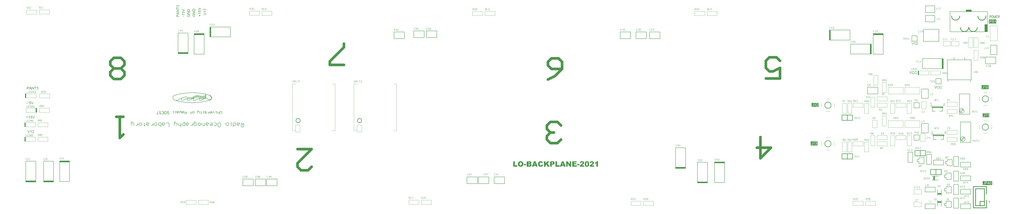
<source format=gto>
G04 Layer_Color=65535*
%FSLAX44Y44*%
%MOMM*%
G71*
G01*
G75*
%ADD39C,0.2540*%
%ADD71C,0.2000*%
%ADD72C,0.3048*%
%ADD73C,0.1270*%
%ADD74C,0.2032*%
%ADD75C,0.1200*%
%ADD76C,0.1000*%
%ADD77C,0.4064*%
%ADD78C,0.1700*%
%ADD79C,0.1524*%
%ADD80C,1.2700*%
%ADD81R,0.7000X1.8000*%
%ADD82R,2.8000X1.0000*%
%ADD83R,1.4000X3.6000*%
%ADD84R,0.6487X4.8080*%
%ADD85R,0.4687X2.0000*%
%ADD86R,1.8000X0.7000*%
%ADD87R,4.8080X0.6487*%
G36*
X850413Y948512D02*
X853932D01*
Y947028D01*
X850413D01*
Y943547D01*
X848948D01*
Y947028D01*
X845467D01*
Y948512D01*
X848948D01*
Y951994D01*
X850413D01*
Y948512D01*
D02*
G37*
G36*
X822838Y979934D02*
X822972D01*
X823333Y979915D01*
X823733Y979877D01*
X824170Y979801D01*
X824608Y979725D01*
X825045Y979611D01*
X825064D01*
X825102Y979592D01*
X825159Y979573D01*
X825236Y979553D01*
X825445Y979477D01*
X825692Y979382D01*
X825996Y979249D01*
X826301Y979097D01*
X826624Y978926D01*
X826910Y978735D01*
X826948Y978716D01*
X827024Y978640D01*
X827176Y978526D01*
X827328Y978393D01*
X827518Y978222D01*
X827728Y978012D01*
X827918Y977784D01*
X828089Y977556D01*
X828108Y977537D01*
X828165Y977442D01*
X828241Y977309D01*
X828317Y977137D01*
X828432Y976909D01*
X828527Y976643D01*
X828622Y976357D01*
X828717Y976034D01*
Y976015D01*
Y975996D01*
X828736Y975939D01*
X828755Y975882D01*
X828774Y975691D01*
X828812Y975444D01*
X828850Y975140D01*
X828888Y974797D01*
X828907Y974398D01*
X828926Y973979D01*
Y969375D01*
X816123D01*
Y973770D01*
Y973789D01*
Y973846D01*
Y973922D01*
Y974017D01*
Y974150D01*
Y974284D01*
X816142Y974626D01*
X816161Y974987D01*
X816199Y975368D01*
X816256Y975730D01*
X816313Y976053D01*
Y976072D01*
X816332Y976110D01*
Y976167D01*
X816370Y976243D01*
X816427Y976452D01*
X816522Y976700D01*
X816636Y977004D01*
X816808Y977309D01*
X816998Y977632D01*
X817226Y977936D01*
Y977955D01*
X817264Y977974D01*
X817321Y978031D01*
X817378Y978108D01*
X817569Y978279D01*
X817816Y978507D01*
X818139Y978754D01*
X818501Y979002D01*
X818938Y979230D01*
X819414Y979439D01*
X819433D01*
X819471Y979458D01*
X819547Y979496D01*
X819642Y979515D01*
X819775Y979553D01*
X819928Y979611D01*
X820099Y979649D01*
X820289Y979706D01*
X820517Y979744D01*
X820746Y979782D01*
X821259Y979877D01*
X821830Y979934D01*
X822458Y979953D01*
X822705D01*
X822838Y979934D01*
D02*
G37*
G36*
X828926Y964790D02*
X818881Y958056D01*
X828926D01*
Y956439D01*
X816123D01*
Y958151D01*
X826187Y964904D01*
X816123D01*
Y966522D01*
X828926D01*
Y964790D01*
D02*
G37*
G36*
X856006Y979693D02*
Y977924D01*
X843203Y972978D01*
Y974823D01*
X852525Y978152D01*
X852544D01*
X852582Y978171D01*
X852639Y978190D01*
X852715Y978229D01*
X852924Y978286D01*
X853210Y978381D01*
X853533Y978495D01*
X853875Y978609D01*
X854617Y978818D01*
X854598D01*
X854560Y978837D01*
X854522Y978856D01*
X854446Y978875D01*
X854237Y978932D01*
X853970Y979027D01*
X853647Y979123D01*
X853286Y979237D01*
X852905Y979370D01*
X852525Y979503D01*
X843203Y982985D01*
Y984697D01*
X856006Y979693D01*
D02*
G37*
G36*
X851954Y972179D02*
X852106Y972160D01*
X852277Y972141D01*
X852486Y972122D01*
X852696Y972065D01*
X853171Y971950D01*
X853666Y971760D01*
X853932Y971646D01*
X854180Y971513D01*
X854427Y971361D01*
X854674Y971170D01*
X854693Y971151D01*
X854731Y971113D01*
X854808Y971037D01*
X854922Y970942D01*
X855036Y970828D01*
X855169Y970676D01*
X855302Y970505D01*
X855435Y970295D01*
X855587Y970067D01*
X855721Y969820D01*
X855854Y969534D01*
X855968Y969249D01*
X856063Y968925D01*
X856139Y968583D01*
X856196Y968203D01*
X856215Y967822D01*
Y967803D01*
Y967746D01*
Y967651D01*
X856196Y967537D01*
X856177Y967384D01*
X856158Y967213D01*
X856139Y967023D01*
X856101Y966814D01*
X855987Y966357D01*
X855797Y965882D01*
X855702Y965634D01*
X855568Y965406D01*
X855416Y965178D01*
X855245Y964968D01*
X855226Y964949D01*
X855207Y964930D01*
X855150Y964873D01*
X855074Y964797D01*
X854979Y964702D01*
X854846Y964607D01*
X854712Y964512D01*
X854560Y964398D01*
X854370Y964284D01*
X854180Y964169D01*
X853742Y963979D01*
X853229Y963808D01*
X852943Y963751D01*
X852639Y963713D01*
X852525Y965368D01*
X852582D01*
X852639Y965387D01*
X852715Y965406D01*
X852943Y965463D01*
X853190Y965539D01*
X853495Y965653D01*
X853799Y965786D01*
X854085Y965977D01*
X854332Y966205D01*
X854351Y966243D01*
X854427Y966319D01*
X854522Y966471D01*
X854617Y966662D01*
X854731Y966890D01*
X854827Y967175D01*
X854903Y967480D01*
X854922Y967822D01*
Y967841D01*
Y967879D01*
Y967936D01*
X854903Y968012D01*
X854884Y968222D01*
X854808Y968488D01*
X854712Y968792D01*
X854560Y969116D01*
X854351Y969439D01*
X854218Y969591D01*
X854066Y969743D01*
X854047D01*
X854027Y969782D01*
X853970Y969820D01*
X853913Y969858D01*
X853723Y969991D01*
X853457Y970143D01*
X853133Y970276D01*
X852753Y970409D01*
X852296Y970486D01*
X851802Y970524D01*
X851668D01*
X851573Y970505D01*
X851459D01*
X851326Y970486D01*
X851022Y970428D01*
X850679Y970333D01*
X850337Y970200D01*
X849994Y970010D01*
X849671Y969763D01*
X849633Y969725D01*
X849557Y969629D01*
X849424Y969458D01*
X849271Y969230D01*
X849138Y968963D01*
X849005Y968621D01*
X848929Y968222D01*
X848891Y967784D01*
Y967746D01*
Y967651D01*
X848910Y967518D01*
X848929Y967327D01*
X848986Y967118D01*
X849043Y966890D01*
X849138Y966643D01*
X849252Y966414D01*
X849271Y966395D01*
X849309Y966319D01*
X849405Y966205D01*
X849500Y966072D01*
X849633Y965920D01*
X849785Y965767D01*
X849975Y965615D01*
X850165Y965482D01*
X849956Y963998D01*
X843374Y965235D01*
Y971589D01*
X844877D01*
Y966490D01*
X848320Y965805D01*
X848301Y965825D01*
X848282Y965863D01*
X848244Y965920D01*
X848187Y965996D01*
X848130Y966110D01*
X848054Y966224D01*
X847902Y966528D01*
X847768Y966890D01*
X847635Y967308D01*
X847540Y967746D01*
X847502Y967974D01*
Y968203D01*
Y968222D01*
Y968279D01*
Y968374D01*
X847521Y968488D01*
X847540Y968621D01*
X847559Y968792D01*
X847597Y968982D01*
X847654Y969192D01*
X847787Y969629D01*
X847883Y969858D01*
X847997Y970105D01*
X848130Y970352D01*
X848301Y970581D01*
X848472Y970809D01*
X848682Y971037D01*
X848701Y971056D01*
X848739Y971094D01*
X848796Y971151D01*
X848891Y971227D01*
X849005Y971303D01*
X849138Y971399D01*
X849309Y971513D01*
X849481Y971627D01*
X849690Y971722D01*
X849918Y971836D01*
X850165Y971931D01*
X850432Y972027D01*
X850717Y972084D01*
X851022Y972141D01*
X851326Y972179D01*
X851668Y972198D01*
X851840D01*
X851954Y972179D01*
D02*
G37*
G36*
X856006Y958101D02*
X846018D01*
X846037Y958081D01*
X846113Y958005D01*
X846208Y957872D01*
X846361Y957701D01*
X846513Y957492D01*
X846703Y957225D01*
X846893Y956921D01*
X847103Y956598D01*
Y956579D01*
X847122Y956560D01*
X847198Y956445D01*
X847293Y956274D01*
X847407Y956046D01*
X847540Y955798D01*
X847654Y955532D01*
X847787Y955247D01*
X847902Y954961D01*
X846380D01*
Y954980D01*
X846361Y955018D01*
X846323Y955095D01*
X846265Y955190D01*
X846208Y955304D01*
X846132Y955437D01*
X845961Y955741D01*
X845752Y956103D01*
X845505Y956483D01*
X845219Y956864D01*
X844896Y957244D01*
X844877Y957263D01*
X844858Y957282D01*
X844743Y957416D01*
X844572Y957587D01*
X844344Y957796D01*
X844078Y958024D01*
X843792Y958253D01*
X843488Y958481D01*
X843165Y958652D01*
Y959679D01*
X856006D01*
Y958101D01*
D02*
G37*
G36*
X801689Y952971D02*
X801708Y952934D01*
X801765Y952857D01*
X801822Y952781D01*
X801917Y952667D01*
X802013Y952515D01*
X802108Y952363D01*
X802222Y952191D01*
X802469Y951811D01*
X802717Y951374D01*
X802945Y950898D01*
X803154Y950403D01*
Y950384D01*
X803173Y950346D01*
X803192Y950270D01*
X803230Y950175D01*
X803268Y950061D01*
X803306Y949909D01*
X803363Y949737D01*
X803401Y949566D01*
X803496Y949148D01*
X803573Y948691D01*
X803630Y948196D01*
X803649Y947683D01*
Y947664D01*
Y947607D01*
Y947492D01*
X803630Y947359D01*
Y947207D01*
X803611Y946998D01*
X803573Y946788D01*
X803554Y946541D01*
X803458Y946028D01*
X803306Y945438D01*
X803116Y944848D01*
X802850Y944258D01*
X802831Y944239D01*
X802812Y944182D01*
X802774Y944106D01*
X802698Y944011D01*
X802621Y943878D01*
X802507Y943726D01*
X802260Y943383D01*
X801936Y943022D01*
X801537Y942622D01*
X801061Y942261D01*
X800529Y941937D01*
X800510D01*
X800453Y941899D01*
X800377Y941861D01*
X800262Y941823D01*
X800110Y941766D01*
X799939Y941690D01*
X799749Y941614D01*
X799520Y941557D01*
X799273Y941481D01*
X799007Y941405D01*
X798436Y941271D01*
X797789Y941195D01*
X797104Y941157D01*
X796914D01*
X796781Y941176D01*
X796610D01*
X796419Y941195D01*
X796210Y941214D01*
X795963Y941252D01*
X795430Y941348D01*
X794840Y941481D01*
X794212Y941671D01*
X793604Y941937D01*
X793585Y941956D01*
X793528Y941975D01*
X793452Y942013D01*
X793337Y942089D01*
X793204Y942166D01*
X793052Y942261D01*
X792691Y942508D01*
X792310Y942831D01*
X791910Y943212D01*
X791530Y943669D01*
X791359Y943916D01*
X791207Y944182D01*
X791188Y944201D01*
X791169Y944258D01*
X791131Y944334D01*
X791073Y944448D01*
X791016Y944582D01*
X790959Y944753D01*
X790883Y944943D01*
X790807Y945152D01*
X790731Y945400D01*
X790655Y945647D01*
X790598Y945932D01*
X790541Y946218D01*
X790446Y946865D01*
X790408Y947550D01*
Y947569D01*
Y947607D01*
Y947683D01*
Y947778D01*
X790427Y947911D01*
Y948044D01*
X790465Y948387D01*
X790522Y948767D01*
X790598Y949205D01*
X790712Y949623D01*
X790864Y950061D01*
Y950080D01*
X790883Y950118D01*
X790902Y950175D01*
X790940Y950251D01*
X791054Y950441D01*
X791188Y950708D01*
X791378Y950974D01*
X791587Y951278D01*
X791834Y951564D01*
X792120Y951811D01*
X792158Y951849D01*
X792272Y951925D01*
X792443Y952039D01*
X792691Y952172D01*
X792995Y952325D01*
X793356Y952496D01*
X793756Y952648D01*
X794231Y952781D01*
X794650Y951259D01*
X794631D01*
X794612Y951240D01*
X794479Y951202D01*
X794308Y951145D01*
X794079Y951069D01*
X793832Y950955D01*
X793585Y950841D01*
X793337Y950689D01*
X793109Y950536D01*
X793090Y950517D01*
X793014Y950460D01*
X792919Y950365D01*
X792786Y950232D01*
X792633Y950061D01*
X792481Y949852D01*
X792329Y949604D01*
X792196Y949319D01*
X792177Y949281D01*
X792139Y949186D01*
X792082Y949014D01*
X792025Y948805D01*
X791968Y948558D01*
X791910Y948253D01*
X791872Y947930D01*
X791853Y947569D01*
Y947550D01*
Y947512D01*
Y947454D01*
Y947378D01*
X791872Y947150D01*
X791891Y946884D01*
X791949Y946560D01*
X792006Y946237D01*
X792101Y945894D01*
X792215Y945552D01*
X792234Y945514D01*
X792272Y945419D01*
X792367Y945267D01*
X792462Y945076D01*
X792614Y944848D01*
X792767Y944620D01*
X792957Y944391D01*
X793166Y944182D01*
X793185Y944163D01*
X793261Y944106D01*
X793375Y944011D01*
X793528Y943897D01*
X793718Y943764D01*
X793927Y943630D01*
X794174Y943497D01*
X794422Y943383D01*
X794441D01*
X794479Y943364D01*
X794536Y943345D01*
X794631Y943307D01*
X794745Y943269D01*
X794878Y943231D01*
X795031Y943193D01*
X795202Y943155D01*
X795582Y943060D01*
X796020Y942984D01*
X796495Y942926D01*
X797009Y942907D01*
X797180D01*
X797294Y942926D01*
X797447D01*
X797618Y942946D01*
X797808Y942965D01*
X798017Y942984D01*
X798455Y943041D01*
X798950Y943155D01*
X799425Y943288D01*
X799882Y943478D01*
X799901D01*
X799939Y943497D01*
X799996Y943535D01*
X800072Y943592D01*
X800281Y943726D01*
X800529Y943916D01*
X800814Y944163D01*
X801099Y944448D01*
X801366Y944791D01*
X801594Y945191D01*
Y945210D01*
X801613Y945247D01*
X801651Y945305D01*
X801670Y945381D01*
X801727Y945495D01*
X801765Y945609D01*
X801860Y945913D01*
X801974Y946275D01*
X802051Y946693D01*
X802127Y947131D01*
X802146Y947588D01*
Y947607D01*
Y947645D01*
Y947702D01*
Y947778D01*
X802127Y947873D01*
Y947987D01*
X802089Y948272D01*
X802051Y948596D01*
X801974Y948957D01*
X801860Y949338D01*
X801727Y949737D01*
Y949756D01*
X801708Y949775D01*
X801689Y949833D01*
X801651Y949909D01*
X801575Y950099D01*
X801461Y950327D01*
X801328Y950593D01*
X801156Y950860D01*
X800985Y951107D01*
X800814Y951335D01*
X798417D01*
Y947569D01*
X796914D01*
Y952991D01*
X801670D01*
X801689Y952971D01*
D02*
G37*
G36*
X777634Y974029D02*
Y972260D01*
X764830Y967314D01*
Y969159D01*
X774153Y972488D01*
X774172D01*
X774210Y972507D01*
X774267Y972526D01*
X774343Y972564D01*
X774552Y972621D01*
X774837Y972717D01*
X775161Y972831D01*
X775503Y972945D01*
X776245Y973154D01*
X776226D01*
X776188Y973173D01*
X776150Y973192D01*
X776074Y973211D01*
X775865Y973268D01*
X775598Y973363D01*
X775275Y973458D01*
X774913Y973573D01*
X774533Y973706D01*
X774153Y973839D01*
X764830Y977320D01*
Y979033D01*
X777634Y974029D01*
D02*
G37*
G36*
X773582Y966515D02*
X773734Y966496D01*
X773905Y966476D01*
X774114Y966457D01*
X774324Y966400D01*
X774799Y966286D01*
X775294Y966096D01*
X775560Y965982D01*
X775808Y965849D01*
X776055Y965696D01*
X776302Y965506D01*
X776321Y965487D01*
X776359Y965449D01*
X776435Y965373D01*
X776550Y965278D01*
X776664Y965164D01*
X776797Y965012D01*
X776930Y964840D01*
X777063Y964631D01*
X777215Y964403D01*
X777349Y964155D01*
X777482Y963870D01*
X777596Y963585D01*
X777691Y963261D01*
X777767Y962919D01*
X777824Y962538D01*
X777843Y962158D01*
Y962139D01*
Y962082D01*
Y961987D01*
X777824Y961872D01*
X777805Y961720D01*
X777786Y961549D01*
X777767Y961359D01*
X777729Y961150D01*
X777615Y960693D01*
X777425Y960217D01*
X777330Y959970D01*
X777196Y959742D01*
X777044Y959513D01*
X776873Y959304D01*
X776854Y959285D01*
X776835Y959266D01*
X776778Y959209D01*
X776702Y959133D01*
X776607Y959038D01*
X776473Y958943D01*
X776340Y958848D01*
X776188Y958733D01*
X775998Y958619D01*
X775808Y958505D01*
X775370Y958315D01*
X774856Y958144D01*
X774571Y958087D01*
X774267Y958048D01*
X774153Y959704D01*
X774210D01*
X774267Y959723D01*
X774343Y959742D01*
X774571Y959799D01*
X774818Y959875D01*
X775123Y959989D01*
X775427Y960122D01*
X775713Y960312D01*
X775960Y960541D01*
X775979Y960579D01*
X776055Y960655D01*
X776150Y960807D01*
X776245Y960997D01*
X776359Y961226D01*
X776454Y961511D01*
X776531Y961815D01*
X776550Y962158D01*
Y962177D01*
Y962215D01*
Y962272D01*
X776531Y962348D01*
X776512Y962557D01*
X776435Y962824D01*
X776340Y963128D01*
X776188Y963452D01*
X775979Y963775D01*
X775846Y963927D01*
X775694Y964079D01*
X775674D01*
X775655Y964117D01*
X775598Y964155D01*
X775541Y964193D01*
X775351Y964327D01*
X775085Y964479D01*
X774761Y964612D01*
X774381Y964745D01*
X773924Y964821D01*
X773429Y964859D01*
X773296D01*
X773201Y964840D01*
X773087D01*
X772954Y964821D01*
X772650Y964764D01*
X772307Y964669D01*
X771965Y964536D01*
X771622Y964346D01*
X771299Y964098D01*
X771261Y964060D01*
X771185Y963965D01*
X771051Y963794D01*
X770899Y963566D01*
X770766Y963299D01*
X770633Y962957D01*
X770557Y962557D01*
X770519Y962120D01*
Y962082D01*
Y961987D01*
X770538Y961853D01*
X770557Y961663D01*
X770614Y961454D01*
X770671Y961226D01*
X770766Y960978D01*
X770880Y960750D01*
X770899Y960731D01*
X770937Y960655D01*
X771032Y960541D01*
X771128Y960408D01*
X771261Y960255D01*
X771413Y960103D01*
X771603Y959951D01*
X771793Y959818D01*
X771584Y958334D01*
X765002Y959570D01*
Y965925D01*
X766505D01*
Y960826D01*
X769948Y960141D01*
X769929Y960160D01*
X769910Y960198D01*
X769872Y960255D01*
X769815Y960331D01*
X769758Y960446D01*
X769682Y960560D01*
X769529Y960864D01*
X769396Y961226D01*
X769263Y961644D01*
X769168Y962082D01*
X769130Y962310D01*
Y962538D01*
Y962557D01*
Y962614D01*
Y962710D01*
X769149Y962824D01*
X769168Y962957D01*
X769187Y963128D01*
X769225Y963318D01*
X769282Y963528D01*
X769415Y963965D01*
X769510Y964193D01*
X769625Y964441D01*
X769758Y964688D01*
X769929Y964916D01*
X770100Y965145D01*
X770310Y965373D01*
X770329Y965392D01*
X770367Y965430D01*
X770424Y965487D01*
X770519Y965563D01*
X770633Y965639D01*
X770766Y965734D01*
X770937Y965849D01*
X771108Y965963D01*
X771318Y966058D01*
X771546Y966172D01*
X771793Y966267D01*
X772060Y966362D01*
X772345Y966419D01*
X772650Y966476D01*
X772954Y966515D01*
X773296Y966534D01*
X773468D01*
X773582Y966515D01*
D02*
G37*
G36*
X827176Y953927D02*
X827195Y953889D01*
X827252Y953813D01*
X827309Y953737D01*
X827404Y953623D01*
X827499Y953471D01*
X827595Y953318D01*
X827709Y953147D01*
X827956Y952767D01*
X828203Y952329D01*
X828432Y951854D01*
X828641Y951359D01*
Y951340D01*
X828660Y951302D01*
X828679Y951226D01*
X828717Y951131D01*
X828755Y951016D01*
X828793Y950864D01*
X828850Y950693D01*
X828888Y950522D01*
X828983Y950103D01*
X829060Y949647D01*
X829117Y949152D01*
X829136Y948639D01*
Y948619D01*
Y948562D01*
Y948448D01*
X829117Y948315D01*
Y948163D01*
X829098Y947954D01*
X829060Y947744D01*
X829040Y947497D01*
X828945Y946983D01*
X828793Y946394D01*
X828603Y945804D01*
X828336Y945214D01*
X828317Y945195D01*
X828298Y945138D01*
X828260Y945062D01*
X828184Y944967D01*
X828108Y944834D01*
X827994Y944681D01*
X827747Y944339D01*
X827423Y943977D01*
X827024Y943578D01*
X826548Y943216D01*
X826015Y942893D01*
X825996D01*
X825939Y942855D01*
X825863Y942817D01*
X825749Y942779D01*
X825597Y942722D01*
X825426Y942646D01*
X825236Y942570D01*
X825007Y942513D01*
X824760Y942436D01*
X824494Y942360D01*
X823923Y942227D01*
X823276Y942151D01*
X822591Y942113D01*
X822401D01*
X822268Y942132D01*
X822096D01*
X821906Y942151D01*
X821697Y942170D01*
X821450Y942208D01*
X820917Y942303D01*
X820327Y942436D01*
X819699Y942627D01*
X819091Y942893D01*
X819072Y942912D01*
X819015Y942931D01*
X818938Y942969D01*
X818824Y943045D01*
X818691Y943121D01*
X818539Y943216D01*
X818177Y943464D01*
X817797Y943787D01*
X817397Y944168D01*
X817017Y944624D01*
X816846Y944872D01*
X816693Y945138D01*
X816674Y945157D01*
X816655Y945214D01*
X816617Y945290D01*
X816560Y945404D01*
X816503Y945537D01*
X816446Y945709D01*
X816370Y945899D01*
X816294Y946108D01*
X816218Y946356D01*
X816142Y946603D01*
X816085Y946888D01*
X816028Y947174D01*
X815932Y947820D01*
X815894Y948505D01*
Y948524D01*
Y948562D01*
Y948639D01*
Y948734D01*
X815913Y948867D01*
Y949000D01*
X815952Y949342D01*
X816009Y949723D01*
X816085Y950160D01*
X816199Y950579D01*
X816351Y951016D01*
Y951036D01*
X816370Y951074D01*
X816389Y951131D01*
X816427Y951207D01*
X816541Y951397D01*
X816674Y951663D01*
X816865Y951930D01*
X817074Y952234D01*
X817321Y952520D01*
X817607Y952767D01*
X817645Y952805D01*
X817759Y952881D01*
X817930Y952995D01*
X818177Y953128D01*
X818482Y953280D01*
X818843Y953452D01*
X819243Y953604D01*
X819718Y953737D01*
X820137Y952215D01*
X820118D01*
X820099Y952196D01*
X819966Y952158D01*
X819794Y952101D01*
X819566Y952025D01*
X819319Y951911D01*
X819072Y951796D01*
X818824Y951644D01*
X818596Y951492D01*
X818577Y951473D01*
X818501Y951416D01*
X818406Y951321D01*
X818272Y951188D01*
X818120Y951016D01*
X817968Y950807D01*
X817816Y950560D01*
X817683Y950275D01*
X817664Y950237D01*
X817626Y950141D01*
X817569Y949970D01*
X817512Y949761D01*
X817454Y949514D01*
X817397Y949209D01*
X817359Y948886D01*
X817340Y948524D01*
Y948505D01*
Y948467D01*
Y948410D01*
Y948334D01*
X817359Y948106D01*
X817378Y947839D01*
X817435Y947516D01*
X817493Y947193D01*
X817588Y946850D01*
X817702Y946508D01*
X817721Y946470D01*
X817759Y946375D01*
X817854Y946222D01*
X817949Y946032D01*
X818101Y945804D01*
X818253Y945575D01*
X818444Y945347D01*
X818653Y945138D01*
X818672Y945119D01*
X818748Y945062D01*
X818862Y944967D01*
X819015Y944853D01*
X819205Y944719D01*
X819414Y944586D01*
X819661Y944453D01*
X819909Y944339D01*
X819928D01*
X819966Y944320D01*
X820023Y944301D01*
X820118Y944263D01*
X820232Y944225D01*
X820365Y944187D01*
X820517Y944149D01*
X820689Y944111D01*
X821069Y944016D01*
X821507Y943939D01*
X821982Y943882D01*
X822496Y943863D01*
X822667D01*
X822781Y943882D01*
X822934D01*
X823105Y943901D01*
X823295Y943920D01*
X823504Y943939D01*
X823942Y943997D01*
X824436Y944111D01*
X824912Y944244D01*
X825369Y944434D01*
X825388D01*
X825426Y944453D01*
X825483Y944491D01*
X825559Y944548D01*
X825768Y944681D01*
X826015Y944872D01*
X826301Y945119D01*
X826586Y945404D01*
X826853Y945747D01*
X827081Y946146D01*
Y946165D01*
X827100Y946203D01*
X827138Y946260D01*
X827157Y946337D01*
X827214Y946451D01*
X827252Y946565D01*
X827347Y946869D01*
X827461Y947231D01*
X827538Y947649D01*
X827614Y948087D01*
X827633Y948543D01*
Y948562D01*
Y948600D01*
Y948658D01*
Y948734D01*
X827614Y948829D01*
Y948943D01*
X827576Y949228D01*
X827538Y949552D01*
X827461Y949913D01*
X827347Y950294D01*
X827214Y950693D01*
Y950712D01*
X827195Y950731D01*
X827176Y950788D01*
X827138Y950864D01*
X827062Y951055D01*
X826948Y951283D01*
X826815Y951549D01*
X826643Y951816D01*
X826472Y952063D01*
X826301Y952291D01*
X823904D01*
Y948524D01*
X822401D01*
Y953946D01*
X827157D01*
X827176Y953927D01*
D02*
G37*
G36*
X797352Y978978D02*
X797485D01*
X797846Y978959D01*
X798246Y978921D01*
X798683Y978845D01*
X799121Y978769D01*
X799558Y978655D01*
X799577D01*
X799615Y978636D01*
X799672Y978617D01*
X799749Y978598D01*
X799958Y978522D01*
X800205Y978426D01*
X800510Y978293D01*
X800814Y978141D01*
X801137Y977970D01*
X801423Y977780D01*
X801461Y977761D01*
X801537Y977684D01*
X801689Y977570D01*
X801841Y977437D01*
X802032Y977266D01*
X802241Y977057D01*
X802431Y976828D01*
X802602Y976600D01*
X802621Y976581D01*
X802678Y976486D01*
X802755Y976353D01*
X802831Y976181D01*
X802945Y975953D01*
X803040Y975687D01*
X803135Y975402D01*
X803230Y975078D01*
Y975059D01*
Y975040D01*
X803249Y974983D01*
X803268Y974926D01*
X803287Y974736D01*
X803325Y974488D01*
X803363Y974184D01*
X803401Y973841D01*
X803420Y973442D01*
X803439Y973024D01*
Y968419D01*
X790636D01*
Y972814D01*
Y972833D01*
Y972890D01*
Y972966D01*
Y973062D01*
Y973195D01*
Y973328D01*
X790655Y973670D01*
X790674Y974032D01*
X790712Y974412D01*
X790769Y974774D01*
X790826Y975097D01*
Y975116D01*
X790845Y975154D01*
Y975211D01*
X790883Y975287D01*
X790940Y975497D01*
X791035Y975744D01*
X791150Y976048D01*
X791321Y976353D01*
X791511Y976676D01*
X791739Y976981D01*
Y977000D01*
X791777Y977019D01*
X791834Y977076D01*
X791891Y977152D01*
X792082Y977323D01*
X792329Y977551D01*
X792653Y977799D01*
X793014Y978046D01*
X793452Y978274D01*
X793927Y978484D01*
X793946D01*
X793984Y978503D01*
X794060Y978541D01*
X794155Y978560D01*
X794289Y978598D01*
X794441Y978655D01*
X794612Y978693D01*
X794802Y978750D01*
X795031Y978788D01*
X795259Y978826D01*
X795772Y978921D01*
X796343Y978978D01*
X796971Y978997D01*
X797218D01*
X797352Y978978D01*
D02*
G37*
G36*
X803439Y963835D02*
X793394Y957100D01*
X803439D01*
Y955483D01*
X790636D01*
Y957195D01*
X800700Y963949D01*
X790636D01*
Y965566D01*
X803439D01*
Y963835D01*
D02*
G37*
G36*
X4284018Y681013D02*
X4284189Y680994D01*
X4284380Y680975D01*
X4284589Y680956D01*
X4284836Y680918D01*
X4285331Y680785D01*
X4285883Y680613D01*
X4286149Y680499D01*
X4286415Y680366D01*
X4286682Y680214D01*
X4286929Y680043D01*
X4286948Y680023D01*
X4286986Y680005D01*
X4287062Y679947D01*
X4287138Y679871D01*
X4287253Y679757D01*
X4287367Y679643D01*
X4287500Y679491D01*
X4287652Y679339D01*
X4287804Y679148D01*
X4287957Y678939D01*
X4288109Y678730D01*
X4288261Y678483D01*
X4288413Y678216D01*
X4288546Y677931D01*
X4288660Y677626D01*
X4288775Y677303D01*
X4287101Y676904D01*
Y676923D01*
X4287081Y676961D01*
X4287062Y677037D01*
X4287024Y677132D01*
X4286967Y677246D01*
X4286910Y677379D01*
X4286758Y677683D01*
X4286587Y678007D01*
X4286358Y678349D01*
X4286092Y678673D01*
X4285788Y678939D01*
X4285750Y678958D01*
X4285635Y679034D01*
X4285464Y679148D01*
X4285217Y679262D01*
X4284913Y679377D01*
X4284551Y679491D01*
X4284133Y679567D01*
X4283676Y679586D01*
X4283524D01*
X4283429Y679567D01*
X4283296D01*
X4283162Y679548D01*
X4282820Y679491D01*
X4282420Y679415D01*
X4282002Y679282D01*
X4281602Y679110D01*
X4281203Y678863D01*
X4281184D01*
X4281165Y678825D01*
X4281051Y678730D01*
X4280860Y678578D01*
X4280651Y678368D01*
X4280423Y678083D01*
X4280194Y677760D01*
X4279985Y677379D01*
X4279814Y676961D01*
Y676942D01*
X4279795Y676904D01*
X4279776Y676846D01*
X4279757Y676751D01*
X4279719Y676656D01*
X4279681Y676523D01*
X4279624Y676219D01*
X4279548Y675838D01*
X4279471Y675420D01*
X4279434Y674982D01*
X4279414Y674506D01*
Y674487D01*
Y674430D01*
Y674354D01*
Y674240D01*
X4279434Y674088D01*
Y673917D01*
X4279453Y673745D01*
X4279471Y673536D01*
X4279529Y673099D01*
X4279624Y672604D01*
X4279738Y672128D01*
X4279890Y671653D01*
Y671634D01*
X4279909Y671596D01*
X4279947Y671539D01*
X4279985Y671462D01*
X4280099Y671234D01*
X4280251Y670968D01*
X4280461Y670663D01*
X4280708Y670378D01*
X4281013Y670074D01*
X4281355Y669826D01*
X4281374D01*
X4281393Y669807D01*
X4281450Y669769D01*
X4281526Y669731D01*
X4281736Y669636D01*
X4282002Y669541D01*
X4282325Y669427D01*
X4282706Y669332D01*
X4283105Y669256D01*
X4283543Y669237D01*
X4283676D01*
X4283771Y669256D01*
X4283904D01*
X4284037Y669275D01*
X4284380Y669332D01*
X4284741Y669446D01*
X4285141Y669579D01*
X4285559Y669788D01*
X4285750Y669902D01*
X4285940Y670055D01*
X4285959Y670074D01*
X4285978Y670093D01*
X4286035Y670150D01*
X4286092Y670207D01*
X4286187Y670302D01*
X4286263Y670397D01*
X4286472Y670663D01*
X4286701Y671006D01*
X4286929Y671424D01*
X4287138Y671919D01*
X4287291Y672490D01*
X4288984Y672052D01*
Y672033D01*
X4288965Y671957D01*
X4288927Y671862D01*
X4288889Y671710D01*
X4288813Y671539D01*
X4288737Y671329D01*
X4288660Y671120D01*
X4288546Y670873D01*
X4288280Y670359D01*
X4287957Y669845D01*
X4287747Y669579D01*
X4287538Y669332D01*
X4287310Y669084D01*
X4287062Y668875D01*
X4287043Y668856D01*
X4287005Y668837D01*
X4286929Y668780D01*
X4286815Y668704D01*
X4286682Y668628D01*
X4286511Y668533D01*
X4286339Y668438D01*
X4286111Y668342D01*
X4285883Y668228D01*
X4285616Y668133D01*
X4285350Y668038D01*
X4285046Y667962D01*
X4284722Y667886D01*
X4284399Y667829D01*
X4284037Y667810D01*
X4283676Y667791D01*
X4283486D01*
X4283333Y667810D01*
X4283162D01*
X4282953Y667829D01*
X4282725Y667867D01*
X4282477Y667905D01*
X4281945Y668000D01*
X4281374Y668152D01*
X4280822Y668362D01*
X4280556Y668476D01*
X4280309Y668628D01*
X4280290Y668647D01*
X4280251Y668666D01*
X4280194Y668723D01*
X4280099Y668780D01*
X4279985Y668875D01*
X4279871Y668970D01*
X4279586Y669256D01*
X4279262Y669598D01*
X4278920Y670017D01*
X4278615Y670492D01*
X4278330Y671063D01*
Y671082D01*
X4278311Y671139D01*
X4278273Y671215D01*
X4278235Y671348D01*
X4278178Y671481D01*
X4278121Y671672D01*
X4278064Y671862D01*
X4278007Y672090D01*
X4277931Y672338D01*
X4277874Y672604D01*
X4277778Y673194D01*
X4277702Y673821D01*
X4277664Y674506D01*
Y674525D01*
Y674602D01*
Y674697D01*
X4277683Y674849D01*
Y675020D01*
X4277702Y675210D01*
X4277721Y675439D01*
X4277759Y675686D01*
X4277854Y676238D01*
X4277988Y676827D01*
X4278178Y677417D01*
X4278425Y677988D01*
Y678007D01*
X4278463Y678045D01*
X4278501Y678121D01*
X4278558Y678235D01*
X4278654Y678349D01*
X4278748Y678502D01*
X4278977Y678825D01*
X4279281Y679186D01*
X4279662Y679567D01*
X4280099Y679928D01*
X4280594Y680252D01*
X4280613D01*
X4280651Y680290D01*
X4280727Y680328D01*
X4280841Y680366D01*
X4280974Y680442D01*
X4281127Y680499D01*
X4281317Y680575D01*
X4281507Y680651D01*
X4281736Y680708D01*
X4281964Y680785D01*
X4282496Y680918D01*
X4283067Y680994D01*
X4283695Y681032D01*
X4283885D01*
X4284018Y681013D01*
D02*
G37*
G36*
X4271101D02*
X4271272Y680994D01*
X4271462Y680975D01*
X4271671Y680956D01*
X4271919Y680918D01*
X4272413Y680785D01*
X4272965Y680613D01*
X4273232Y680499D01*
X4273498Y680366D01*
X4273764Y680214D01*
X4274012Y680043D01*
X4274030Y680023D01*
X4274069Y680005D01*
X4274145Y679947D01*
X4274221Y679871D01*
X4274335Y679757D01*
X4274449Y679643D01*
X4274582Y679491D01*
X4274734Y679339D01*
X4274886Y679148D01*
X4275039Y678939D01*
X4275191Y678730D01*
X4275343Y678483D01*
X4275495Y678216D01*
X4275629Y677931D01*
X4275743Y677626D01*
X4275857Y677303D01*
X4274183Y676904D01*
Y676923D01*
X4274164Y676961D01*
X4274145Y677037D01*
X4274107Y677132D01*
X4274049Y677246D01*
X4273992Y677379D01*
X4273840Y677683D01*
X4273669Y678007D01*
X4273441Y678349D01*
X4273174Y678673D01*
X4272870Y678939D01*
X4272832Y678958D01*
X4272718Y679034D01*
X4272547Y679148D01*
X4272299Y679262D01*
X4271995Y679377D01*
X4271633Y679491D01*
X4271215Y679567D01*
X4270758Y679586D01*
X4270606D01*
X4270511Y679567D01*
X4270378D01*
X4270245Y679548D01*
X4269902Y679491D01*
X4269503Y679415D01*
X4269084Y679282D01*
X4268685Y679110D01*
X4268285Y678863D01*
X4268266D01*
X4268247Y678825D01*
X4268133Y678730D01*
X4267943Y678578D01*
X4267733Y678368D01*
X4267505Y678083D01*
X4267277Y677760D01*
X4267068Y677379D01*
X4266896Y676961D01*
Y676942D01*
X4266877Y676904D01*
X4266858Y676846D01*
X4266839Y676751D01*
X4266801Y676656D01*
X4266763Y676523D01*
X4266706Y676219D01*
X4266630Y675838D01*
X4266554Y675420D01*
X4266516Y674982D01*
X4266497Y674506D01*
Y674487D01*
Y674430D01*
Y674354D01*
Y674240D01*
X4266516Y674088D01*
Y673917D01*
X4266535Y673745D01*
X4266554Y673536D01*
X4266611Y673099D01*
X4266706Y672604D01*
X4266820Y672128D01*
X4266972Y671653D01*
Y671634D01*
X4266991Y671596D01*
X4267029Y671539D01*
X4267068Y671462D01*
X4267182Y671234D01*
X4267334Y670968D01*
X4267543Y670663D01*
X4267791Y670378D01*
X4268095Y670074D01*
X4268437Y669826D01*
X4268456D01*
X4268475Y669807D01*
X4268532Y669769D01*
X4268608Y669731D01*
X4268818Y669636D01*
X4269084Y669541D01*
X4269407Y669427D01*
X4269788Y669332D01*
X4270187Y669256D01*
X4270625Y669237D01*
X4270758D01*
X4270853Y669256D01*
X4270987D01*
X4271120Y669275D01*
X4271462Y669332D01*
X4271824Y669446D01*
X4272223Y669579D01*
X4272642Y669788D01*
X4272832Y669902D01*
X4273022Y670055D01*
X4273041Y670074D01*
X4273060Y670093D01*
X4273117Y670150D01*
X4273174Y670207D01*
X4273269Y670302D01*
X4273346Y670397D01*
X4273555Y670663D01*
X4273783Y671006D01*
X4274012Y671424D01*
X4274221Y671919D01*
X4274373Y672490D01*
X4276066Y672052D01*
Y672033D01*
X4276047Y671957D01*
X4276009Y671862D01*
X4275971Y671710D01*
X4275895Y671539D01*
X4275819Y671329D01*
X4275743Y671120D01*
X4275629Y670873D01*
X4275362Y670359D01*
X4275039Y669845D01*
X4274829Y669579D01*
X4274620Y669332D01*
X4274392Y669084D01*
X4274145Y668875D01*
X4274126Y668856D01*
X4274088Y668837D01*
X4274012Y668780D01*
X4273897Y668704D01*
X4273764Y668628D01*
X4273593Y668533D01*
X4273422Y668438D01*
X4273193Y668342D01*
X4272965Y668228D01*
X4272699Y668133D01*
X4272432Y668038D01*
X4272128Y667962D01*
X4271805Y667886D01*
X4271481Y667829D01*
X4271120Y667810D01*
X4270758Y667791D01*
X4270568D01*
X4270416Y667810D01*
X4270245D01*
X4270035Y667829D01*
X4269807Y667867D01*
X4269560Y667905D01*
X4269027Y668000D01*
X4268456Y668152D01*
X4267905Y668362D01*
X4267638Y668476D01*
X4267391Y668628D01*
X4267372Y668647D01*
X4267334Y668666D01*
X4267277Y668723D01*
X4267182Y668780D01*
X4267068Y668875D01*
X4266953Y668970D01*
X4266668Y669256D01*
X4266345Y669598D01*
X4266002Y670017D01*
X4265698Y670492D01*
X4265412Y671063D01*
Y671082D01*
X4265393Y671139D01*
X4265355Y671215D01*
X4265317Y671348D01*
X4265260Y671481D01*
X4265203Y671672D01*
X4265146Y671862D01*
X4265089Y672090D01*
X4265013Y672338D01*
X4264956Y672604D01*
X4264861Y673194D01*
X4264785Y673821D01*
X4264746Y674506D01*
Y674525D01*
Y674602D01*
Y674697D01*
X4264766Y674849D01*
Y675020D01*
X4264785Y675210D01*
X4264803Y675439D01*
X4264842Y675686D01*
X4264937Y676238D01*
X4265070Y676827D01*
X4265260Y677417D01*
X4265508Y677988D01*
Y678007D01*
X4265545Y678045D01*
X4265583Y678121D01*
X4265641Y678235D01*
X4265736Y678349D01*
X4265831Y678502D01*
X4266059Y678825D01*
X4266364Y679186D01*
X4266744Y679567D01*
X4267182Y679928D01*
X4267676Y680252D01*
X4267695D01*
X4267733Y680290D01*
X4267809Y680328D01*
X4267924Y680366D01*
X4268057Y680442D01*
X4268209Y680499D01*
X4268399Y680575D01*
X4268589Y680651D01*
X4268818Y680708D01*
X4269046Y680785D01*
X4269579Y680918D01*
X4270150Y680994D01*
X4270777Y681032D01*
X4270967D01*
X4271101Y681013D01*
D02*
G37*
G36*
X4258697Y668000D02*
X4256927D01*
X4251981Y680804D01*
X4253826D01*
X4257156Y671481D01*
Y671462D01*
X4257175Y671424D01*
X4257194Y671367D01*
X4257232Y671291D01*
X4257289Y671082D01*
X4257384Y670797D01*
X4257498Y670473D01*
X4257612Y670131D01*
X4257821Y669389D01*
Y669408D01*
X4257841Y669446D01*
X4257859Y669484D01*
X4257879Y669560D01*
X4257936Y669769D01*
X4258031Y670036D01*
X4258126Y670359D01*
X4258240Y670721D01*
X4258373Y671101D01*
X4258506Y671481D01*
X4261988Y680804D01*
X4263700D01*
X4258697Y668000D01*
D02*
G37*
G36*
X49075Y523000D02*
X47306D01*
X42360Y535804D01*
X44205D01*
X47534Y526482D01*
Y526463D01*
X47554Y526424D01*
X47572Y526367D01*
X47611Y526291D01*
X47668Y526082D01*
X47763Y525797D01*
X47877Y525473D01*
X47991Y525131D01*
X48200Y524389D01*
Y524408D01*
X48219Y524446D01*
X48238Y524484D01*
X48257Y524560D01*
X48314Y524769D01*
X48410Y525036D01*
X48505Y525359D01*
X48619Y525720D01*
X48752Y526101D01*
X48885Y526482D01*
X52367Y535804D01*
X54079D01*
X49075Y523000D01*
D02*
G37*
G36*
X40971Y534129D02*
X35872D01*
X35187Y530686D01*
X35206Y530705D01*
X35245Y530724D01*
X35302Y530762D01*
X35378Y530819D01*
X35492Y530876D01*
X35606Y530952D01*
X35910Y531105D01*
X36272Y531238D01*
X36690Y531371D01*
X37128Y531466D01*
X37356Y531504D01*
X37756D01*
X37870Y531485D01*
X38003Y531466D01*
X38174Y531447D01*
X38365Y531409D01*
X38574Y531352D01*
X39011Y531219D01*
X39240Y531124D01*
X39487Y531009D01*
X39734Y530876D01*
X39963Y530705D01*
X40191Y530534D01*
X40419Y530325D01*
X40438Y530305D01*
X40476Y530267D01*
X40533Y530210D01*
X40609Y530115D01*
X40686Y530001D01*
X40781Y529868D01*
X40895Y529697D01*
X41009Y529525D01*
X41104Y529316D01*
X41218Y529088D01*
X41313Y528840D01*
X41409Y528574D01*
X41466Y528289D01*
X41523Y527984D01*
X41561Y527680D01*
X41580Y527338D01*
Y527319D01*
Y527262D01*
Y527166D01*
X41561Y527052D01*
X41542Y526900D01*
X41523Y526729D01*
X41504Y526520D01*
X41447Y526310D01*
X41333Y525835D01*
X41142Y525340D01*
X41028Y525074D01*
X40895Y524826D01*
X40743Y524579D01*
X40552Y524332D01*
X40533Y524313D01*
X40495Y524275D01*
X40419Y524198D01*
X40324Y524084D01*
X40210Y523970D01*
X40058Y523837D01*
X39887Y523704D01*
X39677Y523571D01*
X39449Y523419D01*
X39202Y523285D01*
X38916Y523152D01*
X38631Y523038D01*
X38307Y522943D01*
X37965Y522867D01*
X37585Y522810D01*
X37204Y522791D01*
X37033D01*
X36919Y522810D01*
X36767Y522829D01*
X36595Y522848D01*
X36405Y522867D01*
X36196Y522905D01*
X35739Y523019D01*
X35264Y523209D01*
X35016Y523304D01*
X34788Y523438D01*
X34560Y523590D01*
X34350Y523761D01*
X34331Y523780D01*
X34312Y523799D01*
X34255Y523856D01*
X34179Y523932D01*
X34084Y524027D01*
X33989Y524160D01*
X33894Y524294D01*
X33780Y524446D01*
X33665Y524636D01*
X33551Y524826D01*
X33361Y525264D01*
X33190Y525778D01*
X33133Y526063D01*
X33095Y526367D01*
X34750Y526482D01*
Y526463D01*
Y526424D01*
X34769Y526367D01*
X34788Y526291D01*
X34845Y526063D01*
X34921Y525816D01*
X35035Y525511D01*
X35168Y525207D01*
X35359Y524921D01*
X35587Y524674D01*
X35625Y524655D01*
X35701Y524579D01*
X35853Y524484D01*
X36044Y524389D01*
X36272Y524275D01*
X36557Y524179D01*
X36862Y524103D01*
X37204Y524084D01*
X37318D01*
X37394Y524103D01*
X37604Y524122D01*
X37870Y524198D01*
X38174Y524294D01*
X38498Y524446D01*
X38821Y524655D01*
X38973Y524788D01*
X39126Y524940D01*
Y524959D01*
X39164Y524979D01*
X39202Y525036D01*
X39240Y525093D01*
X39373Y525283D01*
X39525Y525549D01*
X39658Y525873D01*
X39792Y526253D01*
X39868Y526710D01*
X39906Y527204D01*
Y527224D01*
Y527262D01*
Y527338D01*
X39887Y527433D01*
Y527547D01*
X39868Y527680D01*
X39811Y527984D01*
X39715Y528327D01*
X39582Y528669D01*
X39392Y529012D01*
X39145Y529335D01*
X39107Y529373D01*
X39011Y529449D01*
X38840Y529582D01*
X38612Y529735D01*
X38346Y529868D01*
X38003Y530001D01*
X37604Y530077D01*
X37166Y530115D01*
X37033D01*
X36900Y530096D01*
X36709Y530077D01*
X36500Y530020D01*
X36272Y529963D01*
X36025Y529868D01*
X35796Y529754D01*
X35777Y529735D01*
X35701Y529697D01*
X35587Y529602D01*
X35454Y529506D01*
X35302Y529373D01*
X35150Y529221D01*
X34997Y529031D01*
X34864Y528840D01*
X33380Y529050D01*
X34617Y535632D01*
X40971D01*
Y534129D01*
D02*
G37*
G36*
X29062Y523000D02*
X27483D01*
Y532988D01*
X27464Y532969D01*
X27387Y532893D01*
X27254Y532798D01*
X27083Y532645D01*
X26874Y532493D01*
X26607Y532303D01*
X26303Y532113D01*
X25980Y531903D01*
X25961D01*
X25942Y531884D01*
X25827Y531808D01*
X25656Y531713D01*
X25428Y531599D01*
X25181Y531466D01*
X24914Y531352D01*
X24629Y531219D01*
X24344Y531105D01*
Y532626D01*
X24362D01*
X24401Y532645D01*
X24477Y532683D01*
X24572Y532741D01*
X24686Y532798D01*
X24819Y532874D01*
X25124Y533045D01*
X25485Y533254D01*
X25865Y533502D01*
X26246Y533787D01*
X26626Y534110D01*
X26646Y534129D01*
X26665Y534148D01*
X26798Y534263D01*
X26969Y534434D01*
X27178Y534662D01*
X27406Y534928D01*
X27635Y535214D01*
X27863Y535518D01*
X28034Y535842D01*
X29062D01*
Y523000D01*
D02*
G37*
G36*
X881493Y972094D02*
X881284D01*
X881151Y972113D01*
X880979Y972132D01*
X880808Y972151D01*
X880599Y972208D01*
X880409Y972265D01*
X880389D01*
X880370Y972284D01*
X880256Y972322D01*
X880085Y972398D01*
X879876Y972513D01*
X879610Y972665D01*
X879324Y972836D01*
X879020Y973045D01*
X878715Y973292D01*
X878696D01*
X878677Y973331D01*
X878563Y973426D01*
X878392Y973597D01*
X878164Y973825D01*
X877878Y974111D01*
X877536Y974472D01*
X877174Y974891D01*
X876775Y975366D01*
X876756Y975385D01*
X876699Y975461D01*
X876604Y975556D01*
X876489Y975709D01*
X876356Y975880D01*
X876185Y976070D01*
X875786Y976489D01*
X875367Y976964D01*
X874910Y977421D01*
X874682Y977649D01*
X874473Y977839D01*
X874264Y978030D01*
X874073Y978182D01*
X874054D01*
X874035Y978220D01*
X873978Y978258D01*
X873902Y978296D01*
X873712Y978410D01*
X873465Y978562D01*
X873160Y978696D01*
X872837Y978810D01*
X872513Y978886D01*
X872171Y978924D01*
X872133D01*
X872019Y978905D01*
X871848Y978886D01*
X871619Y978848D01*
X871372Y978753D01*
X871105Y978638D01*
X870839Y978467D01*
X870592Y978239D01*
X870573Y978201D01*
X870497Y978125D01*
X870383Y977973D01*
X870268Y977782D01*
X870154Y977516D01*
X870040Y977231D01*
X869964Y976888D01*
X869945Y976508D01*
Y976489D01*
Y976451D01*
Y976394D01*
X869964Y976317D01*
X869983Y976108D01*
X870040Y975861D01*
X870116Y975556D01*
X870249Y975252D01*
X870421Y974948D01*
X870649Y974681D01*
X870687Y974662D01*
X870782Y974586D01*
X870934Y974472D01*
X871144Y974358D01*
X871410Y974225D01*
X871733Y974130D01*
X872114Y974053D01*
X872532Y974016D01*
X872361Y972398D01*
X872285D01*
X872190Y972417D01*
X872057Y972436D01*
X871905Y972475D01*
X871733Y972513D01*
X871334Y972608D01*
X870896Y972760D01*
X870440Y972988D01*
X870211Y973121D01*
X870002Y973273D01*
X869793Y973445D01*
X869603Y973635D01*
X869584Y973654D01*
X869565Y973692D01*
X869508Y973749D01*
X869450Y973825D01*
X869374Y973939D01*
X869298Y974072D01*
X869222Y974225D01*
X869127Y974415D01*
X869032Y974605D01*
X868956Y974815D01*
X868880Y975062D01*
X868803Y975328D01*
X868746Y975594D01*
X868689Y975899D01*
X868670Y976203D01*
X868651Y976546D01*
Y976565D01*
Y976622D01*
Y976717D01*
X868670Y976850D01*
X868689Y977002D01*
X868708Y977193D01*
X868727Y977383D01*
X868784Y977611D01*
X868899Y978068D01*
X869089Y978562D01*
X869203Y978791D01*
X869336Y979019D01*
X869488Y979247D01*
X869679Y979456D01*
X869698Y979475D01*
X869717Y979494D01*
X869774Y979552D01*
X869869Y979628D01*
X869964Y979704D01*
X870078Y979799D01*
X870230Y979894D01*
X870383Y980008D01*
X870744Y980198D01*
X871182Y980370D01*
X871410Y980446D01*
X871676Y980503D01*
X871924Y980522D01*
X872209Y980541D01*
X872342D01*
X872494Y980522D01*
X872685Y980503D01*
X872932Y980465D01*
X873179Y980408D01*
X873446Y980332D01*
X873731Y980218D01*
X873769Y980198D01*
X873864Y980160D01*
X873997Y980084D01*
X874187Y979970D01*
X874435Y979818D01*
X874701Y979647D01*
X874986Y979418D01*
X875291Y979171D01*
X875329Y979133D01*
X875443Y979038D01*
X875519Y978962D01*
X875633Y978848D01*
X875748Y978734D01*
X875881Y978600D01*
X876033Y978448D01*
X876204Y978258D01*
X876375Y978068D01*
X876585Y977839D01*
X876794Y977611D01*
X877022Y977345D01*
X877270Y977059D01*
X877536Y976755D01*
X877555Y976736D01*
X877593Y976698D01*
X877650Y976622D01*
X877726Y976527D01*
X877935Y976298D01*
X878183Y975994D01*
X878449Y975690D01*
X878715Y975404D01*
X878963Y975138D01*
X879058Y975043D01*
X879153Y974948D01*
X879172Y974929D01*
X879229Y974891D01*
X879305Y974815D01*
X879419Y974719D01*
X879533Y974605D01*
X879686Y974491D01*
X879990Y974282D01*
Y980560D01*
X881493D01*
Y972094D01*
D02*
G37*
G36*
Y966691D02*
X871505D01*
X871524Y966672D01*
X871600Y966596D01*
X871695Y966463D01*
X871848Y966292D01*
X872000Y966082D01*
X872190Y965816D01*
X872380Y965511D01*
X872589Y965188D01*
Y965169D01*
X872608Y965150D01*
X872685Y965036D01*
X872780Y964865D01*
X872894Y964636D01*
X873027Y964389D01*
X873141Y964123D01*
X873274Y963837D01*
X873389Y963552D01*
X871867D01*
Y963571D01*
X871848Y963609D01*
X871809Y963685D01*
X871752Y963780D01*
X871695Y963894D01*
X871619Y964027D01*
X871448Y964332D01*
X871239Y964693D01*
X870991Y965074D01*
X870706Y965454D01*
X870383Y965835D01*
X870364Y965854D01*
X870344Y965873D01*
X870230Y966006D01*
X870059Y966177D01*
X869831Y966387D01*
X869565Y966615D01*
X869279Y966843D01*
X868975Y967072D01*
X868651Y967243D01*
Y968270D01*
X881493D01*
Y966691D01*
D02*
G37*
G36*
Y956456D02*
Y954687D01*
X868689Y949740D01*
Y951585D01*
X878011Y954915D01*
X878030D01*
X878068Y954934D01*
X878126Y954953D01*
X878202Y954991D01*
X878411Y955048D01*
X878696Y955143D01*
X879020Y955257D01*
X879362Y955371D01*
X880104Y955581D01*
X880085D01*
X880047Y955600D01*
X880009Y955619D01*
X879933Y955638D01*
X879724Y955695D01*
X879457Y955790D01*
X879134Y955885D01*
X878772Y955999D01*
X878392Y956132D01*
X878011Y956265D01*
X868689Y959747D01*
Y961459D01*
X881493Y956456D01*
D02*
G37*
G36*
X4268697Y808000D02*
X4266927D01*
X4261981Y820804D01*
X4263826D01*
X4267156Y811481D01*
Y811462D01*
X4267175Y811424D01*
X4267194Y811367D01*
X4267232Y811291D01*
X4267289Y811082D01*
X4267384Y810797D01*
X4267498Y810473D01*
X4267612Y810131D01*
X4267821Y809389D01*
Y809408D01*
X4267841Y809446D01*
X4267859Y809484D01*
X4267879Y809560D01*
X4267936Y809769D01*
X4268031Y810036D01*
X4268126Y810359D01*
X4268240Y810721D01*
X4268373Y811101D01*
X4268506Y811481D01*
X4271988Y820804D01*
X4273700D01*
X4268697Y808000D01*
D02*
G37*
G36*
X4289091Y820823D02*
X4289243Y820804D01*
X4289434Y820785D01*
X4289624Y820766D01*
X4289852Y820708D01*
X4290309Y820594D01*
X4290803Y820404D01*
X4291031Y820290D01*
X4291260Y820157D01*
X4291488Y820005D01*
X4291697Y819814D01*
X4291716Y819795D01*
X4291736Y819776D01*
X4291793Y819719D01*
X4291869Y819624D01*
X4291945Y819529D01*
X4292040Y819415D01*
X4292135Y819262D01*
X4292249Y819110D01*
X4292439Y818749D01*
X4292610Y818311D01*
X4292687Y818083D01*
X4292744Y817817D01*
X4292763Y817569D01*
X4292782Y817284D01*
Y817246D01*
Y817151D01*
X4292763Y816999D01*
X4292744Y816808D01*
X4292706Y816561D01*
X4292649Y816314D01*
X4292573Y816047D01*
X4292458Y815762D01*
X4292439Y815724D01*
X4292401Y815629D01*
X4292325Y815496D01*
X4292211Y815305D01*
X4292059Y815058D01*
X4291888Y814792D01*
X4291659Y814506D01*
X4291412Y814202D01*
X4291374Y814164D01*
X4291279Y814050D01*
X4291203Y813974D01*
X4291089Y813860D01*
X4290974Y813745D01*
X4290841Y813612D01*
X4290689Y813460D01*
X4290499Y813289D01*
X4290309Y813118D01*
X4290080Y812908D01*
X4289852Y812699D01*
X4289586Y812471D01*
X4289300Y812223D01*
X4288996Y811957D01*
X4288977Y811938D01*
X4288939Y811900D01*
X4288863Y811843D01*
X4288768Y811767D01*
X4288539Y811558D01*
X4288235Y811310D01*
X4287931Y811044D01*
X4287645Y810778D01*
X4287379Y810530D01*
X4287284Y810435D01*
X4287189Y810340D01*
X4287169Y810321D01*
X4287131Y810264D01*
X4287055Y810188D01*
X4286960Y810074D01*
X4286846Y809959D01*
X4286732Y809807D01*
X4286523Y809503D01*
X4292801D01*
Y808000D01*
X4284335D01*
Y808019D01*
Y808095D01*
Y808209D01*
X4284354Y808342D01*
X4284373Y808514D01*
X4284392Y808685D01*
X4284449Y808894D01*
X4284506Y809084D01*
Y809103D01*
X4284525Y809122D01*
X4284563Y809237D01*
X4284639Y809408D01*
X4284753Y809617D01*
X4284906Y809883D01*
X4285077Y810169D01*
X4285286Y810473D01*
X4285533Y810778D01*
Y810797D01*
X4285572Y810816D01*
X4285667Y810930D01*
X4285838Y811101D01*
X4286066Y811329D01*
X4286352Y811615D01*
X4286713Y811957D01*
X4287131Y812319D01*
X4287607Y812718D01*
X4287626Y812737D01*
X4287702Y812794D01*
X4287797Y812889D01*
X4287950Y813003D01*
X4288121Y813137D01*
X4288311Y813308D01*
X4288730Y813707D01*
X4289205Y814126D01*
X4289662Y814583D01*
X4289890Y814811D01*
X4290080Y815020D01*
X4290270Y815229D01*
X4290423Y815420D01*
Y815439D01*
X4290461Y815458D01*
X4290499Y815515D01*
X4290537Y815591D01*
X4290651Y815781D01*
X4290803Y816028D01*
X4290936Y816333D01*
X4291050Y816656D01*
X4291127Y816980D01*
X4291165Y817322D01*
Y817341D01*
Y817360D01*
X4291146Y817474D01*
X4291127Y817645D01*
X4291089Y817874D01*
X4290994Y818121D01*
X4290879Y818387D01*
X4290708Y818654D01*
X4290480Y818901D01*
X4290442Y818920D01*
X4290366Y818996D01*
X4290214Y819110D01*
X4290023Y819224D01*
X4289757Y819339D01*
X4289471Y819453D01*
X4289129Y819529D01*
X4288748Y819548D01*
X4288634D01*
X4288558Y819529D01*
X4288349Y819510D01*
X4288102Y819453D01*
X4287797Y819377D01*
X4287493Y819243D01*
X4287189Y819072D01*
X4286922Y818844D01*
X4286903Y818806D01*
X4286827Y818711D01*
X4286713Y818559D01*
X4286599Y818349D01*
X4286465Y818083D01*
X4286371Y817760D01*
X4286294Y817379D01*
X4286256Y816961D01*
X4284639Y817132D01*
Y817151D01*
Y817208D01*
X4284658Y817303D01*
X4284677Y817436D01*
X4284715Y817588D01*
X4284753Y817760D01*
X4284849Y818159D01*
X4285001Y818597D01*
X4285229Y819053D01*
X4285362Y819282D01*
X4285515Y819491D01*
X4285686Y819700D01*
X4285876Y819890D01*
X4285895Y819909D01*
X4285933Y819928D01*
X4285990Y819986D01*
X4286066Y820043D01*
X4286180Y820119D01*
X4286313Y820195D01*
X4286465Y820271D01*
X4286656Y820366D01*
X4286846Y820461D01*
X4287055Y820537D01*
X4287303Y820613D01*
X4287569Y820689D01*
X4287835Y820747D01*
X4288140Y820804D01*
X4288444Y820823D01*
X4288787Y820842D01*
X4288958D01*
X4289091Y820823D01*
D02*
G37*
G36*
X4280511Y808000D02*
X4278932D01*
Y817988D01*
X4278913Y817969D01*
X4278837Y817893D01*
X4278704Y817798D01*
X4278532Y817645D01*
X4278323Y817493D01*
X4278057Y817303D01*
X4277752Y817113D01*
X4277429Y816904D01*
X4277410D01*
X4277391Y816885D01*
X4277277Y816808D01*
X4277105Y816713D01*
X4276877Y816599D01*
X4276630Y816466D01*
X4276364Y816352D01*
X4276078Y816219D01*
X4275793Y816105D01*
Y817626D01*
X4275812D01*
X4275850Y817645D01*
X4275926Y817683D01*
X4276021Y817741D01*
X4276135Y817798D01*
X4276268Y817874D01*
X4276573Y818045D01*
X4276934Y818254D01*
X4277315Y818502D01*
X4277695Y818787D01*
X4278076Y819110D01*
X4278095Y819129D01*
X4278114Y819148D01*
X4278247Y819262D01*
X4278418Y819434D01*
X4278628Y819662D01*
X4278856Y819928D01*
X4279084Y820214D01*
X4279312Y820518D01*
X4279484Y820842D01*
X4280511D01*
Y808000D01*
D02*
G37*
G36*
X2657745Y243361D02*
X2644560D01*
Y239362D01*
X2656793D01*
Y234174D01*
X2644560D01*
Y229176D01*
X2658125D01*
Y223417D01*
X2636706D01*
Y248787D01*
X2657745D01*
Y243361D01*
D02*
G37*
G36*
X2604766Y223417D02*
X2596532D01*
X2595246Y227605D01*
X2586393D01*
X2585108Y223417D01*
X2577111D01*
X2586583Y248787D01*
X2595199D01*
X2604766Y223417D01*
D02*
G37*
G36*
X2563878Y229652D02*
X2576111D01*
Y223417D01*
X2556024D01*
Y248787D01*
X2563878D01*
Y229652D01*
D02*
G37*
G36*
X2759941Y223417D02*
X2752801D01*
Y240314D01*
X2752706Y240267D01*
X2752515Y240076D01*
X2752182Y239838D01*
X2751706Y239553D01*
X2751183Y239220D01*
X2750612Y238839D01*
X2750040Y238506D01*
X2749421Y238172D01*
X2749326Y238125D01*
X2749136Y238030D01*
X2748803Y237887D01*
X2748327Y237696D01*
X2747708Y237458D01*
X2747042Y237173D01*
X2746232Y236935D01*
X2745375Y236649D01*
Y242409D01*
X2745423D01*
X2745518Y242456D01*
X2745709Y242504D01*
X2745947Y242599D01*
X2746280Y242742D01*
X2746613Y242837D01*
X2747422Y243170D01*
X2748327Y243599D01*
X2749231Y244075D01*
X2750135Y244598D01*
X2750945Y245170D01*
X2751040Y245265D01*
X2751278Y245455D01*
X2751659Y245788D01*
X2752087Y246264D01*
X2752610Y246883D01*
X2753134Y247549D01*
X2753610Y248359D01*
X2754086Y249216D01*
X2759941D01*
Y223417D01*
D02*
G37*
G36*
X2731476Y249168D02*
X2731857D01*
X2732666Y249120D01*
X2733618Y249025D01*
X2734570Y248835D01*
X2735475Y248644D01*
X2736331Y248359D01*
X2736379D01*
X2736427Y248311D01*
X2736665Y248216D01*
X2737046Y247978D01*
X2737522Y247692D01*
X2738045Y247359D01*
X2738616Y246883D01*
X2739140Y246360D01*
X2739616Y245741D01*
X2739664Y245646D01*
X2739807Y245455D01*
X2739997Y245074D01*
X2740235Y244598D01*
X2740425Y244027D01*
X2740616Y243313D01*
X2740758Y242599D01*
X2740806Y241790D01*
Y241742D01*
Y241695D01*
Y241409D01*
X2740758Y240933D01*
X2740616Y240362D01*
X2740473Y239696D01*
X2740235Y238982D01*
X2739902Y238172D01*
X2739426Y237363D01*
X2739378Y237268D01*
X2739140Y236982D01*
X2738807Y236554D01*
X2738283Y235983D01*
X2737617Y235316D01*
X2736760Y234555D01*
X2736236Y234126D01*
X2735713Y233650D01*
X2735142Y233222D01*
X2734475Y232746D01*
X2734380Y232698D01*
X2734142Y232508D01*
X2733761Y232270D01*
X2733333Y231937D01*
X2732857Y231604D01*
X2732381Y231271D01*
X2731953Y230937D01*
X2731619Y230699D01*
X2731572Y230652D01*
X2731476Y230604D01*
X2731334Y230461D01*
X2731143Y230319D01*
X2730620Y229795D01*
X2729953Y229176D01*
X2740996D01*
Y223417D01*
X2719814D01*
Y223464D01*
Y223559D01*
X2719862Y223702D01*
X2719910Y223940D01*
X2719957Y224226D01*
X2720005Y224559D01*
X2720195Y225320D01*
X2720481Y226225D01*
X2720862Y227177D01*
X2721385Y228224D01*
X2722004Y229271D01*
Y229319D01*
X2722099Y229414D01*
X2722195Y229557D01*
X2722385Y229747D01*
X2722575Y230033D01*
X2722861Y230366D01*
X2723194Y230747D01*
X2723575Y231128D01*
X2724003Y231604D01*
X2724527Y232127D01*
X2725050Y232651D01*
X2725717Y233222D01*
X2726383Y233841D01*
X2727145Y234460D01*
X2728002Y235126D01*
X2728906Y235840D01*
X2728954Y235888D01*
X2729049Y235935D01*
X2729192Y236078D01*
X2729382Y236221D01*
X2729953Y236649D01*
X2730572Y237125D01*
X2731238Y237696D01*
X2731857Y238268D01*
X2732428Y238839D01*
X2732666Y239077D01*
X2732857Y239315D01*
X2732904Y239362D01*
X2733000Y239505D01*
X2733142Y239743D01*
X2733333Y240029D01*
X2733476Y240410D01*
X2733618Y240790D01*
X2733714Y241171D01*
X2733761Y241600D01*
Y241647D01*
Y241790D01*
X2733714Y242028D01*
X2733666Y242266D01*
X2733523Y242599D01*
X2733380Y242885D01*
X2733142Y243218D01*
X2732857Y243551D01*
X2732809Y243599D01*
X2732714Y243694D01*
X2732523Y243837D01*
X2732285Y243979D01*
X2731953Y244122D01*
X2731572Y244265D01*
X2731191Y244360D01*
X2730715Y244408D01*
X2730477D01*
X2730239Y244360D01*
X2729953Y244313D01*
X2729572Y244217D01*
X2729239Y244027D01*
X2728858Y243837D01*
X2728525Y243551D01*
X2728478Y243504D01*
X2728383Y243408D01*
X2728240Y243170D01*
X2728049Y242837D01*
X2727859Y242456D01*
X2727668Y241933D01*
X2727526Y241314D01*
X2727383Y240552D01*
X2720338Y241124D01*
Y241171D01*
Y241266D01*
X2720386Y241409D01*
X2720433Y241600D01*
X2720529Y242123D01*
X2720671Y242790D01*
X2720862Y243551D01*
X2721100Y244313D01*
X2721433Y245074D01*
X2721814Y245741D01*
X2721861Y245836D01*
X2722004Y246026D01*
X2722290Y246312D01*
X2722623Y246693D01*
X2723099Y247121D01*
X2723622Y247549D01*
X2724241Y247930D01*
X2724955Y248311D01*
X2725003D01*
X2725050Y248359D01*
X2725336Y248454D01*
X2725812Y248597D01*
X2726431Y248787D01*
X2727240Y248930D01*
X2728192Y249073D01*
X2729287Y249168D01*
X2730572Y249216D01*
X2731191D01*
X2731476Y249168D01*
D02*
G37*
G36*
X2684162D02*
X2684543D01*
X2685352Y249120D01*
X2686304Y249025D01*
X2687256Y248835D01*
X2688161Y248644D01*
X2689018Y248359D01*
X2689065D01*
X2689113Y248311D01*
X2689351Y248216D01*
X2689732Y247978D01*
X2690208Y247692D01*
X2690731Y247359D01*
X2691302Y246883D01*
X2691826Y246360D01*
X2692302Y245741D01*
X2692350Y245646D01*
X2692492Y245455D01*
X2692683Y245074D01*
X2692921Y244598D01*
X2693111Y244027D01*
X2693301Y243313D01*
X2693444Y242599D01*
X2693492Y241790D01*
Y241742D01*
Y241695D01*
Y241409D01*
X2693444Y240933D01*
X2693301Y240362D01*
X2693159Y239696D01*
X2692921Y238982D01*
X2692588Y238172D01*
X2692112Y237363D01*
X2692064Y237268D01*
X2691826Y236982D01*
X2691493Y236554D01*
X2690969Y235983D01*
X2690303Y235316D01*
X2689446Y234555D01*
X2688922Y234126D01*
X2688399Y233650D01*
X2687827Y233222D01*
X2687161Y232746D01*
X2687066Y232698D01*
X2686828Y232508D01*
X2686447Y232270D01*
X2686019Y231937D01*
X2685543Y231604D01*
X2685067Y231271D01*
X2684638Y230937D01*
X2684305Y230699D01*
X2684258Y230652D01*
X2684162Y230604D01*
X2684019Y230461D01*
X2683829Y230319D01*
X2683306Y229795D01*
X2682639Y229176D01*
X2693682D01*
Y223417D01*
X2672501D01*
Y223464D01*
Y223559D01*
X2672548Y223702D01*
X2672596Y223940D01*
X2672643Y224226D01*
X2672691Y224559D01*
X2672881Y225320D01*
X2673167Y226225D01*
X2673548Y227177D01*
X2674071Y228224D01*
X2674690Y229271D01*
Y229319D01*
X2674785Y229414D01*
X2674880Y229557D01*
X2675071Y229747D01*
X2675261Y230033D01*
X2675547Y230366D01*
X2675880Y230747D01*
X2676261Y231128D01*
X2676689Y231604D01*
X2677213Y232127D01*
X2677737Y232651D01*
X2678403Y233222D01*
X2679069Y233841D01*
X2679831Y234460D01*
X2680688Y235126D01*
X2681592Y235840D01*
X2681640Y235888D01*
X2681735Y235935D01*
X2681878Y236078D01*
X2682068Y236221D01*
X2682639Y236649D01*
X2683258Y237125D01*
X2683924Y237696D01*
X2684543Y238268D01*
X2685114Y238839D01*
X2685352Y239077D01*
X2685543Y239315D01*
X2685591Y239362D01*
X2685686Y239505D01*
X2685829Y239743D01*
X2686019Y240029D01*
X2686161Y240410D01*
X2686304Y240790D01*
X2686400Y241171D01*
X2686447Y241600D01*
Y241647D01*
Y241790D01*
X2686400Y242028D01*
X2686352Y242266D01*
X2686209Y242599D01*
X2686066Y242885D01*
X2685829Y243218D01*
X2685543Y243551D01*
X2685495Y243599D01*
X2685400Y243694D01*
X2685210Y243837D01*
X2684972Y243979D01*
X2684638Y244122D01*
X2684258Y244265D01*
X2683877Y244360D01*
X2683401Y244408D01*
X2683163D01*
X2682925Y244360D01*
X2682639Y244313D01*
X2682258Y244217D01*
X2681925Y244027D01*
X2681544Y243837D01*
X2681211Y243551D01*
X2681164Y243504D01*
X2681068Y243408D01*
X2680926Y243170D01*
X2680735Y242837D01*
X2680545Y242456D01*
X2680355Y241933D01*
X2680212Y241314D01*
X2680069Y240552D01*
X2673024Y241124D01*
Y241171D01*
Y241266D01*
X2673072Y241409D01*
X2673119Y241600D01*
X2673214Y242123D01*
X2673357Y242790D01*
X2673548Y243551D01*
X2673786Y244313D01*
X2674119Y245074D01*
X2674500Y245741D01*
X2674547Y245836D01*
X2674690Y246026D01*
X2674976Y246312D01*
X2675309Y246693D01*
X2675785Y247121D01*
X2676309Y247549D01*
X2676927Y247930D01*
X2677641Y248311D01*
X2677689D01*
X2677737Y248359D01*
X2678022Y248454D01*
X2678498Y248597D01*
X2679117Y248787D01*
X2679926Y248930D01*
X2680878Y249073D01*
X2681973Y249168D01*
X2683258Y249216D01*
X2683877D01*
X2684162Y249168D01*
D02*
G37*
G36*
X2361104Y229652D02*
X2373337D01*
Y223417D01*
X2353250D01*
Y248787D01*
X2361104D01*
Y229652D01*
D02*
G37*
G36*
X2708105Y249168D02*
X2708676Y249120D01*
X2709343Y249073D01*
X2710009Y248930D01*
X2710723Y248787D01*
X2711342Y248549D01*
X2711437Y248501D01*
X2711628Y248454D01*
X2711913Y248311D01*
X2712294Y248121D01*
X2712722Y247883D01*
X2713198Y247597D01*
X2713627Y247264D01*
X2714055Y246883D01*
X2714102Y246835D01*
X2714245Y246693D01*
X2714436Y246502D01*
X2714674Y246264D01*
X2714912Y245931D01*
X2715197Y245598D01*
X2715674Y244789D01*
X2715721Y244741D01*
X2715769Y244598D01*
X2715911Y244360D01*
X2716054Y244075D01*
X2716197Y243646D01*
X2716340Y243218D01*
X2716530Y242742D01*
X2716673Y242171D01*
Y242123D01*
X2716721Y242028D01*
Y241885D01*
X2716768Y241695D01*
X2716863Y241409D01*
X2716911Y241124D01*
X2717054Y240362D01*
X2717149Y239505D01*
X2717292Y238506D01*
X2717339Y237411D01*
X2717387Y236268D01*
Y236173D01*
Y235983D01*
Y235602D01*
X2717339Y235126D01*
Y234555D01*
X2717244Y233936D01*
X2717196Y233174D01*
X2717101Y232413D01*
X2716816Y230795D01*
X2716387Y229081D01*
X2716102Y228272D01*
X2715816Y227510D01*
X2715435Y226796D01*
X2715007Y226177D01*
X2714959Y226130D01*
X2714912Y226035D01*
X2714769Y225892D01*
X2714579Y225701D01*
X2714293Y225416D01*
X2713960Y225178D01*
X2713579Y224892D01*
X2713151Y224606D01*
X2712627Y224273D01*
X2712008Y223988D01*
X2711389Y223750D01*
X2710628Y223512D01*
X2709866Y223274D01*
X2708962Y223131D01*
X2708057Y223036D01*
X2707010Y222988D01*
X2706487D01*
X2706201Y223036D01*
X2705868D01*
X2705154Y223131D01*
X2704345Y223226D01*
X2703440Y223417D01*
X2702584Y223654D01*
X2701822Y223988D01*
X2701727Y224035D01*
X2701489Y224178D01*
X2701155Y224416D01*
X2700680Y224749D01*
X2700156Y225178D01*
X2699632Y225654D01*
X2699109Y226273D01*
X2698585Y226987D01*
X2698538Y227034D01*
X2698442Y227225D01*
X2698252Y227558D01*
X2698062Y227986D01*
X2697823Y228510D01*
X2697585Y229176D01*
X2697347Y229938D01*
X2697157Y230795D01*
Y230842D01*
Y230890D01*
X2697109Y231033D01*
X2697062Y231223D01*
X2697014Y231699D01*
X2696919Y232365D01*
X2696824Y233174D01*
X2696776Y234079D01*
X2696681Y235078D01*
Y236173D01*
Y236268D01*
Y236506D01*
Y236840D01*
X2696729Y237363D01*
X2696776Y237934D01*
X2696824Y238601D01*
X2696919Y239362D01*
X2697014Y240172D01*
X2697300Y241838D01*
X2697776Y243504D01*
X2698062Y244313D01*
X2698395Y245027D01*
X2698823Y245741D01*
X2699251Y246312D01*
X2699299Y246360D01*
X2699394Y246455D01*
X2699537Y246597D01*
X2699727Y246788D01*
X2700013Y246978D01*
X2700346Y247216D01*
X2700775Y247502D01*
X2701251Y247787D01*
X2701774Y248025D01*
X2702346Y248311D01*
X2703012Y248549D01*
X2703726Y248787D01*
X2704488Y248930D01*
X2705344Y249073D01*
X2706248Y249168D01*
X2707201Y249216D01*
X2707629D01*
X2708105Y249168D01*
D02*
G37*
G36*
X2390045D02*
X2390568Y249120D01*
X2391187Y249025D01*
X2391853Y248930D01*
X2392615Y248787D01*
X2393376Y248597D01*
X2394186Y248359D01*
X2394995Y248121D01*
X2395804Y247787D01*
X2396566Y247359D01*
X2397375Y246931D01*
X2398089Y246407D01*
X2398755Y245788D01*
X2398803Y245741D01*
X2398898Y245646D01*
X2399088Y245455D01*
X2399279Y245170D01*
X2399564Y244836D01*
X2399850Y244408D01*
X2400183Y243884D01*
X2400516Y243313D01*
X2400802Y242694D01*
X2401135Y241980D01*
X2401421Y241219D01*
X2401706Y240362D01*
X2401897Y239410D01*
X2402087Y238458D01*
X2402182Y237411D01*
X2402230Y236268D01*
Y236221D01*
Y236078D01*
Y235840D01*
Y235554D01*
X2402182Y235174D01*
X2402135Y234698D01*
X2402087Y234222D01*
X2402040Y233698D01*
X2401849Y232556D01*
X2401611Y231318D01*
X2401230Y230128D01*
X2400707Y228986D01*
Y228938D01*
X2400659Y228843D01*
X2400564Y228700D01*
X2400421Y228510D01*
X2400088Y227986D01*
X2399612Y227367D01*
X2398993Y226653D01*
X2398279Y225892D01*
X2397375Y225225D01*
X2396375Y224559D01*
X2396328D01*
X2396232Y224511D01*
X2396090Y224416D01*
X2395852Y224321D01*
X2395566Y224178D01*
X2395233Y224083D01*
X2394852Y223940D01*
X2394424Y223797D01*
X2393948Y223607D01*
X2393424Y223464D01*
X2392186Y223226D01*
X2390854Y223036D01*
X2389330Y222988D01*
X2388616D01*
X2388236Y223036D01*
X2387807Y223083D01*
X2387331D01*
X2386808Y223179D01*
X2385665Y223321D01*
X2384475Y223559D01*
X2383285Y223892D01*
X2382191Y224321D01*
X2382143D01*
X2382048Y224368D01*
X2381905Y224464D01*
X2381715Y224606D01*
X2381191Y224892D01*
X2380572Y225368D01*
X2379858Y225987D01*
X2379097Y226749D01*
X2378335Y227605D01*
X2377621Y228652D01*
Y228700D01*
X2377526Y228795D01*
X2377478Y228938D01*
X2377335Y229176D01*
X2377240Y229462D01*
X2377097Y229842D01*
X2376907Y230223D01*
X2376764Y230699D01*
X2376621Y231223D01*
X2376431Y231747D01*
X2376288Y232365D01*
X2376193Y233032D01*
X2376003Y234460D01*
X2375907Y236078D01*
Y236173D01*
Y236364D01*
X2375955Y236697D01*
Y237078D01*
X2376003Y237601D01*
X2376098Y238220D01*
X2376193Y238886D01*
X2376336Y239600D01*
X2376526Y240362D01*
X2376764Y241171D01*
X2377002Y241980D01*
X2377335Y242790D01*
X2377764Y243551D01*
X2378192Y244313D01*
X2378716Y245074D01*
X2379335Y245741D01*
X2379382Y245788D01*
X2379477Y245884D01*
X2379715Y246074D01*
X2379953Y246264D01*
X2380334Y246550D01*
X2380763Y246835D01*
X2381286Y247169D01*
X2381857Y247502D01*
X2382476Y247787D01*
X2383238Y248121D01*
X2383999Y248406D01*
X2384856Y248692D01*
X2385808Y248882D01*
X2386808Y249073D01*
X2387855Y249168D01*
X2388997Y249216D01*
X2389616D01*
X2390045Y249168D01*
D02*
G37*
G36*
X2544077Y248739D02*
X2544410D01*
X2544838Y248692D01*
X2545743Y248549D01*
X2546790Y248311D01*
X2547837Y247930D01*
X2548837Y247407D01*
X2549313Y247121D01*
X2549741Y246740D01*
X2549789D01*
X2549836Y246645D01*
X2550074Y246360D01*
X2550408Y245884D01*
X2550836Y245265D01*
X2551217Y244456D01*
X2551550Y243456D01*
X2551788Y242314D01*
X2551883Y241647D01*
Y240981D01*
Y240933D01*
Y240790D01*
Y240600D01*
X2551835Y240362D01*
Y240029D01*
X2551740Y239648D01*
X2551597Y238791D01*
X2551312Y237839D01*
X2550883Y236840D01*
X2550645Y236316D01*
X2550312Y235840D01*
X2549979Y235412D01*
X2549551Y234983D01*
X2549503D01*
X2549456Y234888D01*
X2549313Y234793D01*
X2549122Y234650D01*
X2548884Y234507D01*
X2548599Y234317D01*
X2548218Y234126D01*
X2547837Y233936D01*
X2547361Y233698D01*
X2546838Y233508D01*
X2546266Y233317D01*
X2545600Y233174D01*
X2544934Y233032D01*
X2544172Y232936D01*
X2543363Y232889D01*
X2542506Y232841D01*
X2538270D01*
Y223417D01*
X2530368D01*
Y248787D01*
X2543791D01*
X2544077Y248739D01*
D02*
G37*
G36*
X2470869Y223417D02*
X2462634D01*
X2461349Y227605D01*
X2452495D01*
X2451210Y223417D01*
X2443213D01*
X2452686Y248787D01*
X2461301D01*
X2470869Y223417D01*
D02*
G37*
G36*
X2433455Y248739D02*
X2433741D01*
X2434122Y248692D01*
X2434931Y248549D01*
X2435835Y248359D01*
X2436740Y248025D01*
X2437644Y247549D01*
X2438453Y246931D01*
X2438548Y246835D01*
X2438786Y246597D01*
X2439072Y246217D01*
X2439453Y245693D01*
X2439834Y245027D01*
X2440119Y244265D01*
X2440357Y243408D01*
X2440453Y242456D01*
Y242409D01*
Y242361D01*
Y242076D01*
X2440357Y241647D01*
X2440262Y241124D01*
X2440119Y240552D01*
X2439834Y239886D01*
X2439500Y239220D01*
X2439025Y238601D01*
X2438977Y238553D01*
X2438834Y238410D01*
X2438644Y238220D01*
X2438311Y237982D01*
X2437930Y237744D01*
X2437454Y237458D01*
X2436882Y237173D01*
X2436264Y236935D01*
X2436311D01*
X2436407Y236887D01*
X2436549D01*
X2436740Y236792D01*
X2437216Y236649D01*
X2437787Y236411D01*
X2438453Y236078D01*
X2439120Y235697D01*
X2439786Y235221D01*
X2440310Y234650D01*
X2440357Y234602D01*
X2440500Y234364D01*
X2440738Y234031D01*
X2440976Y233555D01*
X2441214Y232984D01*
X2441452Y232318D01*
X2441595Y231509D01*
X2441642Y230652D01*
Y230557D01*
Y230319D01*
X2441595Y229938D01*
X2441547Y229462D01*
X2441405Y228890D01*
X2441262Y228319D01*
X2441024Y227701D01*
X2440690Y227082D01*
X2440643Y227034D01*
X2440548Y226844D01*
X2440310Y226558D01*
X2440024Y226177D01*
X2439691Y225797D01*
X2439263Y225368D01*
X2438786Y224940D01*
X2438215Y224559D01*
X2438168D01*
X2438025Y224464D01*
X2437787Y224368D01*
X2437454Y224226D01*
X2437025Y224130D01*
X2436549Y223988D01*
X2435930Y223845D01*
X2435217Y223750D01*
X2435121D01*
X2434978Y223702D01*
X2434788D01*
X2434360Y223654D01*
X2433788Y223607D01*
X2433217Y223512D01*
X2432646Y223464D01*
X2432122Y223417D01*
X2418224D01*
Y248787D01*
X2433170D01*
X2433455Y248739D01*
D02*
G37*
G36*
X740687Y984153D02*
X751988D01*
Y982459D01*
X740687D01*
Y978236D01*
X739184D01*
Y988376D01*
X740687D01*
Y984153D01*
D02*
G37*
G36*
X751988Y974621D02*
X741943Y967887D01*
X751988D01*
Y966269D01*
X739184D01*
Y967982D01*
X749248Y974735D01*
X739184D01*
Y976352D01*
X751988D01*
Y974621D01*
D02*
G37*
G36*
Y962978D02*
X748107Y961494D01*
Y956129D01*
X751988Y954741D01*
Y952952D01*
X739184Y957822D01*
Y959687D01*
X751988Y964900D01*
Y962978D01*
D02*
G37*
G36*
X777634Y952436D02*
X767646D01*
X767665Y952417D01*
X767741Y952341D01*
X767836Y952208D01*
X767989Y952037D01*
X768141Y951827D01*
X768331Y951561D01*
X768521Y951257D01*
X768730Y950933D01*
Y950914D01*
X768749Y950895D01*
X768826Y950781D01*
X768921Y950610D01*
X769035Y950382D01*
X769168Y950134D01*
X769282Y949868D01*
X769415Y949583D01*
X769529Y949297D01*
X768008D01*
Y949316D01*
X767989Y949354D01*
X767951Y949430D01*
X767893Y949526D01*
X767836Y949640D01*
X767760Y949773D01*
X767589Y950077D01*
X767380Y950439D01*
X767132Y950819D01*
X766847Y951200D01*
X766524Y951580D01*
X766505Y951599D01*
X766486Y951618D01*
X766371Y951751D01*
X766200Y951923D01*
X765972Y952132D01*
X765706Y952360D01*
X765420Y952589D01*
X765116Y952817D01*
X764792Y952988D01*
Y954015D01*
X777634D01*
Y952436D01*
D02*
G37*
G36*
X773791Y941954D02*
X772212D01*
Y946805D01*
X773791D01*
Y941954D01*
D02*
G37*
G36*
X748487Y997850D02*
X748620Y997831D01*
X748792Y997812D01*
X748982Y997774D01*
X749191Y997717D01*
X749629Y997565D01*
X749857Y997470D01*
X750104Y997356D01*
X750352Y997203D01*
X750580Y997032D01*
X750808Y996842D01*
X751037Y996633D01*
X751056Y996614D01*
X751094Y996576D01*
X751151Y996499D01*
X751208Y996423D01*
X751303Y996290D01*
X751398Y996157D01*
X751512Y995986D01*
X751607Y995796D01*
X751721Y995586D01*
X751836Y995339D01*
X751931Y995092D01*
X752007Y994825D01*
X752083Y994521D01*
X752140Y994217D01*
X752178Y993893D01*
X752197Y993551D01*
Y993532D01*
Y993475D01*
Y993380D01*
X752178Y993265D01*
X752159Y993132D01*
X752140Y992961D01*
X752121Y992771D01*
X752064Y992561D01*
X751950Y992124D01*
X751778Y991648D01*
X751664Y991420D01*
X751531Y991173D01*
X751379Y990944D01*
X751208Y990735D01*
X751189Y990716D01*
X751170Y990697D01*
X751113Y990640D01*
X751018Y990564D01*
X750922Y990469D01*
X750808Y990374D01*
X750656Y990278D01*
X750504Y990164D01*
X750123Y989936D01*
X749667Y989746D01*
X749153Y989575D01*
X748887Y989518D01*
X748582Y989479D01*
X748373Y991059D01*
X748392D01*
X748430Y991077D01*
X748506Y991096D01*
X748601Y991115D01*
X748697Y991135D01*
X748830Y991173D01*
X749115Y991268D01*
X749438Y991401D01*
X749762Y991553D01*
X750066Y991743D01*
X750314Y991972D01*
X750333Y992010D01*
X750409Y992086D01*
X750504Y992219D01*
X750599Y992409D01*
X750713Y992637D01*
X750808Y992904D01*
X750884Y993208D01*
X750903Y993551D01*
Y993570D01*
Y993608D01*
Y993665D01*
X750884Y993741D01*
X750865Y993950D01*
X750808Y994217D01*
X750713Y994502D01*
X750580Y994825D01*
X750390Y995130D01*
X750142Y995434D01*
X750104Y995472D01*
X750009Y995548D01*
X749838Y995681D01*
X749629Y995815D01*
X749343Y995948D01*
X749020Y996081D01*
X748659Y996157D01*
X748259Y996195D01*
X748145D01*
X748069Y996176D01*
X747878Y996157D01*
X747631Y996100D01*
X747346Y996024D01*
X747041Y995891D01*
X746756Y995720D01*
X746471Y995472D01*
X746433Y995434D01*
X746357Y995339D01*
X746242Y995187D01*
X746109Y994977D01*
X745995Y994730D01*
X745881Y994426D01*
X745805Y994064D01*
X745767Y993684D01*
Y993665D01*
Y993608D01*
Y993513D01*
X745786Y993380D01*
X745805Y993227D01*
X745843Y993037D01*
X745881Y992828D01*
X745938Y992580D01*
X744549Y992752D01*
Y992771D01*
Y992847D01*
X744568Y992923D01*
Y992999D01*
Y993018D01*
Y993037D01*
Y993094D01*
Y993170D01*
X744549Y993360D01*
X744511Y993608D01*
X744435Y993893D01*
X744359Y994178D01*
X744226Y994502D01*
X744054Y994806D01*
Y994825D01*
X744035Y994844D01*
X743959Y994939D01*
X743826Y995073D01*
X743655Y995225D01*
X743427Y995358D01*
X743141Y995491D01*
X742818Y995586D01*
X742628Y995624D01*
X742285D01*
X742133Y995586D01*
X741943Y995548D01*
X741714Y995472D01*
X741467Y995377D01*
X741239Y995225D01*
X741011Y995035D01*
X740992Y995016D01*
X740916Y994921D01*
X740820Y994806D01*
X740725Y994616D01*
X740611Y994407D01*
X740535Y994140D01*
X740459Y993855D01*
X740440Y993513D01*
Y993494D01*
Y993475D01*
Y993360D01*
X740478Y993189D01*
X740516Y992980D01*
X740592Y992733D01*
X740687Y992485D01*
X740839Y992238D01*
X741030Y991991D01*
X741049Y991972D01*
X741144Y991896D01*
X741277Y991781D01*
X741448Y991667D01*
X741695Y991534D01*
X742000Y991401D01*
X742342Y991287D01*
X742742Y991211D01*
X742457Y989632D01*
X742438D01*
X742380Y989651D01*
X742304Y989670D01*
X742190Y989689D01*
X742076Y989727D01*
X741924Y989784D01*
X741562Y989898D01*
X741182Y990069D01*
X740763Y990297D01*
X740383Y990583D01*
X740021Y990925D01*
X740002Y990944D01*
X739983Y990982D01*
X739945Y991039D01*
X739888Y991115D01*
X739812Y991211D01*
X739736Y991325D01*
X739660Y991477D01*
X739584Y991629D01*
X739432Y991991D01*
X739279Y992428D01*
X739184Y992923D01*
X739146Y993189D01*
Y993475D01*
Y993494D01*
Y993513D01*
Y993570D01*
Y993646D01*
X739165Y993855D01*
X739203Y994102D01*
X739260Y994407D01*
X739336Y994730D01*
X739451Y995054D01*
X739603Y995396D01*
Y995415D01*
X739622Y995434D01*
X739679Y995548D01*
X739793Y995701D01*
X739926Y995910D01*
X740097Y996119D01*
X740326Y996347D01*
X740554Y996576D01*
X740839Y996766D01*
X740877Y996785D01*
X740973Y996842D01*
X741125Y996918D01*
X741334Y997013D01*
X741581Y997089D01*
X741848Y997165D01*
X742152Y997222D01*
X742476Y997242D01*
X742609D01*
X742780Y997222D01*
X742970Y997184D01*
X743217Y997127D01*
X743465Y997051D01*
X743731Y996937D01*
X743997Y996785D01*
X744035Y996766D01*
X744112Y996709D01*
X744226Y996595D01*
X744378Y996461D01*
X744549Y996271D01*
X744720Y996043D01*
X744911Y995777D01*
X745063Y995472D01*
Y995491D01*
X745082Y995529D01*
X745101Y995586D01*
X745120Y995662D01*
X745196Y995853D01*
X745291Y996119D01*
X745443Y996385D01*
X745634Y996690D01*
X745862Y996975D01*
X746147Y997222D01*
X746185Y997242D01*
X746299Y997318D01*
X746471Y997432D01*
X746718Y997546D01*
X747003Y997660D01*
X747365Y997774D01*
X747764Y997850D01*
X748202Y997869D01*
X748354D01*
X748487Y997850D01*
D02*
G37*
G36*
X2631565Y223417D02*
X2624187D01*
X2614667Y237363D01*
Y223417D01*
X2607289D01*
Y248787D01*
X2614572D01*
X2624187Y234698D01*
Y248787D01*
X2631565D01*
Y223417D01*
D02*
G37*
G36*
X2670787Y229938D02*
X2660505D01*
Y235412D01*
X2670787D01*
Y229938D01*
D02*
G37*
G36*
X2414844D02*
X2404562D01*
Y235412D01*
X2414844D01*
Y229938D01*
D02*
G37*
G36*
X743160Y952172D02*
X743313Y952153D01*
X743465Y952134D01*
X743655Y952096D01*
X743845Y952058D01*
X744283Y951944D01*
X744739Y951754D01*
X744987Y951639D01*
X745215Y951487D01*
X745443Y951335D01*
X745653Y951145D01*
X745672Y951126D01*
X745710Y951088D01*
X745748Y951031D01*
X745824Y950936D01*
X745919Y950821D01*
X746014Y950669D01*
X746109Y950498D01*
X746204Y950289D01*
X746319Y950041D01*
X746414Y949775D01*
X746509Y949471D01*
X746604Y949128D01*
X746680Y948748D01*
X746718Y948329D01*
X746756Y947892D01*
X746775Y947397D01*
Y944125D01*
X751988D01*
Y942432D01*
X739184D01*
Y947245D01*
Y947264D01*
Y947302D01*
Y947359D01*
Y947454D01*
Y947682D01*
X739203Y947968D01*
X739222Y948272D01*
X739241Y948596D01*
X739279Y948919D01*
X739317Y949185D01*
Y949204D01*
Y949223D01*
X739355Y949337D01*
X739393Y949528D01*
X739451Y949737D01*
X739527Y949984D01*
X739622Y950251D01*
X739755Y950517D01*
X739907Y950764D01*
X739926Y950802D01*
X739983Y950879D01*
X740078Y950993D01*
X740231Y951145D01*
X740402Y951297D01*
X740611Y951468D01*
X740858Y951639D01*
X741144Y951792D01*
X741182Y951811D01*
X741277Y951849D01*
X741448Y951925D01*
X741657Y952001D01*
X741924Y952058D01*
X742209Y952134D01*
X742552Y952172D01*
X742894Y952191D01*
X743046D01*
X743160Y952172D01*
D02*
G37*
G36*
X2486005Y249168D02*
X2486386D01*
X2486862Y249120D01*
X2487386Y249073D01*
X2487957Y248978D01*
X2489147Y248739D01*
X2490385Y248406D01*
X2491622Y247930D01*
X2492193Y247597D01*
X2492717Y247264D01*
X2492764D01*
X2492860Y247169D01*
X2493002Y247073D01*
X2493193Y246883D01*
X2493669Y246455D01*
X2494288Y245788D01*
X2494954Y244932D01*
X2495620Y243932D01*
X2495954Y243361D01*
X2496287Y242742D01*
X2496572Y242028D01*
X2496858Y241314D01*
X2489908Y239791D01*
Y239838D01*
X2489861Y239981D01*
X2489766Y240172D01*
X2489671Y240410D01*
X2489433Y240981D01*
X2489290Y241219D01*
X2489147Y241457D01*
X2489099Y241504D01*
X2489052Y241600D01*
X2488909Y241790D01*
X2488719Y241980D01*
X2488195Y242409D01*
X2487529Y242837D01*
X2487481Y242885D01*
X2487386Y242932D01*
X2487148Y243028D01*
X2486910Y243123D01*
X2486577Y243218D01*
X2486243Y243266D01*
X2485815Y243361D01*
X2485148D01*
X2484958Y243313D01*
X2484482Y243266D01*
X2483863Y243075D01*
X2483197Y242837D01*
X2482531Y242456D01*
X2481864Y241933D01*
X2481579Y241600D01*
X2481293Y241219D01*
X2481245Y241124D01*
X2481150Y240933D01*
X2480960Y240552D01*
X2480769Y239981D01*
X2480579Y239267D01*
X2480388Y238410D01*
X2480293Y237411D01*
X2480246Y236221D01*
Y236173D01*
Y236030D01*
Y235840D01*
Y235554D01*
X2480293Y235174D01*
Y234793D01*
X2480388Y233888D01*
X2480579Y232936D01*
X2480769Y231984D01*
X2481102Y231128D01*
X2481293Y230747D01*
X2481531Y230414D01*
X2481579Y230366D01*
X2481769Y230176D01*
X2482054Y229938D01*
X2482483Y229652D01*
X2482959Y229366D01*
X2483578Y229128D01*
X2484292Y228938D01*
X2485101Y228890D01*
X2485482D01*
X2485862Y228938D01*
X2486386Y229033D01*
X2486957Y229176D01*
X2487529Y229414D01*
X2488052Y229700D01*
X2488528Y230128D01*
X2488576Y230176D01*
X2488719Y230366D01*
X2488956Y230652D01*
X2489194Y231033D01*
X2489480Y231556D01*
X2489766Y232175D01*
X2490004Y232936D01*
X2490242Y233793D01*
X2497096Y231699D01*
Y231651D01*
X2497048Y231556D01*
X2497001Y231413D01*
X2496953Y231223D01*
X2496810Y230699D01*
X2496572Y229985D01*
X2496239Y229224D01*
X2495858Y228414D01*
X2495382Y227605D01*
X2494859Y226844D01*
X2494811Y226749D01*
X2494573Y226511D01*
X2494288Y226177D01*
X2493859Y225749D01*
X2493336Y225320D01*
X2492669Y224797D01*
X2492003Y224368D01*
X2491194Y223940D01*
X2491146D01*
X2491098Y223892D01*
X2490956Y223845D01*
X2490813Y223797D01*
X2490337Y223654D01*
X2489671Y223464D01*
X2488861Y223274D01*
X2487909Y223131D01*
X2486815Y223036D01*
X2485577Y222988D01*
X2484910D01*
X2484530Y223036D01*
X2484149D01*
X2483197Y223131D01*
X2482102Y223274D01*
X2480960Y223512D01*
X2479865Y223797D01*
X2478818Y224178D01*
X2478770D01*
X2478723Y224226D01*
X2478580Y224321D01*
X2478389Y224416D01*
X2477913Y224702D01*
X2477295Y225130D01*
X2476581Y225749D01*
X2475819Y226463D01*
X2475057Y227320D01*
X2474296Y228367D01*
Y228414D01*
X2474201Y228510D01*
X2474105Y228700D01*
X2474010Y228938D01*
X2473867Y229224D01*
X2473677Y229604D01*
X2473534Y229985D01*
X2473344Y230461D01*
X2473153Y231033D01*
X2473011Y231604D01*
X2472820Y232222D01*
X2472677Y232936D01*
X2472487Y234460D01*
X2472392Y236126D01*
Y236221D01*
Y236411D01*
Y236744D01*
X2472439Y237173D01*
X2472487Y237696D01*
X2472582Y238315D01*
X2472677Y238982D01*
X2472820Y239696D01*
X2472963Y240457D01*
X2473201Y241266D01*
X2473487Y242028D01*
X2473820Y242837D01*
X2474201Y243646D01*
X2474629Y244408D01*
X2475153Y245122D01*
X2475724Y245788D01*
X2475771Y245836D01*
X2475867Y245931D01*
X2476057Y246122D01*
X2476343Y246312D01*
X2476676Y246597D01*
X2477104Y246883D01*
X2477580Y247169D01*
X2478151Y247502D01*
X2478818Y247835D01*
X2479484Y248121D01*
X2480293Y248406D01*
X2481150Y248692D01*
X2482054Y248882D01*
X2483006Y249073D01*
X2484101Y249168D01*
X2485196Y249216D01*
X2485672D01*
X2486005Y249168D01*
D02*
G37*
G36*
X2518135Y239220D02*
X2527845Y223417D01*
X2518183D01*
X2512804Y233841D01*
X2508758Y229557D01*
Y223417D01*
X2500904D01*
Y248787D01*
X2508758D01*
Y239172D01*
X2516945Y248787D01*
X2527417D01*
X2518135Y239220D01*
D02*
G37*
G36*
X21851Y526843D02*
X17000D01*
Y528422D01*
X21851D01*
Y526843D01*
D02*
G37*
G36*
X55921Y593000D02*
X54190D01*
X47455Y603045D01*
Y593000D01*
X45838D01*
Y605803D01*
X47550D01*
X54304Y595740D01*
Y605803D01*
X55921D01*
Y593000D01*
D02*
G37*
G36*
X73424Y605823D02*
X73671Y605784D01*
X73975Y605727D01*
X74299Y605651D01*
X74622Y605537D01*
X74964Y605385D01*
X74984D01*
X75002Y605366D01*
X75117Y605309D01*
X75269Y605195D01*
X75478Y605062D01*
X75687Y604890D01*
X75916Y604662D01*
X76144Y604434D01*
X76334Y604148D01*
X76353Y604110D01*
X76410Y604015D01*
X76486Y603863D01*
X76582Y603654D01*
X76658Y603406D01*
X76734Y603140D01*
X76791Y602836D01*
X76810Y602512D01*
Y602474D01*
Y602379D01*
X76791Y602208D01*
X76753Y602018D01*
X76696Y601770D01*
X76620Y601523D01*
X76505Y601257D01*
X76353Y600990D01*
X76334Y600952D01*
X76277Y600876D01*
X76163Y600762D01*
X76030Y600610D01*
X75840Y600439D01*
X75611Y600267D01*
X75345Y600077D01*
X75041Y599925D01*
X75060D01*
X75098Y599906D01*
X75155Y599887D01*
X75231Y599868D01*
X75421Y599792D01*
X75687Y599697D01*
X75954Y599544D01*
X76258Y599354D01*
X76543Y599126D01*
X76791Y598840D01*
X76810Y598802D01*
X76886Y598688D01*
X77000Y598517D01*
X77114Y598270D01*
X77228Y597984D01*
X77343Y597623D01*
X77419Y597223D01*
X77438Y596786D01*
Y596767D01*
Y596710D01*
Y596634D01*
X77419Y596501D01*
X77400Y596367D01*
X77381Y596196D01*
X77343Y596006D01*
X77285Y595797D01*
X77133Y595359D01*
X77038Y595131D01*
X76924Y594883D01*
X76772Y594636D01*
X76601Y594408D01*
X76410Y594179D01*
X76201Y593951D01*
X76182Y593932D01*
X76144Y593894D01*
X76068Y593837D01*
X75992Y593780D01*
X75859Y593685D01*
X75725Y593590D01*
X75554Y593476D01*
X75364Y593381D01*
X75155Y593266D01*
X74907Y593152D01*
X74660Y593057D01*
X74394Y592981D01*
X74089Y592905D01*
X73785Y592848D01*
X73461Y592810D01*
X73119Y592791D01*
X72948D01*
X72834Y592810D01*
X72701Y592829D01*
X72529Y592848D01*
X72339Y592867D01*
X72130Y592924D01*
X71692Y593038D01*
X71217Y593209D01*
X70988Y593323D01*
X70741Y593457D01*
X70513Y593609D01*
X70303Y593780D01*
X70284Y593799D01*
X70265Y593818D01*
X70208Y593875D01*
X70132Y593970D01*
X70037Y594065D01*
X69942Y594179D01*
X69847Y594332D01*
X69733Y594484D01*
X69504Y594864D01*
X69314Y595321D01*
X69143Y595835D01*
X69086Y596101D01*
X69048Y596405D01*
X70627Y596615D01*
Y596596D01*
X70646Y596558D01*
X70665Y596482D01*
X70684Y596386D01*
X70703Y596291D01*
X70741Y596158D01*
X70836Y595873D01*
X70969Y595549D01*
X71122Y595226D01*
X71312Y594921D01*
X71540Y594674D01*
X71578Y594655D01*
X71654Y594579D01*
X71787Y594484D01*
X71978Y594389D01*
X72206Y594275D01*
X72472Y594179D01*
X72777Y594103D01*
X73119Y594084D01*
X73233D01*
X73309Y594103D01*
X73519Y594122D01*
X73785Y594179D01*
X74070Y594275D01*
X74394Y594408D01*
X74698Y594598D01*
X75002Y594845D01*
X75041Y594883D01*
X75117Y594978D01*
X75250Y595150D01*
X75383Y595359D01*
X75516Y595644D01*
X75649Y595968D01*
X75725Y596329D01*
X75764Y596729D01*
Y596748D01*
Y596786D01*
Y596843D01*
X75745Y596919D01*
X75725Y597109D01*
X75668Y597357D01*
X75592Y597642D01*
X75459Y597946D01*
X75288Y598232D01*
X75041Y598517D01*
X75002Y598555D01*
X74907Y598631D01*
X74755Y598745D01*
X74546Y598879D01*
X74299Y598993D01*
X73994Y599107D01*
X73633Y599183D01*
X73252Y599221D01*
X73081D01*
X72948Y599202D01*
X72796Y599183D01*
X72605Y599145D01*
X72396Y599107D01*
X72149Y599050D01*
X72320Y600439D01*
X72415D01*
X72491Y600420D01*
X72739D01*
X72929Y600439D01*
X73176Y600477D01*
X73461Y600553D01*
X73747Y600629D01*
X74070Y600762D01*
X74375Y600933D01*
X74394D01*
X74413Y600952D01*
X74508Y601028D01*
X74641Y601161D01*
X74793Y601333D01*
X74926Y601561D01*
X75060Y601846D01*
X75155Y602170D01*
X75193Y602360D01*
Y602550D01*
Y602569D01*
Y602588D01*
Y602702D01*
X75155Y602855D01*
X75117Y603045D01*
X75041Y603273D01*
X74945Y603521D01*
X74793Y603749D01*
X74603Y603977D01*
X74584Y603996D01*
X74489Y604072D01*
X74375Y604167D01*
X74184Y604263D01*
X73975Y604377D01*
X73709Y604453D01*
X73424Y604529D01*
X73081Y604548D01*
X72929D01*
X72758Y604510D01*
X72548Y604472D01*
X72301Y604396D01*
X72054Y604301D01*
X71806Y604148D01*
X71559Y603958D01*
X71540Y603939D01*
X71464Y603844D01*
X71350Y603711D01*
X71236Y603540D01*
X71102Y603292D01*
X70969Y602988D01*
X70855Y602645D01*
X70779Y602246D01*
X69200Y602531D01*
Y602550D01*
X69219Y602607D01*
X69238Y602683D01*
X69257Y602798D01*
X69295Y602912D01*
X69352Y603064D01*
X69466Y603425D01*
X69638Y603806D01*
X69866Y604225D01*
X70151Y604605D01*
X70494Y604967D01*
X70513Y604986D01*
X70551Y605005D01*
X70608Y605043D01*
X70684Y605100D01*
X70779Y605176D01*
X70893Y605252D01*
X71045Y605328D01*
X71198Y605404D01*
X71559Y605556D01*
X71997Y605708D01*
X72491Y605803D01*
X72758Y605842D01*
X73214D01*
X73424Y605823D01*
D02*
G37*
G36*
X67944Y604301D02*
X63721D01*
Y593000D01*
X62028D01*
Y604301D01*
X57804D01*
Y605803D01*
X67944D01*
Y604301D01*
D02*
G37*
G36*
X27536Y605784D02*
X27840Y605765D01*
X28164Y605746D01*
X28487Y605708D01*
X28754Y605670D01*
X28792D01*
X28906Y605632D01*
X29096Y605594D01*
X29305Y605537D01*
X29553Y605461D01*
X29819Y605366D01*
X30085Y605233D01*
X30333Y605081D01*
X30371Y605062D01*
X30447Y605005D01*
X30561Y604909D01*
X30713Y604757D01*
X30865Y604586D01*
X31037Y604377D01*
X31208Y604129D01*
X31360Y603844D01*
X31379Y603806D01*
X31417Y603711D01*
X31493Y603540D01*
X31569Y603330D01*
X31626Y603064D01*
X31702Y602779D01*
X31741Y602436D01*
X31760Y602094D01*
Y602075D01*
Y602018D01*
Y601941D01*
X31741Y601827D01*
X31722Y601675D01*
X31702Y601523D01*
X31665Y601333D01*
X31626Y601143D01*
X31512Y600705D01*
X31322Y600248D01*
X31208Y600001D01*
X31056Y599773D01*
X30903Y599544D01*
X30713Y599335D01*
X30694Y599316D01*
X30656Y599278D01*
X30599Y599240D01*
X30504Y599164D01*
X30390Y599069D01*
X30238Y598974D01*
X30066Y598879D01*
X29857Y598783D01*
X29610Y598669D01*
X29344Y598574D01*
X29039Y598479D01*
X28697Y598384D01*
X28316Y598308D01*
X27898Y598270D01*
X27460Y598232D01*
X26965Y598213D01*
X23693D01*
Y593000D01*
X22000D01*
Y605803D01*
X27251D01*
X27536Y605784D01*
D02*
G37*
G36*
X44468Y593000D02*
X42547D01*
X41063Y596881D01*
X35698D01*
X34309Y593000D01*
X32521D01*
X37391Y605803D01*
X39255D01*
X44468Y593000D01*
D02*
G37*
G36*
X4635074Y459791D02*
X4604038D01*
Y478842D01*
X4635074D01*
Y459791D01*
D02*
G37*
G36*
X3812548Y324791D02*
X3779038D01*
Y343842D01*
X3812548D01*
Y324791D01*
D02*
G37*
G36*
X4649438Y134791D02*
X4604038D01*
Y153842D01*
X4649438D01*
Y134791D01*
D02*
G37*
G36*
X4632509Y594791D02*
X4599038D01*
Y613842D01*
X4632509D01*
Y594791D01*
D02*
G37*
G36*
X4669127Y909791D02*
X4634000D01*
Y929032D01*
X4669127D01*
Y909791D01*
D02*
G37*
G36*
X3817415Y509791D02*
X3784038D01*
Y528842D01*
X3817415D01*
Y509791D01*
D02*
G37*
G36*
X44094Y384765D02*
X42515D01*
Y394753D01*
X42496Y394734D01*
X42420Y394658D01*
X42287Y394563D01*
X42116Y394410D01*
X41906Y394258D01*
X41640Y394068D01*
X41336Y393878D01*
X41012Y393669D01*
X40993D01*
X40974Y393649D01*
X40860Y393573D01*
X40689Y393478D01*
X40460Y393364D01*
X40213Y393231D01*
X39947Y393117D01*
X39661Y392984D01*
X39376Y392869D01*
Y394391D01*
X39395D01*
X39433Y394410D01*
X39509Y394449D01*
X39604Y394506D01*
X39718Y394563D01*
X39852Y394639D01*
X40156Y394810D01*
X40517Y395019D01*
X40898Y395266D01*
X41278Y395552D01*
X41659Y395875D01*
X41678Y395894D01*
X41697Y395913D01*
X41830Y396027D01*
X42001Y396199D01*
X42211Y396427D01*
X42439Y396693D01*
X42667Y396979D01*
X42895Y397283D01*
X43067Y397607D01*
X44094D01*
Y384765D01*
D02*
G37*
G36*
X52674Y397588D02*
X52826Y397569D01*
X53017Y397550D01*
X53207Y397531D01*
X53435Y397473D01*
X53892Y397359D01*
X54386Y397169D01*
X54615Y397055D01*
X54843Y396922D01*
X55071Y396769D01*
X55280Y396579D01*
X55300Y396560D01*
X55319Y396541D01*
X55376Y396484D01*
X55452Y396389D01*
X55528Y396294D01*
X55623Y396180D01*
X55718Y396027D01*
X55832Y395875D01*
X56023Y395514D01*
X56194Y395076D01*
X56270Y394848D01*
X56327Y394582D01*
X56346Y394334D01*
X56365Y394049D01*
Y394011D01*
Y393916D01*
X56346Y393764D01*
X56327Y393573D01*
X56289Y393326D01*
X56232Y393079D01*
X56156Y392812D01*
X56041Y392527D01*
X56023Y392489D01*
X55984Y392394D01*
X55908Y392261D01*
X55794Y392070D01*
X55642Y391823D01*
X55471Y391557D01*
X55243Y391271D01*
X54995Y390967D01*
X54957Y390929D01*
X54862Y390815D01*
X54786Y390739D01*
X54672Y390625D01*
X54558Y390510D01*
X54424Y390377D01*
X54272Y390225D01*
X54082Y390054D01*
X53892Y389883D01*
X53663Y389673D01*
X53435Y389464D01*
X53169Y389236D01*
X52883Y388988D01*
X52579Y388722D01*
X52560Y388703D01*
X52522Y388665D01*
X52446Y388608D01*
X52351Y388532D01*
X52122Y388323D01*
X51818Y388075D01*
X51514Y387809D01*
X51228Y387543D01*
X50962Y387295D01*
X50867Y387200D01*
X50772Y387105D01*
X50753Y387086D01*
X50715Y387029D01*
X50638Y386953D01*
X50543Y386839D01*
X50429Y386725D01*
X50315Y386572D01*
X50106Y386268D01*
X56384D01*
Y384765D01*
X47918D01*
Y384784D01*
Y384860D01*
Y384974D01*
X47937Y385107D01*
X47956Y385279D01*
X47975Y385450D01*
X48032Y385659D01*
X48089Y385849D01*
Y385868D01*
X48108Y385887D01*
X48146Y386002D01*
X48222Y386173D01*
X48337Y386382D01*
X48489Y386648D01*
X48660Y386934D01*
X48869Y387238D01*
X49117Y387543D01*
Y387562D01*
X49155Y387581D01*
X49250Y387695D01*
X49421Y387866D01*
X49649Y388094D01*
X49935Y388380D01*
X50296Y388722D01*
X50715Y389084D01*
X51190Y389483D01*
X51209Y389502D01*
X51285Y389559D01*
X51381Y389654D01*
X51533Y389768D01*
X51704Y389902D01*
X51894Y390073D01*
X52313Y390472D01*
X52788Y390891D01*
X53245Y391348D01*
X53473Y391576D01*
X53663Y391785D01*
X53854Y391994D01*
X54006Y392185D01*
Y392204D01*
X54044Y392223D01*
X54082Y392280D01*
X54120Y392356D01*
X54234Y392546D01*
X54386Y392793D01*
X54520Y393098D01*
X54634Y393421D01*
X54710Y393745D01*
X54748Y394087D01*
Y394106D01*
Y394125D01*
X54729Y394239D01*
X54710Y394410D01*
X54672Y394639D01*
X54577Y394886D01*
X54462Y395152D01*
X54291Y395419D01*
X54063Y395666D01*
X54025Y395685D01*
X53949Y395761D01*
X53797Y395875D01*
X53606Y395989D01*
X53340Y396104D01*
X53055Y396218D01*
X52712Y396294D01*
X52332Y396313D01*
X52217D01*
X52141Y396294D01*
X51932Y396275D01*
X51685Y396218D01*
X51381Y396142D01*
X51076Y396008D01*
X50772Y395837D01*
X50505Y395609D01*
X50486Y395571D01*
X50410Y395476D01*
X50296Y395324D01*
X50182Y395114D01*
X50049Y394848D01*
X49954Y394525D01*
X49878Y394144D01*
X49840Y393726D01*
X48222Y393897D01*
Y393916D01*
Y393973D01*
X48241Y394068D01*
X48260Y394201D01*
X48299Y394353D01*
X48337Y394525D01*
X48432Y394924D01*
X48584Y395362D01*
X48812Y395818D01*
X48945Y396047D01*
X49097Y396256D01*
X49269Y396465D01*
X49459Y396655D01*
X49478Y396674D01*
X49516Y396693D01*
X49573Y396750D01*
X49649Y396808D01*
X49763Y396884D01*
X49896Y396960D01*
X50049Y397036D01*
X50239Y397131D01*
X50429Y397226D01*
X50638Y397302D01*
X50886Y397378D01*
X51152Y397454D01*
X51418Y397511D01*
X51723Y397569D01*
X52027Y397588D01*
X52370Y397607D01*
X52541D01*
X52674Y397588D01*
D02*
G37*
G36*
X32280Y384765D02*
X30510D01*
X25564Y397569D01*
X27410D01*
X30739Y388246D01*
Y388227D01*
X30758Y388189D01*
X30777Y388132D01*
X30815Y388056D01*
X30872Y387847D01*
X30967Y387562D01*
X31081Y387238D01*
X31195Y386896D01*
X31405Y386154D01*
Y386173D01*
X31424Y386211D01*
X31443Y386249D01*
X31462Y386325D01*
X31519Y386534D01*
X31614Y386801D01*
X31709Y387124D01*
X31823Y387486D01*
X31956Y387866D01*
X32090Y388246D01*
X35571Y397569D01*
X37283D01*
X32280Y384765D01*
D02*
G37*
G36*
X46673Y465416D02*
X41575D01*
X40890Y461973D01*
X40909Y461992D01*
X40947Y462010D01*
X41004Y462049D01*
X41080Y462106D01*
X41194Y462163D01*
X41308Y462239D01*
X41613Y462391D01*
X41974Y462524D01*
X42393Y462657D01*
X42830Y462752D01*
X43059Y462790D01*
X43458D01*
X43572Y462771D01*
X43705Y462752D01*
X43877Y462733D01*
X44067Y462695D01*
X44276Y462638D01*
X44714Y462505D01*
X44942Y462410D01*
X45189Y462296D01*
X45437Y462163D01*
X45665Y461992D01*
X45893Y461820D01*
X46122Y461611D01*
X46140Y461592D01*
X46179Y461554D01*
X46236Y461497D01*
X46312Y461402D01*
X46388Y461288D01*
X46483Y461154D01*
X46597Y460983D01*
X46711Y460812D01*
X46806Y460603D01*
X46920Y460374D01*
X47016Y460127D01*
X47111Y459861D01*
X47168Y459575D01*
X47225Y459271D01*
X47263Y458967D01*
X47282Y458624D01*
Y458605D01*
Y458548D01*
Y458453D01*
X47263Y458339D01*
X47244Y458187D01*
X47225Y458015D01*
X47206Y457806D01*
X47149Y457597D01*
X47035Y457121D01*
X46844Y456627D01*
X46730Y456360D01*
X46597Y456113D01*
X46445Y455866D01*
X46255Y455618D01*
X46236Y455599D01*
X46198Y455561D01*
X46122Y455485D01*
X46026Y455371D01*
X45912Y455257D01*
X45760Y455124D01*
X45589Y454990D01*
X45380Y454857D01*
X45151Y454705D01*
X44904Y454572D01*
X44619Y454439D01*
X44333Y454325D01*
X44010Y454229D01*
X43667Y454153D01*
X43287Y454096D01*
X42906Y454077D01*
X42735D01*
X42621Y454096D01*
X42469Y454115D01*
X42298Y454134D01*
X42107Y454153D01*
X41898Y454191D01*
X41441Y454305D01*
X40966Y454496D01*
X40718Y454591D01*
X40490Y454724D01*
X40262Y454876D01*
X40053Y455047D01*
X40034Y455066D01*
X40015Y455086D01*
X39957Y455143D01*
X39881Y455219D01*
X39786Y455314D01*
X39691Y455447D01*
X39596Y455580D01*
X39482Y455732D01*
X39368Y455923D01*
X39254Y456113D01*
X39063Y456550D01*
X38892Y457064D01*
X38835Y457350D01*
X38797Y457654D01*
X40452Y457768D01*
Y457749D01*
Y457711D01*
X40471Y457654D01*
X40490Y457578D01*
X40547Y457350D01*
X40623Y457102D01*
X40738Y456798D01*
X40871Y456493D01*
X41061Y456208D01*
X41289Y455961D01*
X41327Y455942D01*
X41403Y455866D01*
X41556Y455770D01*
X41746Y455675D01*
X41974Y455561D01*
X42259Y455466D01*
X42564Y455390D01*
X42906Y455371D01*
X43021D01*
X43097Y455390D01*
X43306Y455409D01*
X43572Y455485D01*
X43877Y455580D01*
X44200Y455732D01*
X44523Y455942D01*
X44676Y456075D01*
X44828Y456227D01*
Y456246D01*
X44866Y456265D01*
X44904Y456322D01*
X44942Y456379D01*
X45075Y456570D01*
X45227Y456836D01*
X45360Y457159D01*
X45494Y457540D01*
X45570Y457996D01*
X45608Y458491D01*
Y458510D01*
Y458548D01*
Y458624D01*
X45589Y458719D01*
Y458833D01*
X45570Y458967D01*
X45513Y459271D01*
X45418Y459613D01*
X45284Y459956D01*
X45094Y460298D01*
X44847Y460622D01*
X44809Y460660D01*
X44714Y460736D01*
X44542Y460869D01*
X44314Y461021D01*
X44048Y461154D01*
X43705Y461288D01*
X43306Y461364D01*
X42868Y461402D01*
X42735D01*
X42602Y461383D01*
X42412Y461364D01*
X42202Y461307D01*
X41974Y461250D01*
X41727Y461154D01*
X41498Y461040D01*
X41480Y461021D01*
X41403Y460983D01*
X41289Y460888D01*
X41156Y460793D01*
X41004Y460660D01*
X40852Y460508D01*
X40700Y460317D01*
X40566Y460127D01*
X39082Y460336D01*
X40319Y466919D01*
X46673D01*
Y465416D01*
D02*
G37*
G36*
X54778Y454286D02*
X53008D01*
X48062Y467090D01*
X49907D01*
X53237Y457768D01*
Y457749D01*
X53256Y457711D01*
X53275Y457654D01*
X53313Y457578D01*
X53370Y457369D01*
X53465Y457083D01*
X53579Y456760D01*
X53693Y456417D01*
X53903Y455675D01*
Y455694D01*
X53922Y455732D01*
X53941Y455770D01*
X53960Y455846D01*
X54017Y456056D01*
X54112Y456322D01*
X54207Y456646D01*
X54321Y457007D01*
X54454Y457388D01*
X54587Y457768D01*
X58069Y467090D01*
X59781D01*
X54778Y454286D01*
D02*
G37*
G36*
X23596Y461345D02*
X27078D01*
Y459880D01*
X23596D01*
Y456360D01*
X22113D01*
Y459880D01*
X18631D01*
Y461345D01*
X22113D01*
Y464826D01*
X23596D01*
Y461345D01*
D02*
G37*
G36*
X34764Y454286D02*
X33185D01*
Y464274D01*
X33166Y464255D01*
X33090Y464179D01*
X32957Y464084D01*
X32785Y463932D01*
X32576Y463780D01*
X32310Y463590D01*
X32005Y463399D01*
X31682Y463190D01*
X31663D01*
X31644Y463171D01*
X31530Y463095D01*
X31358Y463000D01*
X31130Y462886D01*
X30883Y462752D01*
X30616Y462638D01*
X30331Y462505D01*
X30046Y462391D01*
Y463913D01*
X30065D01*
X30103Y463932D01*
X30179Y463970D01*
X30274Y464027D01*
X30388Y464084D01*
X30521Y464160D01*
X30826Y464332D01*
X31187Y464541D01*
X31568Y464788D01*
X31948Y465074D01*
X32329Y465397D01*
X32348Y465416D01*
X32367Y465435D01*
X32500Y465549D01*
X32671Y465720D01*
X32880Y465949D01*
X33109Y466215D01*
X33337Y466500D01*
X33565Y466805D01*
X33737Y467128D01*
X34764D01*
Y454286D01*
D02*
G37*
G36*
X4404018Y611013D02*
X4404189Y610994D01*
X4404380Y610975D01*
X4404589Y610956D01*
X4404836Y610918D01*
X4405331Y610784D01*
X4405883Y610613D01*
X4406149Y610499D01*
X4406415Y610366D01*
X4406682Y610214D01*
X4406929Y610043D01*
X4406948Y610023D01*
X4406986Y610005D01*
X4407062Y609947D01*
X4407138Y609871D01*
X4407253Y609757D01*
X4407367Y609643D01*
X4407500Y609491D01*
X4407652Y609339D01*
X4407804Y609148D01*
X4407957Y608939D01*
X4408109Y608730D01*
X4408261Y608483D01*
X4408413Y608216D01*
X4408546Y607931D01*
X4408660Y607626D01*
X4408774Y607303D01*
X4407101Y606903D01*
Y606922D01*
X4407081Y606961D01*
X4407062Y607037D01*
X4407024Y607132D01*
X4406967Y607246D01*
X4406910Y607379D01*
X4406758Y607683D01*
X4406587Y608007D01*
X4406358Y608349D01*
X4406092Y608673D01*
X4405788Y608939D01*
X4405750Y608958D01*
X4405635Y609034D01*
X4405464Y609148D01*
X4405217Y609263D01*
X4404913Y609377D01*
X4404551Y609491D01*
X4404132Y609567D01*
X4403676Y609586D01*
X4403524D01*
X4403429Y609567D01*
X4403296D01*
X4403162Y609548D01*
X4402820Y609491D01*
X4402420Y609415D01*
X4402002Y609282D01*
X4401602Y609110D01*
X4401203Y608863D01*
X4401184D01*
X4401165Y608825D01*
X4401051Y608730D01*
X4400860Y608578D01*
X4400651Y608368D01*
X4400423Y608083D01*
X4400194Y607760D01*
X4399985Y607379D01*
X4399814Y606961D01*
Y606942D01*
X4399795Y606903D01*
X4399776Y606846D01*
X4399757Y606751D01*
X4399719Y606656D01*
X4399681Y606523D01*
X4399624Y606219D01*
X4399548Y605838D01*
X4399471Y605420D01*
X4399434Y604982D01*
X4399414Y604506D01*
Y604487D01*
Y604430D01*
Y604354D01*
Y604240D01*
X4399434Y604088D01*
Y603917D01*
X4399453Y603745D01*
X4399471Y603536D01*
X4399529Y603099D01*
X4399624Y602604D01*
X4399738Y602128D01*
X4399890Y601653D01*
Y601634D01*
X4399909Y601596D01*
X4399947Y601539D01*
X4399985Y601463D01*
X4400099Y601234D01*
X4400251Y600968D01*
X4400461Y600663D01*
X4400708Y600378D01*
X4401013Y600074D01*
X4401355Y599826D01*
X4401374D01*
X4401393Y599807D01*
X4401450Y599769D01*
X4401526Y599731D01*
X4401736Y599636D01*
X4402002Y599541D01*
X4402325Y599427D01*
X4402706Y599332D01*
X4403105Y599256D01*
X4403543Y599237D01*
X4403676D01*
X4403771Y599256D01*
X4403904D01*
X4404037Y599275D01*
X4404380Y599332D01*
X4404741Y599446D01*
X4405141Y599579D01*
X4405559Y599788D01*
X4405750Y599902D01*
X4405940Y600055D01*
X4405959Y600074D01*
X4405978Y600093D01*
X4406035Y600150D01*
X4406092Y600207D01*
X4406187Y600302D01*
X4406263Y600397D01*
X4406472Y600663D01*
X4406701Y601006D01*
X4406929Y601424D01*
X4407138Y601919D01*
X4407291Y602490D01*
X4408984Y602052D01*
Y602033D01*
X4408965Y601957D01*
X4408927Y601862D01*
X4408889Y601710D01*
X4408813Y601539D01*
X4408737Y601329D01*
X4408660Y601120D01*
X4408546Y600873D01*
X4408280Y600359D01*
X4407957Y599845D01*
X4407747Y599579D01*
X4407538Y599332D01*
X4407310Y599084D01*
X4407062Y598875D01*
X4407043Y598856D01*
X4407005Y598837D01*
X4406929Y598780D01*
X4406815Y598704D01*
X4406682Y598628D01*
X4406511Y598533D01*
X4406339Y598438D01*
X4406111Y598342D01*
X4405883Y598228D01*
X4405616Y598133D01*
X4405350Y598038D01*
X4405046Y597962D01*
X4404722Y597886D01*
X4404399Y597829D01*
X4404037Y597810D01*
X4403676Y597791D01*
X4403486D01*
X4403333Y597810D01*
X4403162D01*
X4402953Y597829D01*
X4402725Y597867D01*
X4402477Y597905D01*
X4401945Y598000D01*
X4401374Y598152D01*
X4400822Y598362D01*
X4400556Y598476D01*
X4400309Y598628D01*
X4400290Y598647D01*
X4400251Y598666D01*
X4400194Y598723D01*
X4400099Y598780D01*
X4399985Y598875D01*
X4399871Y598970D01*
X4399586Y599256D01*
X4399262Y599598D01*
X4398920Y600017D01*
X4398615Y600492D01*
X4398330Y601063D01*
Y601082D01*
X4398311Y601139D01*
X4398273Y601215D01*
X4398235Y601348D01*
X4398178Y601482D01*
X4398121Y601672D01*
X4398064Y601862D01*
X4398007Y602090D01*
X4397931Y602338D01*
X4397874Y602604D01*
X4397778Y603194D01*
X4397702Y603821D01*
X4397664Y604506D01*
Y604525D01*
Y604602D01*
Y604697D01*
X4397683Y604849D01*
Y605020D01*
X4397702Y605210D01*
X4397721Y605439D01*
X4397759Y605686D01*
X4397854Y606238D01*
X4397988Y606827D01*
X4398178Y607417D01*
X4398425Y607988D01*
Y608007D01*
X4398463Y608045D01*
X4398501Y608121D01*
X4398558Y608235D01*
X4398654Y608349D01*
X4398748Y608502D01*
X4398977Y608825D01*
X4399281Y609187D01*
X4399662Y609567D01*
X4400099Y609928D01*
X4400594Y610252D01*
X4400613D01*
X4400651Y610290D01*
X4400727Y610328D01*
X4400841Y610366D01*
X4400974Y610442D01*
X4401127Y610499D01*
X4401317Y610575D01*
X4401507Y610651D01*
X4401736Y610708D01*
X4401964Y610784D01*
X4402496Y610918D01*
X4403067Y610994D01*
X4403695Y611032D01*
X4403885D01*
X4404018Y611013D01*
D02*
G37*
G36*
X4391101D02*
X4391272Y610994D01*
X4391462Y610975D01*
X4391671Y610956D01*
X4391919Y610918D01*
X4392413Y610784D01*
X4392965Y610613D01*
X4393232Y610499D01*
X4393498Y610366D01*
X4393764Y610214D01*
X4394012Y610043D01*
X4394030Y610023D01*
X4394069Y610005D01*
X4394145Y609947D01*
X4394221Y609871D01*
X4394335Y609757D01*
X4394449Y609643D01*
X4394582Y609491D01*
X4394734Y609339D01*
X4394886Y609148D01*
X4395039Y608939D01*
X4395191Y608730D01*
X4395343Y608483D01*
X4395495Y608216D01*
X4395628Y607931D01*
X4395743Y607626D01*
X4395857Y607303D01*
X4394183Y606903D01*
Y606922D01*
X4394164Y606961D01*
X4394145Y607037D01*
X4394107Y607132D01*
X4394049Y607246D01*
X4393992Y607379D01*
X4393840Y607683D01*
X4393669Y608007D01*
X4393441Y608349D01*
X4393174Y608673D01*
X4392870Y608939D01*
X4392832Y608958D01*
X4392718Y609034D01*
X4392547Y609148D01*
X4392299Y609263D01*
X4391995Y609377D01*
X4391633Y609491D01*
X4391215Y609567D01*
X4390758Y609586D01*
X4390606D01*
X4390511Y609567D01*
X4390378D01*
X4390245Y609548D01*
X4389902Y609491D01*
X4389503Y609415D01*
X4389084Y609282D01*
X4388685Y609110D01*
X4388285Y608863D01*
X4388266D01*
X4388247Y608825D01*
X4388133Y608730D01*
X4387943Y608578D01*
X4387733Y608368D01*
X4387505Y608083D01*
X4387277Y607760D01*
X4387068Y607379D01*
X4386896Y606961D01*
Y606942D01*
X4386877Y606903D01*
X4386858Y606846D01*
X4386839Y606751D01*
X4386801Y606656D01*
X4386763Y606523D01*
X4386706Y606219D01*
X4386630Y605838D01*
X4386554Y605420D01*
X4386516Y604982D01*
X4386497Y604506D01*
Y604487D01*
Y604430D01*
Y604354D01*
Y604240D01*
X4386516Y604088D01*
Y603917D01*
X4386535Y603745D01*
X4386554Y603536D01*
X4386611Y603099D01*
X4386706Y602604D01*
X4386820Y602128D01*
X4386972Y601653D01*
Y601634D01*
X4386991Y601596D01*
X4387029Y601539D01*
X4387068Y601463D01*
X4387182Y601234D01*
X4387334Y600968D01*
X4387543Y600663D01*
X4387791Y600378D01*
X4388095Y600074D01*
X4388437Y599826D01*
X4388456D01*
X4388475Y599807D01*
X4388532Y599769D01*
X4388608Y599731D01*
X4388818Y599636D01*
X4389084Y599541D01*
X4389407Y599427D01*
X4389788Y599332D01*
X4390187Y599256D01*
X4390625Y599237D01*
X4390758D01*
X4390853Y599256D01*
X4390987D01*
X4391120Y599275D01*
X4391462Y599332D01*
X4391824Y599446D01*
X4392223Y599579D01*
X4392642Y599788D01*
X4392832Y599902D01*
X4393022Y600055D01*
X4393041Y600074D01*
X4393060Y600093D01*
X4393117Y600150D01*
X4393174Y600207D01*
X4393269Y600302D01*
X4393346Y600397D01*
X4393555Y600663D01*
X4393783Y601006D01*
X4394012Y601424D01*
X4394221Y601919D01*
X4394373Y602490D01*
X4396066Y602052D01*
Y602033D01*
X4396047Y601957D01*
X4396009Y601862D01*
X4395971Y601710D01*
X4395895Y601539D01*
X4395819Y601329D01*
X4395743Y601120D01*
X4395628Y600873D01*
X4395362Y600359D01*
X4395039Y599845D01*
X4394829Y599579D01*
X4394620Y599332D01*
X4394392Y599084D01*
X4394145Y598875D01*
X4394126Y598856D01*
X4394088Y598837D01*
X4394012Y598780D01*
X4393897Y598704D01*
X4393764Y598628D01*
X4393593Y598533D01*
X4393422Y598438D01*
X4393193Y598342D01*
X4392965Y598228D01*
X4392699Y598133D01*
X4392432Y598038D01*
X4392128Y597962D01*
X4391805Y597886D01*
X4391481Y597829D01*
X4391120Y597810D01*
X4390758Y597791D01*
X4390568D01*
X4390416Y597810D01*
X4390245D01*
X4390035Y597829D01*
X4389807Y597867D01*
X4389560Y597905D01*
X4389027Y598000D01*
X4388456Y598152D01*
X4387905Y598362D01*
X4387638Y598476D01*
X4387391Y598628D01*
X4387372Y598647D01*
X4387334Y598666D01*
X4387277Y598723D01*
X4387182Y598780D01*
X4387068Y598875D01*
X4386953Y598970D01*
X4386668Y599256D01*
X4386345Y599598D01*
X4386002Y600017D01*
X4385698Y600492D01*
X4385412Y601063D01*
Y601082D01*
X4385393Y601139D01*
X4385355Y601215D01*
X4385317Y601348D01*
X4385260Y601482D01*
X4385203Y601672D01*
X4385146Y601862D01*
X4385089Y602090D01*
X4385013Y602338D01*
X4384956Y602604D01*
X4384861Y603194D01*
X4384785Y603821D01*
X4384746Y604506D01*
Y604525D01*
Y604602D01*
Y604697D01*
X4384766Y604849D01*
Y605020D01*
X4384785Y605210D01*
X4384803Y605439D01*
X4384842Y605686D01*
X4384937Y606238D01*
X4385070Y606827D01*
X4385260Y607417D01*
X4385508Y607988D01*
Y608007D01*
X4385545Y608045D01*
X4385583Y608121D01*
X4385641Y608235D01*
X4385736Y608349D01*
X4385831Y608502D01*
X4386059Y608825D01*
X4386364Y609187D01*
X4386744Y609567D01*
X4387182Y609928D01*
X4387676Y610252D01*
X4387695D01*
X4387733Y610290D01*
X4387809Y610328D01*
X4387924Y610366D01*
X4388057Y610442D01*
X4388209Y610499D01*
X4388399Y610575D01*
X4388589Y610651D01*
X4388818Y610708D01*
X4389046Y610784D01*
X4389579Y610918D01*
X4390150Y610994D01*
X4390777Y611032D01*
X4390967D01*
X4391101Y611013D01*
D02*
G37*
G36*
X4378697Y598000D02*
X4376927D01*
X4371981Y610804D01*
X4373826D01*
X4377156Y601482D01*
Y601463D01*
X4377175Y601424D01*
X4377194Y601367D01*
X4377232Y601291D01*
X4377289Y601082D01*
X4377384Y600797D01*
X4377498Y600473D01*
X4377612Y600131D01*
X4377821Y599389D01*
Y599408D01*
X4377841Y599446D01*
X4377859Y599484D01*
X4377879Y599560D01*
X4377936Y599769D01*
X4378031Y600036D01*
X4378126Y600359D01*
X4378240Y600720D01*
X4378373Y601101D01*
X4378506Y601482D01*
X4381988Y610804D01*
X4383700D01*
X4378697Y598000D01*
D02*
G37*
G36*
X4636718Y48000D02*
X4635139D01*
Y57988D01*
X4635120Y57969D01*
X4635044Y57893D01*
X4634911Y57798D01*
X4634739Y57646D01*
X4634530Y57493D01*
X4634264Y57303D01*
X4633959Y57113D01*
X4633636Y56904D01*
X4633617D01*
X4633598Y56884D01*
X4633484Y56808D01*
X4633313Y56713D01*
X4633084Y56599D01*
X4632837Y56466D01*
X4632571Y56352D01*
X4632285Y56219D01*
X4632000Y56104D01*
Y57627D01*
X4632019D01*
X4632057Y57646D01*
X4632133Y57684D01*
X4632228Y57741D01*
X4632343Y57798D01*
X4632476Y57874D01*
X4632780Y58045D01*
X4633141Y58254D01*
X4633522Y58502D01*
X4633903Y58787D01*
X4634283Y59110D01*
X4634302Y59129D01*
X4634321Y59148D01*
X4634454Y59263D01*
X4634626Y59434D01*
X4634835Y59662D01*
X4635063Y59928D01*
X4635291Y60214D01*
X4635520Y60518D01*
X4635691Y60842D01*
X4636718D01*
Y48000D01*
D02*
G37*
%LPC*%
G36*
X822439Y978203D02*
X822249D01*
X822115Y978184D01*
X821944D01*
X821735Y978165D01*
X821526Y978146D01*
X821297Y978127D01*
X820803Y978031D01*
X820289Y977917D01*
X819794Y977765D01*
X819566Y977651D01*
X819357Y977537D01*
X819338D01*
X819300Y977499D01*
X819262Y977461D01*
X819186Y977423D01*
X818995Y977271D01*
X818767Y977080D01*
X818520Y976852D01*
X818272Y976586D01*
X818063Y976281D01*
X817892Y975939D01*
X817873Y975901D01*
X817854Y975806D01*
X817816Y975634D01*
X817759Y975406D01*
X817702Y975102D01*
X817664Y974721D01*
X817645Y974284D01*
X817626Y974017D01*
Y973751D01*
Y971068D01*
X827423D01*
Y973789D01*
Y973808D01*
Y973846D01*
Y973903D01*
Y973998D01*
X827404Y974227D01*
X827385Y974512D01*
X827366Y974816D01*
X827328Y975159D01*
X827271Y975482D01*
X827195Y975768D01*
X827176Y975806D01*
X827157Y975882D01*
X827100Y976015D01*
X827024Y976186D01*
X826929Y976376D01*
X826815Y976567D01*
X826681Y976757D01*
X826529Y976928D01*
X826491Y976947D01*
X826415Y977023D01*
X826282Y977137D01*
X826092Y977271D01*
X825863Y977423D01*
X825597Y977575D01*
X825274Y977727D01*
X824912Y977860D01*
X824893D01*
X824855Y977879D01*
X824798Y977898D01*
X824722Y977917D01*
X824627Y977936D01*
X824513Y977974D01*
X824208Y978031D01*
X823847Y978089D01*
X823428Y978146D01*
X822953Y978184D01*
X822439Y978203D01*
D02*
G37*
G36*
X796952Y977247D02*
X796762D01*
X796629Y977228D01*
X796457D01*
X796248Y977209D01*
X796039Y977190D01*
X795810Y977171D01*
X795316Y977076D01*
X794802Y976962D01*
X794308Y976809D01*
X794079Y976695D01*
X793870Y976581D01*
X793851D01*
X793813Y976543D01*
X793775Y976505D01*
X793699Y976467D01*
X793509Y976315D01*
X793280Y976124D01*
X793033Y975896D01*
X792786Y975630D01*
X792576Y975325D01*
X792405Y974983D01*
X792386Y974945D01*
X792367Y974850D01*
X792329Y974679D01*
X792272Y974450D01*
X792215Y974146D01*
X792177Y973765D01*
X792158Y973328D01*
X792139Y973062D01*
Y972795D01*
Y970113D01*
X801936D01*
Y972833D01*
Y972852D01*
Y972890D01*
Y972947D01*
Y973043D01*
X801917Y973271D01*
X801898Y973556D01*
X801879Y973860D01*
X801841Y974203D01*
X801784Y974526D01*
X801708Y974812D01*
X801689Y974850D01*
X801670Y974926D01*
X801613Y975059D01*
X801537Y975230D01*
X801442Y975421D01*
X801328Y975611D01*
X801195Y975801D01*
X801042Y975972D01*
X801004Y975991D01*
X800928Y976067D01*
X800795Y976181D01*
X800605Y976315D01*
X800377Y976467D01*
X800110Y976619D01*
X799787Y976771D01*
X799425Y976905D01*
X799406D01*
X799368Y976924D01*
X799311Y976943D01*
X799235Y976962D01*
X799140Y976981D01*
X799026Y977019D01*
X798721Y977076D01*
X798360Y977133D01*
X797941Y977190D01*
X797466Y977228D01*
X796952Y977247D01*
D02*
G37*
G36*
X2590820Y242171D02*
X2588059Y233079D01*
X2593580D01*
X2590820Y242171D01*
D02*
G37*
G36*
X2706963Y244503D02*
X2706867D01*
X2706677Y244456D01*
X2706344Y244408D01*
X2706011Y244265D01*
X2705582Y244075D01*
X2705154Y243741D01*
X2704773Y243313D01*
X2704440Y242694D01*
X2704392Y242599D01*
Y242504D01*
X2704345Y242361D01*
X2704250Y242123D01*
X2704202Y241885D01*
X2704154Y241600D01*
X2704059Y241219D01*
X2704012Y240790D01*
X2703916Y240314D01*
X2703869Y239791D01*
X2703821Y239220D01*
X2703773Y238553D01*
X2703726Y237839D01*
X2703678Y237030D01*
Y236173D01*
Y236126D01*
Y235983D01*
Y235697D01*
Y235412D01*
X2703726Y234983D01*
Y234555D01*
X2703773Y233508D01*
X2703869Y232413D01*
X2704012Y231318D01*
X2704107Y230842D01*
X2704202Y230366D01*
X2704345Y229938D01*
X2704488Y229557D01*
X2704535Y229462D01*
X2704630Y229271D01*
X2704868Y228986D01*
X2705106Y228700D01*
X2705487Y228367D01*
X2705916Y228081D01*
X2706391Y227891D01*
X2706963Y227796D01*
X2707153D01*
X2707343Y227843D01*
X2707629Y227891D01*
X2707915Y227986D01*
X2708200Y228081D01*
X2708533Y228272D01*
X2708819Y228510D01*
X2708867Y228557D01*
X2708962Y228652D01*
X2709105Y228843D01*
X2709295Y229081D01*
X2709485Y229414D01*
X2709676Y229842D01*
X2709866Y230319D01*
X2710009Y230890D01*
Y230985D01*
X2710056Y231175D01*
X2710152Y231604D01*
X2710199Y232127D01*
X2710294Y232841D01*
X2710342Y233746D01*
X2710390Y234745D01*
Y235983D01*
Y236030D01*
Y236221D01*
Y236459D01*
Y236792D01*
X2710342Y237220D01*
Y237649D01*
X2710294Y238744D01*
X2710199Y239838D01*
X2710009Y240981D01*
X2709914Y241504D01*
X2709819Y241980D01*
X2709676Y242409D01*
X2709533Y242742D01*
X2709485Y242837D01*
X2709390Y243028D01*
X2709152Y243313D01*
X2708914Y243646D01*
X2708533Y243932D01*
X2708105Y244217D01*
X2707581Y244408D01*
X2706963Y244503D01*
D02*
G37*
G36*
X2388997Y243266D02*
X2388902D01*
X2388616Y243218D01*
X2388188Y243170D01*
X2387617Y243075D01*
X2387046Y242837D01*
X2386379Y242552D01*
X2385760Y242123D01*
X2385189Y241552D01*
X2385142Y241457D01*
X2384951Y241219D01*
X2384761Y240838D01*
X2384475Y240219D01*
X2384237Y239458D01*
X2384095Y239029D01*
X2383999Y238506D01*
X2383904Y237982D01*
X2383809Y237363D01*
X2383761Y236744D01*
Y236030D01*
Y235983D01*
Y235840D01*
Y235650D01*
X2383809Y235412D01*
Y235078D01*
X2383857Y234745D01*
X2383952Y233888D01*
X2384095Y232984D01*
X2384380Y232080D01*
X2384713Y231223D01*
X2384951Y230842D01*
X2385189Y230509D01*
X2385237Y230461D01*
X2385475Y230271D01*
X2385760Y229985D01*
X2386189Y229700D01*
X2386760Y229366D01*
X2387426Y229128D01*
X2388188Y228938D01*
X2389045Y228843D01*
X2389283D01*
X2389473Y228890D01*
X2389902Y228938D01*
X2390473Y229033D01*
X2391092Y229224D01*
X2391758Y229509D01*
X2392377Y229938D01*
X2392948Y230461D01*
X2392996Y230557D01*
X2393186Y230795D01*
X2393424Y231223D01*
X2393519Y231509D01*
X2393662Y231842D01*
X2393805Y232222D01*
X2393948Y232651D01*
X2394043Y233127D01*
X2394138Y233650D01*
X2394233Y234269D01*
X2394328Y234888D01*
X2394376Y235602D01*
Y236364D01*
Y236411D01*
Y236506D01*
Y236697D01*
Y236935D01*
X2394328Y237220D01*
X2394281Y237601D01*
X2394186Y238363D01*
X2393995Y239220D01*
X2393757Y240076D01*
X2393376Y240886D01*
X2392901Y241600D01*
X2392853Y241695D01*
X2392663Y241885D01*
X2392329Y242123D01*
X2391901Y242456D01*
X2391330Y242742D01*
X2390663Y243028D01*
X2389854Y243218D01*
X2388997Y243266D01*
D02*
G37*
G36*
X2540459Y243646D02*
X2538270D01*
Y237982D01*
X2540554D01*
X2540935Y238030D01*
X2541411Y238077D01*
X2541935Y238172D01*
X2542458Y238315D01*
X2542934Y238506D01*
X2543315Y238744D01*
X2543363Y238791D01*
X2543458Y238886D01*
X2543601Y239077D01*
X2543791Y239315D01*
X2543982Y239600D01*
X2544124Y239934D01*
X2544220Y240314D01*
X2544267Y240743D01*
Y240790D01*
Y240933D01*
X2544220Y241171D01*
X2544172Y241457D01*
X2544077Y241790D01*
X2543934Y242123D01*
X2543744Y242456D01*
X2543458Y242790D01*
X2543410Y242837D01*
X2543315Y242932D01*
X2543077Y243075D01*
X2542792Y243218D01*
X2542363Y243361D01*
X2541840Y243504D01*
X2541221Y243599D01*
X2540459Y243646D01*
D02*
G37*
G36*
X2456922Y242171D02*
X2454161Y233079D01*
X2459683D01*
X2456922Y242171D01*
D02*
G37*
G36*
X2430076Y234031D02*
X2426125D01*
Y228890D01*
X2430409D01*
X2430790Y228938D01*
X2431218Y228986D01*
X2431694Y229081D01*
X2432122Y229176D01*
X2432599Y229366D01*
X2432932Y229604D01*
X2432979Y229652D01*
X2433074Y229747D01*
X2433217Y229890D01*
X2433360Y230128D01*
X2433503Y230366D01*
X2433646Y230699D01*
X2433741Y231080D01*
X2433788Y231509D01*
Y231556D01*
Y231699D01*
X2433741Y231889D01*
X2433693Y232175D01*
X2433598Y232460D01*
X2433408Y232746D01*
X2433217Y233032D01*
X2432932Y233317D01*
X2432884Y233365D01*
X2432789Y233412D01*
X2432551Y233555D01*
X2432265Y233698D01*
X2431884Y233793D01*
X2431409Y233936D01*
X2430790Y233984D01*
X2430076Y234031D01*
D02*
G37*
G36*
X2429552Y243646D02*
X2426125D01*
Y238886D01*
X2429743D01*
X2430076Y238934D01*
X2430457Y238982D01*
X2431313Y239172D01*
X2431694Y239315D01*
X2432027Y239505D01*
X2432075Y239553D01*
X2432122Y239600D01*
X2432265Y239743D01*
X2432408Y239981D01*
X2432503Y240219D01*
X2432646Y240552D01*
X2432694Y240886D01*
X2432741Y241314D01*
Y241362D01*
Y241504D01*
X2432694Y241695D01*
X2432646Y241933D01*
X2432551Y242218D01*
X2432456Y242504D01*
X2432265Y242790D01*
X2432027Y243028D01*
X2431980Y243075D01*
X2431884Y243123D01*
X2431694Y243218D01*
X2431456Y243361D01*
X2431123Y243456D01*
X2430695Y243551D01*
X2430171Y243599D01*
X2429552Y243646D01*
D02*
G37*
G36*
X746718Y960962D02*
X743198Y959630D01*
X743179D01*
X743122Y959611D01*
X743046Y959573D01*
X742932Y959535D01*
X742799Y959478D01*
X742628Y959421D01*
X742247Y959287D01*
X741829Y959135D01*
X741391Y958983D01*
X740935Y958850D01*
X740516Y958717D01*
X740535D01*
X740573Y958698D01*
X740630D01*
X740725Y958679D01*
X740839Y958641D01*
X740973Y958622D01*
X741296Y958545D01*
X741657Y958431D01*
X742076Y958317D01*
X742514Y958184D01*
X742970Y958013D01*
X746718Y956624D01*
Y960962D01*
D02*
G37*
G36*
X742951Y950441D02*
X742818D01*
X742666Y950422D01*
X742476Y950384D01*
X742247Y950346D01*
X742019Y950270D01*
X741791Y950156D01*
X741562Y950022D01*
X741543Y950003D01*
X741467Y949946D01*
X741372Y949870D01*
X741258Y949737D01*
X741125Y949585D01*
X740992Y949414D01*
X740897Y949185D01*
X740801Y948957D01*
Y948938D01*
X740782Y948881D01*
X740763Y948767D01*
X740744Y948596D01*
X740725Y948386D01*
X740706Y948120D01*
X740687Y947777D01*
Y947378D01*
Y944125D01*
X745272D01*
Y947416D01*
Y947435D01*
Y947492D01*
Y947568D01*
X745253Y947682D01*
Y947816D01*
X745234Y947968D01*
X745196Y948329D01*
X745120Y948710D01*
X745006Y949090D01*
X744873Y949433D01*
X744778Y949604D01*
X744663Y949737D01*
X744625Y949775D01*
X744549Y949851D01*
X744416Y949965D01*
X744226Y950098D01*
X743978Y950213D01*
X743674Y950327D01*
X743332Y950403D01*
X742951Y950441D01*
D02*
G37*
G36*
X27346Y604301D02*
X23693D01*
Y599716D01*
X27137D01*
X27251Y599735D01*
X27384D01*
X27536Y599754D01*
X27898Y599792D01*
X28278Y599868D01*
X28659Y599982D01*
X29001Y600115D01*
X29172Y600210D01*
X29305Y600325D01*
X29344Y600363D01*
X29420Y600439D01*
X29534Y600572D01*
X29667Y600762D01*
X29781Y601009D01*
X29895Y601314D01*
X29971Y601656D01*
X30009Y602037D01*
Y602056D01*
Y602075D01*
Y602170D01*
X29990Y602322D01*
X29952Y602512D01*
X29914Y602741D01*
X29838Y602969D01*
X29724Y603197D01*
X29591Y603425D01*
X29572Y603445D01*
X29515Y603521D01*
X29439Y603616D01*
X29305Y603730D01*
X29153Y603863D01*
X28982Y603996D01*
X28754Y604091D01*
X28525Y604186D01*
X28506D01*
X28449Y604206D01*
X28335Y604225D01*
X28164Y604244D01*
X27955Y604263D01*
X27688Y604282D01*
X27346Y604301D01*
D02*
G37*
G36*
X38285Y604472D02*
Y604453D01*
X38266Y604415D01*
Y604358D01*
X38247Y604263D01*
X38209Y604148D01*
X38190Y604015D01*
X38114Y603692D01*
X38000Y603330D01*
X37885Y602912D01*
X37752Y602474D01*
X37581Y602018D01*
X36192Y598270D01*
X40530D01*
X39198Y601789D01*
Y601808D01*
X39179Y601865D01*
X39141Y601941D01*
X39103Y602056D01*
X39046Y602189D01*
X38989Y602360D01*
X38856Y602741D01*
X38704Y603159D01*
X38551Y603597D01*
X38418Y604053D01*
X38285Y604472D01*
D02*
G37*
G36*
X4614077Y475803D02*
X4612384D01*
Y466976D01*
Y466596D01*
X4612346Y466253D01*
X4612327Y465987D01*
X4612289Y465759D01*
X4612251Y465587D01*
X4612232Y465454D01*
X4612194Y465378D01*
Y465359D01*
X4612118Y465188D01*
X4612022Y465036D01*
X4611908Y464902D01*
X4611813Y464788D01*
X4611699Y464693D01*
X4611623Y464636D01*
X4611566Y464598D01*
X4611547Y464579D01*
X4611376Y464484D01*
X4611185Y464408D01*
X4610995Y464370D01*
X4610843Y464332D01*
X4610691Y464313D01*
X4610576Y464294D01*
X4610463D01*
X4610158Y464313D01*
X4609873Y464370D01*
X4609644Y464465D01*
X4609454Y464560D01*
X4609302Y464655D01*
X4609188Y464750D01*
X4609112Y464807D01*
X4609093Y464826D01*
X4609017Y464940D01*
X4608940Y465074D01*
X4608807Y465359D01*
X4608712Y465701D01*
X4608655Y466044D01*
X4608598Y466348D01*
X4608579Y466482D01*
Y466596D01*
X4608560Y466710D01*
Y466786D01*
Y466824D01*
Y466843D01*
X4607038Y466634D01*
Y466291D01*
X4607057Y465968D01*
X4607095Y465644D01*
X4607152Y465378D01*
X4607228Y465112D01*
X4607285Y464883D01*
X4607380Y464655D01*
X4607457Y464465D01*
X4607533Y464294D01*
X4607609Y464142D01*
X4607685Y464027D01*
X4607761Y463932D01*
X4607818Y463837D01*
X4607856Y463780D01*
X4607894Y463761D01*
Y463742D01*
X4608065Y463571D01*
X4608256Y463438D01*
X4608465Y463304D01*
X4608674Y463190D01*
X4609093Y463019D01*
X4609511Y462905D01*
X4609892Y462848D01*
X4610044Y462829D01*
X4610196Y462810D01*
X4610310Y462791D01*
X4610463D01*
X4610881Y462810D01*
X4611262Y462867D01*
X4611585Y462943D01*
X4611889Y463019D01*
X4612118Y463095D01*
X4612289Y463171D01*
X4612403Y463228D01*
X4612441Y463247D01*
X4612745Y463438D01*
X4612993Y463647D01*
X4613202Y463875D01*
X4613373Y464084D01*
X4613506Y464275D01*
X4613601Y464427D01*
X4613659Y464541D01*
X4613678Y464579D01*
X4613811Y464940D01*
X4613906Y465340D01*
X4613982Y465759D01*
X4614020Y466158D01*
X4614058Y466520D01*
Y466672D01*
X4614077Y466805D01*
Y466919D01*
Y466995D01*
Y467052D01*
Y467071D01*
Y475803D01*
D02*
G37*
G36*
X4622125Y475842D02*
X4621097D01*
X4620926Y475518D01*
X4620698Y475214D01*
X4620469Y474928D01*
X4620241Y474662D01*
X4620032Y474434D01*
X4619861Y474263D01*
X4619727Y474148D01*
X4619708Y474129D01*
X4619689Y474110D01*
X4619309Y473787D01*
X4618929Y473502D01*
X4618548Y473254D01*
X4618187Y473045D01*
X4617882Y472874D01*
X4617749Y472798D01*
X4617635Y472741D01*
X4617540Y472683D01*
X4617463Y472645D01*
X4617426Y472626D01*
X4617407D01*
Y471105D01*
X4617692Y471219D01*
X4617977Y471352D01*
X4618243Y471466D01*
X4618491Y471599D01*
X4618719Y471713D01*
X4618890Y471808D01*
X4619005Y471884D01*
X4619024Y471903D01*
X4619043D01*
X4619366Y472113D01*
X4619670Y472303D01*
X4619937Y472493D01*
X4620146Y472645D01*
X4620317Y472798D01*
X4620450Y472893D01*
X4620526Y472969D01*
X4620545Y472988D01*
Y463000D01*
X4622125D01*
Y475842D01*
D02*
G37*
G36*
X4632074D02*
X4631047D01*
X4630876Y475518D01*
X4630648Y475214D01*
X4630419Y474928D01*
X4630191Y474662D01*
X4629982Y474434D01*
X4629810Y474263D01*
X4629677Y474148D01*
X4629658Y474129D01*
X4629639Y474110D01*
X4629259Y473787D01*
X4628878Y473502D01*
X4628498Y473254D01*
X4628136Y473045D01*
X4627832Y472874D01*
X4627699Y472798D01*
X4627585Y472741D01*
X4627490Y472683D01*
X4627413Y472645D01*
X4627375Y472626D01*
X4627356D01*
Y471105D01*
X4627642Y471219D01*
X4627927Y471352D01*
X4628193Y471466D01*
X4628441Y471599D01*
X4628669Y471713D01*
X4628840Y471808D01*
X4628954Y471884D01*
X4628973Y471903D01*
X4628992D01*
X4629316Y472113D01*
X4629620Y472303D01*
X4629886Y472493D01*
X4630096Y472645D01*
X4630267Y472798D01*
X4630400Y472893D01*
X4630476Y472969D01*
X4630495Y472988D01*
Y463000D01*
X4632074D01*
Y475842D01*
D02*
G37*
G36*
X3805324Y340842D02*
X3804868D01*
X3804601Y340804D01*
X3804107Y340708D01*
X3803669Y340556D01*
X3803307Y340404D01*
X3803156Y340328D01*
X3803003Y340252D01*
X3802889Y340176D01*
X3802794Y340100D01*
X3802718Y340043D01*
X3802661Y340005D01*
X3802623Y339986D01*
X3802603Y339967D01*
X3802261Y339605D01*
X3801976Y339225D01*
X3801747Y338806D01*
X3801576Y338425D01*
X3801462Y338064D01*
X3801405Y337912D01*
X3801367Y337798D01*
X3801348Y337683D01*
X3801329Y337607D01*
X3801310Y337550D01*
Y337531D01*
X3802889Y337246D01*
X3802965Y337645D01*
X3803079Y337988D01*
X3803212Y338292D01*
X3803346Y338540D01*
X3803460Y338711D01*
X3803574Y338844D01*
X3803650Y338939D01*
X3803669Y338958D01*
X3803916Y339148D01*
X3804164Y339301D01*
X3804411Y339396D01*
X3804658Y339472D01*
X3804868Y339510D01*
X3805039Y339548D01*
X3805191D01*
X3805533Y339529D01*
X3805819Y339453D01*
X3806085Y339377D01*
X3806294Y339263D01*
X3806485Y339167D01*
X3806599Y339072D01*
X3806694Y338996D01*
X3806713Y338977D01*
X3806903Y338749D01*
X3807055Y338521D01*
X3807151Y338273D01*
X3807227Y338045D01*
X3807265Y337855D01*
X3807303Y337703D01*
Y337588D01*
Y337569D01*
Y337550D01*
Y337360D01*
X3807265Y337170D01*
X3807169Y336846D01*
X3807036Y336561D01*
X3806903Y336333D01*
X3806751Y336162D01*
X3806618Y336028D01*
X3806523Y335952D01*
X3806504Y335933D01*
X3806485D01*
X3806180Y335762D01*
X3805857Y335629D01*
X3805572Y335553D01*
X3805286Y335477D01*
X3805039Y335439D01*
X3804849Y335420D01*
X3804601D01*
X3804525Y335439D01*
X3804430D01*
X3804259Y334050D01*
X3804506Y334107D01*
X3804715Y334145D01*
X3804906Y334183D01*
X3805058Y334202D01*
X3805191Y334221D01*
X3805362D01*
X3805743Y334183D01*
X3806104Y334107D01*
X3806409Y333993D01*
X3806656Y333879D01*
X3806865Y333745D01*
X3807018Y333631D01*
X3807112Y333555D01*
X3807151Y333517D01*
X3807398Y333232D01*
X3807569Y332946D01*
X3807702Y332642D01*
X3807778Y332357D01*
X3807835Y332109D01*
X3807854Y331919D01*
X3807874Y331843D01*
Y331786D01*
Y331748D01*
Y331729D01*
X3807835Y331329D01*
X3807759Y330968D01*
X3807626Y330644D01*
X3807493Y330359D01*
X3807360Y330150D01*
X3807227Y329979D01*
X3807151Y329883D01*
X3807112Y329845D01*
X3806808Y329598D01*
X3806504Y329408D01*
X3806180Y329275D01*
X3805895Y329179D01*
X3805629Y329123D01*
X3805419Y329103D01*
X3805343Y329084D01*
X3805229D01*
X3804886Y329103D01*
X3804582Y329179D01*
X3804316Y329275D01*
X3804088Y329389D01*
X3803897Y329484D01*
X3803764Y329579D01*
X3803688Y329655D01*
X3803650Y329674D01*
X3803422Y329921D01*
X3803232Y330226D01*
X3803079Y330549D01*
X3802946Y330873D01*
X3802851Y331158D01*
X3802813Y331291D01*
X3802794Y331386D01*
X3802775Y331482D01*
X3802756Y331558D01*
X3802737Y331596D01*
Y331615D01*
X3801158Y331405D01*
X3801196Y331101D01*
X3801253Y330835D01*
X3801424Y330321D01*
X3801614Y329864D01*
X3801843Y329484D01*
X3801957Y329332D01*
X3802052Y329179D01*
X3802147Y329065D01*
X3802242Y328970D01*
X3802318Y328875D01*
X3802375Y328818D01*
X3802394Y328799D01*
X3802413Y328780D01*
X3802623Y328609D01*
X3802851Y328457D01*
X3803098Y328323D01*
X3803327Y328209D01*
X3803802Y328038D01*
X3804240Y327924D01*
X3804449Y327867D01*
X3804639Y327848D01*
X3804810Y327829D01*
X3804944Y327810D01*
X3805058Y327791D01*
X3805229D01*
X3805572Y327810D01*
X3805895Y327848D01*
X3806199Y327905D01*
X3806504Y327981D01*
X3806770Y328057D01*
X3807018Y328152D01*
X3807265Y328266D01*
X3807474Y328381D01*
X3807664Y328476D01*
X3807835Y328590D01*
X3807969Y328685D01*
X3808102Y328780D01*
X3808178Y328837D01*
X3808254Y328894D01*
X3808292Y328932D01*
X3808311Y328951D01*
X3808520Y329179D01*
X3808711Y329408D01*
X3808882Y329636D01*
X3809034Y329883D01*
X3809148Y330131D01*
X3809243Y330359D01*
X3809395Y330797D01*
X3809453Y331006D01*
X3809491Y331196D01*
X3809510Y331367D01*
X3809529Y331501D01*
X3809548Y331634D01*
Y331710D01*
Y331767D01*
Y331786D01*
X3809529Y332224D01*
X3809453Y332623D01*
X3809338Y332984D01*
X3809224Y333270D01*
X3809110Y333517D01*
X3808996Y333688D01*
X3808920Y333802D01*
X3808901Y333841D01*
X3808654Y334126D01*
X3808368Y334354D01*
X3808064Y334544D01*
X3807798Y334697D01*
X3807531Y334792D01*
X3807341Y334868D01*
X3807265Y334887D01*
X3807208Y334906D01*
X3807169Y334925D01*
X3807151D01*
X3807455Y335077D01*
X3807721Y335267D01*
X3807950Y335439D01*
X3808140Y335610D01*
X3808273Y335762D01*
X3808387Y335876D01*
X3808444Y335952D01*
X3808463Y335990D01*
X3808615Y336257D01*
X3808730Y336523D01*
X3808806Y336770D01*
X3808863Y337018D01*
X3808901Y337208D01*
X3808920Y337379D01*
Y337474D01*
Y337512D01*
X3808901Y337836D01*
X3808844Y338140D01*
X3808768Y338406D01*
X3808691Y338654D01*
X3808596Y338863D01*
X3808520Y339015D01*
X3808463Y339110D01*
X3808444Y339148D01*
X3808254Y339434D01*
X3808026Y339662D01*
X3807798Y339890D01*
X3807588Y340062D01*
X3807379Y340195D01*
X3807227Y340309D01*
X3807112Y340366D01*
X3807094Y340385D01*
X3807074D01*
X3806732Y340537D01*
X3806409Y340651D01*
X3806085Y340728D01*
X3805781Y340784D01*
X3805533Y340823D01*
X3805324Y340842D01*
D02*
G37*
G36*
X3797125D02*
X3796097D01*
X3795926Y340518D01*
X3795698Y340214D01*
X3795469Y339928D01*
X3795241Y339662D01*
X3795032Y339434D01*
X3794861Y339263D01*
X3794727Y339148D01*
X3794708Y339129D01*
X3794689Y339110D01*
X3794309Y338787D01*
X3793929Y338502D01*
X3793548Y338254D01*
X3793187Y338045D01*
X3792882Y337874D01*
X3792749Y337798D01*
X3792635Y337741D01*
X3792540Y337683D01*
X3792463Y337645D01*
X3792426Y337626D01*
X3792407D01*
Y336105D01*
X3792692Y336219D01*
X3792977Y336352D01*
X3793243Y336466D01*
X3793491Y336599D01*
X3793719Y336713D01*
X3793890Y336808D01*
X3794005Y336884D01*
X3794024Y336903D01*
X3794043D01*
X3794366Y337113D01*
X3794670Y337303D01*
X3794937Y337493D01*
X3795146Y337645D01*
X3795317Y337798D01*
X3795450Y337893D01*
X3795526Y337969D01*
X3795545Y337988D01*
Y328000D01*
X3797125D01*
Y340842D01*
D02*
G37*
G36*
X3789077Y340804D02*
X3787384D01*
Y331976D01*
Y331596D01*
X3787346Y331253D01*
X3787327Y330987D01*
X3787289Y330759D01*
X3787251Y330587D01*
X3787232Y330454D01*
X3787194Y330378D01*
Y330359D01*
X3787118Y330188D01*
X3787022Y330036D01*
X3786908Y329902D01*
X3786813Y329788D01*
X3786699Y329693D01*
X3786623Y329636D01*
X3786566Y329598D01*
X3786547Y329579D01*
X3786376Y329484D01*
X3786185Y329408D01*
X3785995Y329370D01*
X3785843Y329332D01*
X3785691Y329313D01*
X3785576Y329294D01*
X3785463D01*
X3785158Y329313D01*
X3784873Y329370D01*
X3784644Y329465D01*
X3784454Y329560D01*
X3784302Y329655D01*
X3784188Y329750D01*
X3784112Y329807D01*
X3784093Y329826D01*
X3784017Y329940D01*
X3783940Y330074D01*
X3783807Y330359D01*
X3783712Y330701D01*
X3783655Y331044D01*
X3783598Y331348D01*
X3783579Y331482D01*
Y331596D01*
X3783560Y331710D01*
Y331786D01*
Y331824D01*
Y331843D01*
X3782038Y331634D01*
Y331291D01*
X3782057Y330968D01*
X3782095Y330644D01*
X3782152Y330378D01*
X3782228Y330112D01*
X3782285Y329883D01*
X3782380Y329655D01*
X3782457Y329465D01*
X3782533Y329294D01*
X3782609Y329142D01*
X3782685Y329027D01*
X3782761Y328932D01*
X3782818Y328837D01*
X3782856Y328780D01*
X3782894Y328761D01*
Y328742D01*
X3783065Y328571D01*
X3783256Y328438D01*
X3783465Y328304D01*
X3783674Y328190D01*
X3784093Y328019D01*
X3784511Y327905D01*
X3784892Y327848D01*
X3785044Y327829D01*
X3785196Y327810D01*
X3785310Y327791D01*
X3785463D01*
X3785881Y327810D01*
X3786262Y327867D01*
X3786585Y327943D01*
X3786889Y328019D01*
X3787118Y328095D01*
X3787289Y328171D01*
X3787403Y328228D01*
X3787441Y328247D01*
X3787745Y328438D01*
X3787993Y328647D01*
X3788202Y328875D01*
X3788373Y329084D01*
X3788506Y329275D01*
X3788601Y329427D01*
X3788659Y329541D01*
X3788678Y329579D01*
X3788811Y329940D01*
X3788906Y330340D01*
X3788982Y330759D01*
X3789020Y331158D01*
X3789058Y331520D01*
Y331672D01*
X3789077Y331805D01*
Y331919D01*
Y331995D01*
Y332052D01*
Y332071D01*
Y340804D01*
D02*
G37*
G36*
X4614077Y150804D02*
X4612384D01*
Y141976D01*
Y141596D01*
X4612346Y141253D01*
X4612327Y140987D01*
X4612289Y140759D01*
X4612251Y140587D01*
X4612232Y140454D01*
X4612194Y140378D01*
Y140359D01*
X4612118Y140188D01*
X4612022Y140036D01*
X4611908Y139902D01*
X4611813Y139788D01*
X4611699Y139693D01*
X4611623Y139636D01*
X4611566Y139598D01*
X4611547Y139579D01*
X4611376Y139484D01*
X4611185Y139408D01*
X4610995Y139370D01*
X4610843Y139332D01*
X4610691Y139313D01*
X4610576Y139294D01*
X4610463D01*
X4610158Y139313D01*
X4609873Y139370D01*
X4609644Y139465D01*
X4609454Y139560D01*
X4609302Y139655D01*
X4609188Y139750D01*
X4609112Y139807D01*
X4609093Y139826D01*
X4609017Y139941D01*
X4608940Y140074D01*
X4608807Y140359D01*
X4608712Y140702D01*
X4608655Y141044D01*
X4608598Y141348D01*
X4608579Y141482D01*
Y141596D01*
X4608560Y141710D01*
Y141786D01*
Y141824D01*
Y141843D01*
X4607038Y141634D01*
Y141291D01*
X4607057Y140968D01*
X4607095Y140644D01*
X4607152Y140378D01*
X4607228Y140112D01*
X4607285Y139883D01*
X4607380Y139655D01*
X4607457Y139465D01*
X4607533Y139294D01*
X4607609Y139142D01*
X4607685Y139027D01*
X4607761Y138932D01*
X4607818Y138837D01*
X4607856Y138780D01*
X4607894Y138761D01*
Y138742D01*
X4608065Y138571D01*
X4608256Y138438D01*
X4608465Y138304D01*
X4608674Y138190D01*
X4609093Y138019D01*
X4609511Y137905D01*
X4609892Y137848D01*
X4610044Y137829D01*
X4610196Y137810D01*
X4610310Y137791D01*
X4610463D01*
X4610881Y137810D01*
X4611262Y137867D01*
X4611585Y137943D01*
X4611889Y138019D01*
X4612118Y138095D01*
X4612289Y138171D01*
X4612403Y138228D01*
X4612441Y138247D01*
X4612745Y138438D01*
X4612993Y138647D01*
X4613202Y138875D01*
X4613373Y139084D01*
X4613506Y139275D01*
X4613601Y139427D01*
X4613659Y139541D01*
X4613678Y139579D01*
X4613811Y139941D01*
X4613906Y140340D01*
X4613982Y140759D01*
X4614020Y141158D01*
X4614058Y141520D01*
Y141672D01*
X4614077Y141805D01*
Y141919D01*
Y141995D01*
Y142052D01*
Y142071D01*
Y150804D01*
D02*
G37*
G36*
X4634757D02*
X4633482D01*
X4627603Y142509D01*
Y141063D01*
X4633178D01*
Y138000D01*
X4634757D01*
Y141063D01*
X4636488D01*
Y142509D01*
X4634757D01*
Y150804D01*
D02*
G37*
G36*
X4622105D02*
X4616855D01*
Y138000D01*
X4618548D01*
Y143213D01*
X4621820D01*
X4622315Y143232D01*
X4622752Y143270D01*
X4623171Y143308D01*
X4623551Y143384D01*
X4623894Y143479D01*
X4624198Y143574D01*
X4624465Y143669D01*
X4624712Y143784D01*
X4624921Y143879D01*
X4625092Y143974D01*
X4625245Y144069D01*
X4625359Y144164D01*
X4625454Y144240D01*
X4625511Y144278D01*
X4625549Y144316D01*
X4625568Y144335D01*
X4625758Y144544D01*
X4625911Y144773D01*
X4626063Y145001D01*
X4626177Y145248D01*
X4626367Y145705D01*
X4626481Y146143D01*
X4626519Y146333D01*
X4626557Y146523D01*
X4626576Y146675D01*
X4626595Y146827D01*
X4626614Y146942D01*
Y147018D01*
Y147075D01*
Y147094D01*
X4626595Y147436D01*
X4626557Y147779D01*
X4626481Y148064D01*
X4626424Y148330D01*
X4626348Y148540D01*
X4626272Y148711D01*
X4626234Y148806D01*
X4626215Y148844D01*
X4626063Y149129D01*
X4625891Y149377D01*
X4625720Y149586D01*
X4625568Y149757D01*
X4625416Y149909D01*
X4625302Y150005D01*
X4625226Y150062D01*
X4625187Y150081D01*
X4624940Y150233D01*
X4624674Y150366D01*
X4624407Y150461D01*
X4624160Y150537D01*
X4623951Y150594D01*
X4623761Y150632D01*
X4623647Y150670D01*
X4623608D01*
X4623342Y150708D01*
X4623019Y150746D01*
X4622695Y150765D01*
X4622391Y150785D01*
X4622105Y150804D01*
D02*
G37*
G36*
X4642424Y150842D02*
X4642253D01*
X4641758Y150804D01*
X4641301Y150728D01*
X4640902Y150594D01*
X4640578Y150461D01*
X4640293Y150328D01*
X4640198Y150252D01*
X4640103Y150195D01*
X4640027Y150157D01*
X4639969Y150119D01*
X4639951Y150081D01*
X4639932D01*
X4639608Y149776D01*
X4639323Y149434D01*
X4639095Y149072D01*
X4638904Y148730D01*
X4638733Y148426D01*
X4638676Y148292D01*
X4638638Y148178D01*
X4638600Y148083D01*
X4638562Y148007D01*
X4638543Y147969D01*
Y147950D01*
X4638467Y147683D01*
X4638391Y147398D01*
X4638276Y146789D01*
X4638200Y146181D01*
X4638143Y145610D01*
X4638124Y145344D01*
X4638105Y145096D01*
Y144868D01*
X4638086Y144678D01*
Y144506D01*
Y144392D01*
Y144316D01*
Y144297D01*
X4638105Y143650D01*
X4638143Y143041D01*
X4638200Y142490D01*
X4638276Y141976D01*
X4638372Y141501D01*
X4638486Y141082D01*
X4638600Y140702D01*
X4638714Y140359D01*
X4638828Y140055D01*
X4638942Y139807D01*
X4639056Y139579D01*
X4639152Y139408D01*
X4639228Y139275D01*
X4639285Y139179D01*
X4639323Y139122D01*
X4639342Y139103D01*
X4639551Y138875D01*
X4639779Y138666D01*
X4640008Y138495D01*
X4640255Y138342D01*
X4640483Y138209D01*
X4640731Y138114D01*
X4640978Y138019D01*
X4641206Y137962D01*
X4641415Y137905D01*
X4641606Y137867D01*
X4641796Y137829D01*
X4641948Y137810D01*
X4642081Y137791D01*
X4642253D01*
X4642766Y137829D01*
X4643204Y137905D01*
X4643603Y138019D01*
X4643946Y138171D01*
X4644212Y138304D01*
X4644402Y138419D01*
X4644478Y138457D01*
X4644536Y138495D01*
X4644555Y138533D01*
X4644574D01*
X4644897Y138837D01*
X4645182Y139179D01*
X4645430Y139541D01*
X4645620Y139883D01*
X4645772Y140188D01*
X4645829Y140321D01*
X4645886Y140435D01*
X4645905Y140530D01*
X4645943Y140606D01*
X4645963Y140644D01*
Y140663D01*
X4646039Y140930D01*
X4646115Y141215D01*
X4646229Y141824D01*
X4646324Y142433D01*
X4646381Y143004D01*
X4646400Y143270D01*
X4646419Y143517D01*
Y143726D01*
X4646438Y143917D01*
Y144088D01*
Y144202D01*
Y144278D01*
Y144297D01*
Y144640D01*
X4646419Y144982D01*
Y145286D01*
X4646400Y145572D01*
X4646362Y145838D01*
X4646343Y146086D01*
X4646324Y146314D01*
X4646286Y146523D01*
X4646267Y146713D01*
X4646229Y146866D01*
X4646210Y146999D01*
X4646191Y147113D01*
X4646172Y147208D01*
X4646153Y147265D01*
X4646134Y147303D01*
Y147322D01*
X4646020Y147722D01*
X4645886Y148102D01*
X4645753Y148426D01*
X4645620Y148692D01*
X4645506Y148920D01*
X4645411Y149091D01*
X4645354Y149186D01*
X4645334Y149225D01*
X4645144Y149510D01*
X4644935Y149738D01*
X4644707Y149948D01*
X4644517Y150119D01*
X4644326Y150252D01*
X4644193Y150347D01*
X4644098Y150404D01*
X4644060Y150423D01*
X4643755Y150556D01*
X4643451Y150670D01*
X4643147Y150746D01*
X4642861Y150785D01*
X4642614Y150823D01*
X4642424Y150842D01*
D02*
G37*
%LPD*%
G36*
X4633178Y142509D02*
X4629145D01*
X4633178Y148235D01*
Y142509D01*
D02*
G37*
G36*
X4622543Y149282D02*
X4622809Y149263D01*
X4623019Y149243D01*
X4623190Y149225D01*
X4623304Y149206D01*
X4623361Y149186D01*
X4623380D01*
X4623608Y149091D01*
X4623837Y148996D01*
X4624008Y148863D01*
X4624160Y148730D01*
X4624294Y148616D01*
X4624370Y148521D01*
X4624427Y148444D01*
X4624445Y148426D01*
X4624579Y148197D01*
X4624693Y147969D01*
X4624769Y147741D01*
X4624807Y147512D01*
X4624845Y147322D01*
X4624864Y147170D01*
Y147075D01*
Y147056D01*
Y147037D01*
X4624826Y146656D01*
X4624750Y146314D01*
X4624636Y146009D01*
X4624522Y145762D01*
X4624388Y145572D01*
X4624274Y145439D01*
X4624198Y145363D01*
X4624160Y145324D01*
X4624027Y145210D01*
X4623856Y145115D01*
X4623513Y144982D01*
X4623133Y144868D01*
X4622752Y144792D01*
X4622391Y144754D01*
X4622239Y144735D01*
X4622105D01*
X4621991Y144716D01*
X4618548D01*
Y149301D01*
X4622201D01*
X4622543Y149282D01*
D02*
G37*
G36*
X4642443Y149529D02*
X4642633Y149510D01*
X4642994Y149377D01*
X4643299Y149225D01*
X4643565Y149034D01*
X4643794Y148825D01*
X4643946Y148673D01*
X4644041Y148540D01*
X4644079Y148521D01*
Y148502D01*
X4644212Y148273D01*
X4644326Y148026D01*
X4644421Y147722D01*
X4644517Y147398D01*
X4644650Y146713D01*
X4644726Y146009D01*
X4644764Y145686D01*
X4644783Y145363D01*
X4644802Y145077D01*
Y144830D01*
X4644821Y144621D01*
Y144449D01*
Y144354D01*
Y144316D01*
Y143745D01*
X4644783Y143232D01*
X4644745Y142756D01*
X4644707Y142319D01*
X4644650Y141938D01*
X4644593Y141596D01*
X4644517Y141291D01*
X4644460Y141025D01*
X4644383Y140797D01*
X4644307Y140606D01*
X4644250Y140454D01*
X4644193Y140321D01*
X4644155Y140226D01*
X4644117Y140169D01*
X4644079Y140131D01*
Y140112D01*
X4643946Y139941D01*
X4643794Y139769D01*
X4643641Y139636D01*
X4643489Y139522D01*
X4643185Y139332D01*
X4642880Y139218D01*
X4642633Y139142D01*
X4642443Y139103D01*
X4642367Y139084D01*
X4642253D01*
X4642062Y139103D01*
X4641872Y139122D01*
X4641511Y139237D01*
X4641206Y139408D01*
X4640940Y139598D01*
X4640712Y139788D01*
X4640559Y139959D01*
X4640464Y140074D01*
X4640426Y140093D01*
Y140112D01*
X4640293Y140340D01*
X4640179Y140587D01*
X4640084Y140892D01*
X4640008Y141215D01*
X4639875Y141900D01*
X4639798Y142604D01*
X4639760Y142946D01*
X4639741Y143270D01*
X4639722Y143555D01*
Y143802D01*
X4639703Y144012D01*
Y144183D01*
Y144278D01*
Y144316D01*
X4639722Y144887D01*
X4639741Y145401D01*
X4639779Y145876D01*
X4639836Y146314D01*
X4639893Y146713D01*
X4639951Y147056D01*
X4640027Y147360D01*
X4640103Y147646D01*
X4640179Y147874D01*
X4640255Y148083D01*
X4640312Y148254D01*
X4640369Y148387D01*
X4640426Y148483D01*
X4640464Y148559D01*
X4640502Y148597D01*
Y148616D01*
X4640635Y148787D01*
X4640769Y148920D01*
X4640902Y149053D01*
X4641054Y149148D01*
X4641339Y149320D01*
X4641606Y149434D01*
X4641853Y149491D01*
X4642062Y149529D01*
X4642138Y149548D01*
X4642234D01*
X4642443Y149529D01*
D02*
G37*
%LPC*%
G36*
X4609077Y610804D02*
X4607384D01*
Y601976D01*
Y601596D01*
X4607346Y601253D01*
X4607327Y600987D01*
X4607289Y600759D01*
X4607251Y600587D01*
X4607232Y600454D01*
X4607194Y600378D01*
Y600359D01*
X4607118Y600188D01*
X4607022Y600036D01*
X4606908Y599902D01*
X4606813Y599788D01*
X4606699Y599693D01*
X4606623Y599636D01*
X4606566Y599598D01*
X4606547Y599579D01*
X4606376Y599484D01*
X4606185Y599408D01*
X4605995Y599370D01*
X4605843Y599332D01*
X4605691Y599313D01*
X4605576Y599294D01*
X4605463D01*
X4605158Y599313D01*
X4604873Y599370D01*
X4604644Y599465D01*
X4604454Y599560D01*
X4604302Y599655D01*
X4604188Y599750D01*
X4604112Y599807D01*
X4604093Y599826D01*
X4604017Y599940D01*
X4603940Y600074D01*
X4603807Y600359D01*
X4603712Y600701D01*
X4603655Y601044D01*
X4603598Y601348D01*
X4603579Y601482D01*
Y601596D01*
X4603560Y601710D01*
Y601786D01*
Y601824D01*
Y601843D01*
X4602038Y601634D01*
Y601291D01*
X4602057Y600968D01*
X4602095Y600644D01*
X4602152Y600378D01*
X4602228Y600112D01*
X4602285Y599883D01*
X4602380Y599655D01*
X4602457Y599465D01*
X4602533Y599294D01*
X4602609Y599142D01*
X4602685Y599027D01*
X4602761Y598932D01*
X4602818Y598837D01*
X4602856Y598780D01*
X4602894Y598761D01*
Y598742D01*
X4603065Y598571D01*
X4603256Y598438D01*
X4603465Y598304D01*
X4603674Y598190D01*
X4604093Y598019D01*
X4604511Y597905D01*
X4604892Y597848D01*
X4605044Y597829D01*
X4605196Y597810D01*
X4605310Y597791D01*
X4605463D01*
X4605881Y597810D01*
X4606262Y597867D01*
X4606585Y597943D01*
X4606889Y598019D01*
X4607118Y598095D01*
X4607289Y598171D01*
X4607403Y598228D01*
X4607441Y598247D01*
X4607745Y598438D01*
X4607993Y598647D01*
X4608202Y598875D01*
X4608373Y599084D01*
X4608506Y599275D01*
X4608601Y599427D01*
X4608659Y599541D01*
X4608678Y599579D01*
X4608811Y599940D01*
X4608906Y600340D01*
X4608982Y600759D01*
X4609020Y601158D01*
X4609058Y601520D01*
Y601672D01*
X4609077Y601805D01*
Y601919D01*
Y601995D01*
Y602052D01*
Y602071D01*
Y610804D01*
D02*
G37*
G36*
X4617125Y610842D02*
X4616097D01*
X4615926Y610518D01*
X4615698Y610214D01*
X4615469Y609928D01*
X4615241Y609662D01*
X4615032Y609434D01*
X4614861Y609263D01*
X4614727Y609148D01*
X4614708Y609129D01*
X4614689Y609110D01*
X4614309Y608787D01*
X4613929Y608502D01*
X4613548Y608254D01*
X4613187Y608045D01*
X4612882Y607874D01*
X4612749Y607798D01*
X4612635Y607741D01*
X4612540Y607683D01*
X4612463Y607645D01*
X4612426Y607626D01*
X4612406D01*
Y606105D01*
X4612692Y606219D01*
X4612977Y606352D01*
X4613243Y606466D01*
X4613491Y606599D01*
X4613719Y606713D01*
X4613890Y606808D01*
X4614005Y606884D01*
X4614023Y606903D01*
X4614043D01*
X4614366Y607113D01*
X4614670Y607303D01*
X4614937Y607493D01*
X4615146Y607645D01*
X4615317Y607798D01*
X4615450Y607893D01*
X4615526Y607969D01*
X4615545Y607988D01*
Y598000D01*
X4617125D01*
Y610842D01*
D02*
G37*
G36*
X4625495D02*
X4625324D01*
X4624829Y610804D01*
X4624373Y610728D01*
X4623973Y610594D01*
X4623650Y610461D01*
X4623365Y610328D01*
X4623269Y610252D01*
X4623174Y610195D01*
X4623098Y610157D01*
X4623041Y610119D01*
X4623022Y610081D01*
X4623003D01*
X4622680Y609776D01*
X4622394Y609434D01*
X4622166Y609072D01*
X4621976Y608730D01*
X4621805Y608425D01*
X4621747Y608292D01*
X4621710Y608178D01*
X4621671Y608083D01*
X4621633Y608007D01*
X4621614Y607969D01*
Y607950D01*
X4621538Y607683D01*
X4621462Y607398D01*
X4621348Y606789D01*
X4621272Y606181D01*
X4621215Y605610D01*
X4621196Y605344D01*
X4621177Y605096D01*
Y604868D01*
X4621158Y604678D01*
Y604506D01*
Y604392D01*
Y604316D01*
Y604297D01*
X4621177Y603650D01*
X4621215Y603041D01*
X4621272Y602490D01*
X4621348Y601976D01*
X4621443Y601501D01*
X4621557Y601082D01*
X4621671Y600701D01*
X4621786Y600359D01*
X4621900Y600055D01*
X4622014Y599807D01*
X4622128Y599579D01*
X4622223Y599408D01*
X4622299Y599275D01*
X4622356Y599179D01*
X4622394Y599122D01*
X4622413Y599103D01*
X4622623Y598875D01*
X4622851Y598666D01*
X4623079Y598495D01*
X4623327Y598342D01*
X4623555Y598209D01*
X4623802Y598114D01*
X4624049Y598019D01*
X4624278Y597962D01*
X4624487Y597905D01*
X4624677Y597867D01*
X4624868Y597829D01*
X4625020Y597810D01*
X4625153Y597791D01*
X4625324D01*
X4625838Y597829D01*
X4626275Y597905D01*
X4626675Y598019D01*
X4627017Y598171D01*
X4627284Y598304D01*
X4627474Y598419D01*
X4627550Y598457D01*
X4627607Y598495D01*
X4627626Y598533D01*
X4627645D01*
X4627969Y598837D01*
X4628254Y599179D01*
X4628501Y599541D01*
X4628691Y599883D01*
X4628844Y600188D01*
X4628901Y600321D01*
X4628958Y600435D01*
X4628977Y600530D01*
X4629015Y600606D01*
X4629034Y600644D01*
Y600663D01*
X4629110Y600930D01*
X4629186Y601215D01*
X4629300Y601824D01*
X4629395Y602433D01*
X4629453Y603004D01*
X4629471Y603270D01*
X4629490Y603517D01*
Y603726D01*
X4629510Y603917D01*
Y604088D01*
Y604202D01*
Y604278D01*
Y604297D01*
Y604640D01*
X4629490Y604982D01*
Y605286D01*
X4629471Y605572D01*
X4629434Y605838D01*
X4629414Y606086D01*
X4629395Y606314D01*
X4629357Y606523D01*
X4629338Y606713D01*
X4629300Y606866D01*
X4629281Y606999D01*
X4629262Y607113D01*
X4629243Y607208D01*
X4629224Y607265D01*
X4629205Y607303D01*
Y607322D01*
X4629091Y607722D01*
X4628958Y608102D01*
X4628825Y608425D01*
X4628691Y608692D01*
X4628577Y608920D01*
X4628482Y609091D01*
X4628425Y609187D01*
X4628406Y609225D01*
X4628216Y609510D01*
X4628007Y609738D01*
X4627778Y609947D01*
X4627588Y610119D01*
X4627398Y610252D01*
X4627265Y610347D01*
X4627169Y610404D01*
X4627131Y610423D01*
X4626827Y610556D01*
X4626523Y610670D01*
X4626218Y610746D01*
X4625933Y610784D01*
X4625686Y610823D01*
X4625495Y610842D01*
D02*
G37*
%LPD*%
G36*
X4625515Y609529D02*
X4625705Y609510D01*
X4626066Y609377D01*
X4626371Y609225D01*
X4626637Y609034D01*
X4626865Y608825D01*
X4627017Y608673D01*
X4627112Y608540D01*
X4627151Y608521D01*
Y608502D01*
X4627284Y608273D01*
X4627398Y608026D01*
X4627493Y607722D01*
X4627588Y607398D01*
X4627721Y606713D01*
X4627797Y606009D01*
X4627835Y605686D01*
X4627854Y605363D01*
X4627874Y605077D01*
Y604830D01*
X4627892Y604621D01*
Y604449D01*
Y604354D01*
Y604316D01*
Y603745D01*
X4627854Y603232D01*
X4627816Y602756D01*
X4627778Y602319D01*
X4627721Y601938D01*
X4627664Y601596D01*
X4627588Y601291D01*
X4627531Y601025D01*
X4627455Y600797D01*
X4627379Y600606D01*
X4627322Y600454D01*
X4627265Y600321D01*
X4627227Y600226D01*
X4627189Y600169D01*
X4627151Y600131D01*
Y600112D01*
X4627017Y599940D01*
X4626865Y599769D01*
X4626713Y599636D01*
X4626561Y599522D01*
X4626256Y599332D01*
X4625952Y599218D01*
X4625705Y599142D01*
X4625515Y599103D01*
X4625438Y599084D01*
X4625324D01*
X4625134Y599103D01*
X4624944Y599122D01*
X4624582Y599237D01*
X4624278Y599408D01*
X4624012Y599598D01*
X4623783Y599788D01*
X4623631Y599959D01*
X4623536Y600074D01*
X4623498Y600093D01*
Y600112D01*
X4623365Y600340D01*
X4623250Y600587D01*
X4623155Y600892D01*
X4623079Y601215D01*
X4622946Y601900D01*
X4622870Y602604D01*
X4622832Y602946D01*
X4622813Y603270D01*
X4622794Y603555D01*
Y603802D01*
X4622775Y604012D01*
Y604183D01*
Y604278D01*
Y604316D01*
X4622794Y604887D01*
X4622813Y605401D01*
X4622851Y605876D01*
X4622908Y606314D01*
X4622965Y606713D01*
X4623022Y607056D01*
X4623098Y607360D01*
X4623174Y607645D01*
X4623250Y607874D01*
X4623327Y608083D01*
X4623383Y608254D01*
X4623441Y608387D01*
X4623498Y608483D01*
X4623536Y608559D01*
X4623574Y608597D01*
Y608616D01*
X4623707Y608787D01*
X4623840Y608920D01*
X4623973Y609053D01*
X4624126Y609148D01*
X4624411Y609320D01*
X4624677Y609434D01*
X4624925Y609491D01*
X4625134Y609529D01*
X4625210Y609548D01*
X4625305D01*
X4625515Y609529D01*
D02*
G37*
%LPC*%
G36*
X4642251Y925804D02*
X4637000D01*
Y913000D01*
X4638693D01*
Y918213D01*
X4641965D01*
X4642460Y918232D01*
X4642898Y918270D01*
X4643316Y918308D01*
X4643697Y918384D01*
X4644039Y918479D01*
X4644344Y918574D01*
X4644610Y918669D01*
X4644857Y918783D01*
X4645067Y918879D01*
X4645238Y918974D01*
X4645390Y919069D01*
X4645504Y919164D01*
X4645599Y919240D01*
X4645656Y919278D01*
X4645694Y919316D01*
X4645713Y919335D01*
X4645904Y919545D01*
X4646056Y919773D01*
X4646208Y920001D01*
X4646322Y920248D01*
X4646512Y920705D01*
X4646626Y921143D01*
X4646664Y921333D01*
X4646703Y921523D01*
X4646721Y921675D01*
X4646741Y921827D01*
X4646760Y921942D01*
Y922018D01*
Y922075D01*
Y922094D01*
X4646741Y922436D01*
X4646703Y922779D01*
X4646626Y923064D01*
X4646570Y923330D01*
X4646493Y923540D01*
X4646417Y923711D01*
X4646379Y923806D01*
X4646360Y923844D01*
X4646208Y924129D01*
X4646037Y924377D01*
X4645865Y924586D01*
X4645713Y924757D01*
X4645561Y924909D01*
X4645447Y925005D01*
X4645371Y925062D01*
X4645333Y925081D01*
X4645085Y925233D01*
X4644819Y925366D01*
X4644553Y925461D01*
X4644305Y925537D01*
X4644096Y925594D01*
X4643906Y925632D01*
X4643792Y925670D01*
X4643754D01*
X4643488Y925708D01*
X4643164Y925747D01*
X4642841Y925766D01*
X4642536Y925785D01*
X4642251Y925804D01*
D02*
G37*
G36*
X4653570Y926032D02*
X4653323D01*
X4652867Y926013D01*
X4652429Y925956D01*
X4652029Y925899D01*
X4651668Y925823D01*
X4651383Y925727D01*
X4651268Y925689D01*
X4651173Y925670D01*
X4651097Y925632D01*
X4651040Y925613D01*
X4651002Y925594D01*
X4650983D01*
X4650603Y925423D01*
X4650279Y925214D01*
X4650013Y924986D01*
X4649785Y924776D01*
X4649594Y924586D01*
X4649461Y924434D01*
X4649385Y924339D01*
X4649366Y924320D01*
Y924301D01*
X4649195Y923977D01*
X4649062Y923673D01*
X4648966Y923368D01*
X4648909Y923083D01*
X4648871Y922836D01*
X4648833Y922664D01*
Y922588D01*
Y922531D01*
Y922512D01*
Y922493D01*
X4648852Y922170D01*
X4648909Y921865D01*
X4648966Y921580D01*
X4649062Y921352D01*
X4649138Y921162D01*
X4649195Y921009D01*
X4649252Y920914D01*
X4649271Y920876D01*
X4649461Y920629D01*
X4649670Y920401D01*
X4649899Y920191D01*
X4650127Y920020D01*
X4650336Y919887D01*
X4650488Y919792D01*
X4650603Y919716D01*
X4650622Y919697D01*
X4650641D01*
X4650793Y919621D01*
X4650945Y919545D01*
X4651325Y919411D01*
X4651725Y919278D01*
X4652144Y919164D01*
X4652524Y919050D01*
X4652676Y919012D01*
X4652828Y918974D01*
X4652943Y918936D01*
X4653038Y918917D01*
X4653095Y918898D01*
X4653114D01*
X4653437Y918821D01*
X4653723Y918745D01*
X4653989Y918688D01*
X4654217Y918631D01*
X4654427Y918574D01*
X4654617Y918517D01*
X4654769Y918460D01*
X4654921Y918422D01*
X4655035Y918384D01*
X4655150Y918365D01*
X4655283Y918308D01*
X4655378Y918289D01*
X4655397Y918270D01*
X4655682Y918156D01*
X4655930Y918023D01*
X4656120Y917889D01*
X4656291Y917775D01*
X4656405Y917661D01*
X4656500Y917585D01*
X4656538Y917528D01*
X4656557Y917509D01*
X4656671Y917338D01*
X4656747Y917166D01*
X4656824Y916995D01*
X4656862Y916824D01*
X4656881Y916672D01*
X4656900Y916558D01*
Y916481D01*
Y916462D01*
X4656881Y916253D01*
X4656843Y916044D01*
X4656786Y915854D01*
X4656710Y915683D01*
X4656633Y915549D01*
X4656576Y915454D01*
X4656538Y915378D01*
X4656519Y915359D01*
X4656367Y915188D01*
X4656196Y915036D01*
X4656006Y914902D01*
X4655834Y914788D01*
X4655663Y914693D01*
X4655530Y914636D01*
X4655454Y914598D01*
X4655416Y914579D01*
X4655130Y914484D01*
X4654845Y914408D01*
X4654560Y914370D01*
X4654294Y914332D01*
X4654065Y914313D01*
X4653894Y914294D01*
X4653723D01*
X4653323Y914313D01*
X4652962Y914351D01*
X4652619Y914408D01*
X4652334Y914484D01*
X4652105Y914560D01*
X4651915Y914617D01*
X4651801Y914655D01*
X4651782Y914674D01*
X4651763D01*
X4651459Y914826D01*
X4651192Y914998D01*
X4650964Y915150D01*
X4650793Y915321D01*
X4650641Y915454D01*
X4650545Y915568D01*
X4650488Y915644D01*
X4650469Y915663D01*
X4650336Y915911D01*
X4650222Y916177D01*
X4650127Y916443D01*
X4650051Y916691D01*
X4650013Y916919D01*
X4649975Y917109D01*
X4649956Y917224D01*
Y917243D01*
Y917262D01*
X4648358Y917128D01*
X4648396Y916653D01*
X4648472Y916215D01*
X4648586Y915835D01*
X4648700Y915492D01*
X4648833Y915207D01*
X4648890Y915093D01*
X4648947Y914998D01*
X4648986Y914902D01*
X4649023Y914845D01*
X4649043Y914826D01*
Y914807D01*
X4649309Y914446D01*
X4649613Y914141D01*
X4649918Y913875D01*
X4650222Y913666D01*
X4650488Y913495D01*
X4650698Y913381D01*
X4650774Y913342D01*
X4650831Y913304D01*
X4650869Y913285D01*
X4650888D01*
X4651345Y913114D01*
X4651839Y913000D01*
X4652334Y912905D01*
X4652791Y912848D01*
X4653000Y912829D01*
X4653190Y912810D01*
X4653361D01*
X4653513Y912791D01*
X4653799D01*
X4654294Y912810D01*
X4654769Y912867D01*
X4655168Y912943D01*
X4655549Y913038D01*
X4655834Y913133D01*
X4655967Y913171D01*
X4656063Y913209D01*
X4656139Y913247D01*
X4656196Y913266D01*
X4656234Y913285D01*
X4656253D01*
X4656653Y913495D01*
X4656976Y913704D01*
X4657280Y913951D01*
X4657509Y914161D01*
X4657699Y914370D01*
X4657832Y914522D01*
X4657927Y914636D01*
X4657946Y914655D01*
Y914674D01*
X4658136Y915017D01*
X4658289Y915359D01*
X4658383Y915683D01*
X4658460Y915987D01*
X4658498Y916234D01*
X4658536Y916443D01*
Y916520D01*
Y916577D01*
Y916596D01*
Y916615D01*
X4658517Y916995D01*
X4658460Y917338D01*
X4658365Y917642D01*
X4658269Y917908D01*
X4658174Y918118D01*
X4658079Y918289D01*
X4658022Y918384D01*
X4658003Y918422D01*
X4657775Y918707D01*
X4657527Y918974D01*
X4657242Y919183D01*
X4656976Y919373D01*
X4656729Y919525D01*
X4656538Y919640D01*
X4656462Y919678D01*
X4656405Y919716D01*
X4656367Y919735D01*
X4656348D01*
X4656196Y919792D01*
X4656006Y919868D01*
X4655796Y919944D01*
X4655587Y920001D01*
X4655111Y920134D01*
X4654655Y920267D01*
X4654217Y920362D01*
X4654027Y920420D01*
X4653856Y920458D01*
X4653704Y920496D01*
X4653608Y920515D01*
X4653532Y920534D01*
X4653513D01*
X4653152Y920629D01*
X4652809Y920705D01*
X4652505Y920800D01*
X4652239Y920876D01*
X4652010Y920952D01*
X4651801Y921047D01*
X4651611Y921105D01*
X4651459Y921181D01*
X4651325Y921238D01*
X4651230Y921295D01*
X4651135Y921352D01*
X4651078Y921390D01*
X4650983Y921447D01*
X4650964Y921466D01*
X4650793Y921637D01*
X4650679Y921827D01*
X4650583Y922018D01*
X4650526Y922189D01*
X4650488Y922341D01*
X4650469Y922474D01*
Y922550D01*
Y922588D01*
X4650508Y922874D01*
X4650583Y923140D01*
X4650698Y923368D01*
X4650831Y923578D01*
X4650945Y923730D01*
X4651059Y923863D01*
X4651135Y923939D01*
X4651173Y923958D01*
X4651306Y924053D01*
X4651478Y924148D01*
X4651820Y924282D01*
X4652182Y924396D01*
X4652543Y924453D01*
X4652885Y924491D01*
X4653019Y924510D01*
X4653152Y924529D01*
X4653399D01*
X4653913Y924510D01*
X4654370Y924434D01*
X4654769Y924339D01*
X4655074Y924224D01*
X4655321Y924091D01*
X4655511Y923996D01*
X4655606Y923920D01*
X4655644Y923901D01*
X4655910Y923654D01*
X4656101Y923368D01*
X4656253Y923064D01*
X4656386Y922779D01*
X4656462Y922512D01*
X4656500Y922284D01*
X4656519Y922208D01*
X4656538Y922151D01*
Y922113D01*
Y922094D01*
X4658156Y922208D01*
X4658117Y922607D01*
X4658022Y922988D01*
X4657927Y923330D01*
X4657813Y923635D01*
X4657699Y923863D01*
X4657603Y924053D01*
X4657527Y924167D01*
X4657509Y924205D01*
X4657280Y924529D01*
X4657014Y924795D01*
X4656729Y925023D01*
X4656462Y925214D01*
X4656215Y925366D01*
X4656024Y925480D01*
X4655948Y925518D01*
X4655891Y925537D01*
X4655853Y925556D01*
X4655834D01*
X4655416Y925708D01*
X4654978Y925823D01*
X4654560Y925918D01*
X4654179Y925975D01*
X4653837Y926013D01*
X4653685D01*
X4653570Y926032D01*
D02*
G37*
G36*
X4666127Y925842D02*
X4665099D01*
X4664928Y925518D01*
X4664700Y925214D01*
X4664471Y924928D01*
X4664243Y924662D01*
X4664034Y924434D01*
X4663863Y924263D01*
X4663730Y924148D01*
X4663711Y924129D01*
X4663691Y924110D01*
X4663311Y923787D01*
X4662931Y923502D01*
X4662550Y923254D01*
X4662189Y923045D01*
X4661884Y922874D01*
X4661751Y922798D01*
X4661637Y922741D01*
X4661542Y922683D01*
X4661465Y922645D01*
X4661428Y922626D01*
X4661409D01*
Y921105D01*
X4661694Y921219D01*
X4661979Y921352D01*
X4662245Y921466D01*
X4662493Y921599D01*
X4662721Y921713D01*
X4662892Y921808D01*
X4663007Y921885D01*
X4663026Y921904D01*
X4663045D01*
X4663368Y922113D01*
X4663672Y922303D01*
X4663939Y922493D01*
X4664148Y922645D01*
X4664319Y922798D01*
X4664453Y922893D01*
X4664529Y922969D01*
X4664548Y922988D01*
Y913000D01*
X4666127D01*
Y925842D01*
D02*
G37*
%LPD*%
G36*
X4642688Y924282D02*
X4642955Y924263D01*
X4643164Y924243D01*
X4643335Y924224D01*
X4643449Y924205D01*
X4643506Y924186D01*
X4643525D01*
X4643754Y924091D01*
X4643982Y923996D01*
X4644153Y923863D01*
X4644305Y923730D01*
X4644438Y923616D01*
X4644515Y923521D01*
X4644572Y923445D01*
X4644591Y923426D01*
X4644724Y923197D01*
X4644838Y922969D01*
X4644914Y922741D01*
X4644952Y922512D01*
X4644990Y922322D01*
X4645009Y922170D01*
Y922075D01*
Y922056D01*
Y922037D01*
X4644971Y921656D01*
X4644895Y921314D01*
X4644781Y921009D01*
X4644667Y920762D01*
X4644534Y920572D01*
X4644420Y920439D01*
X4644344Y920362D01*
X4644305Y920324D01*
X4644172Y920210D01*
X4644001Y920115D01*
X4643659Y919982D01*
X4643278Y919868D01*
X4642898Y919792D01*
X4642536Y919754D01*
X4642384Y919735D01*
X4642251D01*
X4642137Y919716D01*
X4638693D01*
Y924301D01*
X4642346D01*
X4642688Y924282D01*
D02*
G37*
%LPC*%
G36*
X3802125Y525842D02*
X3801097D01*
X3800926Y525518D01*
X3800698Y525214D01*
X3800469Y524928D01*
X3800241Y524662D01*
X3800032Y524434D01*
X3799861Y524263D01*
X3799727Y524148D01*
X3799708Y524129D01*
X3799689Y524110D01*
X3799309Y523787D01*
X3798929Y523502D01*
X3798548Y523254D01*
X3798187Y523045D01*
X3797882Y522874D01*
X3797749Y522798D01*
X3797635Y522741D01*
X3797540Y522683D01*
X3797463Y522645D01*
X3797426Y522626D01*
X3797407D01*
Y521105D01*
X3797692Y521219D01*
X3797977Y521352D01*
X3798243Y521466D01*
X3798491Y521599D01*
X3798719Y521713D01*
X3798890Y521808D01*
X3799005Y521884D01*
X3799023Y521903D01*
X3799043D01*
X3799366Y522113D01*
X3799670Y522303D01*
X3799937Y522493D01*
X3800146Y522645D01*
X3800317Y522798D01*
X3800450Y522893D01*
X3800526Y522969D01*
X3800545Y522988D01*
Y513000D01*
X3802125D01*
Y525842D01*
D02*
G37*
G36*
X3810572D02*
X3810400D01*
X3810058Y525823D01*
X3809753Y525803D01*
X3809449Y525746D01*
X3809183Y525689D01*
X3808916Y525613D01*
X3808669Y525537D01*
X3808460Y525461D01*
X3808269Y525366D01*
X3808079Y525271D01*
X3807927Y525195D01*
X3807794Y525119D01*
X3807680Y525043D01*
X3807603Y524986D01*
X3807547Y524928D01*
X3807509Y524909D01*
X3807490Y524890D01*
X3807299Y524700D01*
X3807128Y524491D01*
X3806976Y524282D01*
X3806843Y524053D01*
X3806614Y523597D01*
X3806462Y523159D01*
X3806367Y522760D01*
X3806329Y522588D01*
X3806291Y522436D01*
X3806272Y522303D01*
X3806253Y522208D01*
Y522151D01*
Y522132D01*
X3807870Y521961D01*
X3807908Y522379D01*
X3807984Y522760D01*
X3808079Y523083D01*
X3808212Y523349D01*
X3808327Y523559D01*
X3808441Y523711D01*
X3808517Y523806D01*
X3808536Y523844D01*
X3808802Y524072D01*
X3809107Y524244D01*
X3809411Y524377D01*
X3809715Y524453D01*
X3809963Y524510D01*
X3810172Y524529D01*
X3810248Y524548D01*
X3810362D01*
X3810743Y524529D01*
X3811085Y524453D01*
X3811371Y524339D01*
X3811637Y524225D01*
X3811827Y524110D01*
X3811979Y523996D01*
X3812055Y523920D01*
X3812094Y523901D01*
X3812322Y523654D01*
X3812493Y523387D01*
X3812607Y523121D01*
X3812702Y522874D01*
X3812740Y522645D01*
X3812759Y522474D01*
X3812778Y522360D01*
Y522341D01*
Y522322D01*
X3812740Y521980D01*
X3812664Y521656D01*
X3812550Y521333D01*
X3812417Y521028D01*
X3812265Y520781D01*
X3812151Y520591D01*
X3812112Y520515D01*
X3812074Y520458D01*
X3812036Y520439D01*
Y520420D01*
X3811884Y520229D01*
X3811694Y520020D01*
X3811504Y519811D01*
X3811275Y519582D01*
X3810819Y519126D01*
X3810343Y518707D01*
X3809925Y518308D01*
X3809734Y518137D01*
X3809563Y518004D01*
X3809411Y517889D01*
X3809316Y517794D01*
X3809240Y517737D01*
X3809221Y517718D01*
X3808745Y517319D01*
X3808327Y516957D01*
X3807965Y516615D01*
X3807680Y516329D01*
X3807451Y516101D01*
X3807280Y515930D01*
X3807185Y515816D01*
X3807147Y515797D01*
Y515778D01*
X3806900Y515473D01*
X3806690Y515169D01*
X3806519Y514883D01*
X3806367Y514617D01*
X3806253Y514408D01*
X3806177Y514237D01*
X3806139Y514122D01*
X3806120Y514103D01*
Y514084D01*
X3806063Y513894D01*
X3806006Y513685D01*
X3805987Y513514D01*
X3805967Y513342D01*
X3805948Y513209D01*
Y513095D01*
Y513019D01*
Y513000D01*
X3814414D01*
Y514503D01*
X3808136D01*
X3808346Y514807D01*
X3808460Y514959D01*
X3808574Y515074D01*
X3808669Y515188D01*
X3808745Y515264D01*
X3808783Y515321D01*
X3808802Y515340D01*
X3808897Y515435D01*
X3808992Y515530D01*
X3809259Y515778D01*
X3809544Y516044D01*
X3809849Y516310D01*
X3810153Y516558D01*
X3810381Y516767D01*
X3810476Y516843D01*
X3810552Y516900D01*
X3810591Y516938D01*
X3810609Y516957D01*
X3810914Y517224D01*
X3811199Y517471D01*
X3811465Y517699D01*
X3811694Y517908D01*
X3811922Y518118D01*
X3812112Y518289D01*
X3812303Y518460D01*
X3812455Y518612D01*
X3812588Y518745D01*
X3812702Y518860D01*
X3812816Y518974D01*
X3812892Y519050D01*
X3812988Y519164D01*
X3813026Y519202D01*
X3813273Y519506D01*
X3813501Y519792D01*
X3813672Y520058D01*
X3813825Y520305D01*
X3813939Y520496D01*
X3814015Y520629D01*
X3814053Y520724D01*
X3814072Y520762D01*
X3814186Y521047D01*
X3814262Y521314D01*
X3814319Y521561D01*
X3814357Y521808D01*
X3814377Y521999D01*
X3814395Y522151D01*
Y522246D01*
Y522284D01*
X3814377Y522569D01*
X3814357Y522817D01*
X3814300Y523083D01*
X3814224Y523311D01*
X3814053Y523749D01*
X3813863Y524110D01*
X3813748Y524263D01*
X3813654Y524415D01*
X3813558Y524529D01*
X3813482Y524624D01*
X3813406Y524719D01*
X3813349Y524776D01*
X3813330Y524795D01*
X3813311Y524814D01*
X3813102Y525005D01*
X3812874Y525157D01*
X3812645Y525290D01*
X3812417Y525404D01*
X3811922Y525594D01*
X3811465Y525708D01*
X3811237Y525765D01*
X3811047Y525784D01*
X3810857Y525803D01*
X3810705Y525823D01*
X3810572Y525842D01*
D02*
G37*
G36*
X3794077Y525803D02*
X3792384D01*
Y516976D01*
Y516596D01*
X3792346Y516253D01*
X3792327Y515987D01*
X3792289Y515759D01*
X3792251Y515587D01*
X3792232Y515454D01*
X3792194Y515378D01*
Y515359D01*
X3792118Y515188D01*
X3792022Y515036D01*
X3791908Y514902D01*
X3791813Y514788D01*
X3791699Y514693D01*
X3791623Y514636D01*
X3791566Y514598D01*
X3791547Y514579D01*
X3791376Y514484D01*
X3791185Y514408D01*
X3790995Y514370D01*
X3790843Y514332D01*
X3790691Y514313D01*
X3790576Y514294D01*
X3790463D01*
X3790158Y514313D01*
X3789873Y514370D01*
X3789644Y514465D01*
X3789454Y514560D01*
X3789302Y514655D01*
X3789188Y514750D01*
X3789112Y514807D01*
X3789093Y514826D01*
X3789017Y514940D01*
X3788940Y515074D01*
X3788807Y515359D01*
X3788712Y515701D01*
X3788655Y516044D01*
X3788598Y516348D01*
X3788579Y516482D01*
Y516596D01*
X3788560Y516710D01*
Y516786D01*
Y516824D01*
Y516843D01*
X3787038Y516634D01*
Y516291D01*
X3787057Y515968D01*
X3787095Y515644D01*
X3787152Y515378D01*
X3787228Y515112D01*
X3787285Y514883D01*
X3787380Y514655D01*
X3787457Y514465D01*
X3787533Y514294D01*
X3787609Y514142D01*
X3787685Y514027D01*
X3787761Y513932D01*
X3787818Y513837D01*
X3787856Y513780D01*
X3787894Y513761D01*
Y513742D01*
X3788065Y513571D01*
X3788256Y513438D01*
X3788465Y513304D01*
X3788674Y513190D01*
X3789093Y513019D01*
X3789511Y512905D01*
X3789892Y512848D01*
X3790044Y512829D01*
X3790196Y512810D01*
X3790310Y512791D01*
X3790463D01*
X3790881Y512810D01*
X3791262Y512867D01*
X3791585Y512943D01*
X3791889Y513019D01*
X3792118Y513095D01*
X3792289Y513171D01*
X3792403Y513228D01*
X3792441Y513247D01*
X3792745Y513438D01*
X3792993Y513647D01*
X3793202Y513875D01*
X3793373Y514084D01*
X3793506Y514275D01*
X3793601Y514427D01*
X3793659Y514541D01*
X3793678Y514579D01*
X3793811Y514940D01*
X3793906Y515340D01*
X3793982Y515759D01*
X3794020Y516158D01*
X3794058Y516520D01*
Y516672D01*
X3794077Y516805D01*
Y516919D01*
Y516995D01*
Y517052D01*
Y517071D01*
Y525803D01*
D02*
G37*
%LPD*%
D39*
X4632000Y548000D02*
G03*
X4632000Y548000I-15000J0D01*
G01*
X1332198Y444000D02*
G03*
X1332198Y444000I-10198J0D01*
G01*
X1627198D02*
G03*
X1627198Y444000I-10198J0D01*
G01*
X3877000Y333000D02*
G03*
X3877000Y333000I-15000J0D01*
G01*
X3877000Y518000D02*
G03*
X3877000Y518000I-15000J0D01*
G01*
X4632000Y413000D02*
G03*
X4632000Y413000I-15000J0D01*
G01*
X3928900Y470700D02*
X3979700D01*
X3928900Y445300D02*
Y470700D01*
Y445300D02*
X3979700D01*
Y470700D01*
X3954300D02*
X3979700D01*
X3954300Y445300D02*
Y470700D01*
Y445300D02*
X3979700D01*
Y470700D01*
X4354300Y185300D02*
X4405100D01*
Y210700D01*
X4354300D02*
X4405100D01*
X4354300Y185300D02*
Y210700D01*
Y185300D02*
X4379700D01*
Y210700D01*
X4354300D02*
X4379700D01*
X4354300Y185300D02*
Y210700D01*
X4279300Y275300D02*
X4330100D01*
Y300700D01*
X4279300D02*
X4330100D01*
X4279300Y275300D02*
Y300700D01*
Y275300D02*
X4304700D01*
Y300700D01*
X4279300D02*
X4304700D01*
X4279300Y275300D02*
Y300700D01*
X3928900Y285700D02*
X3979700D01*
X3928900Y260300D02*
Y285700D01*
Y260300D02*
X3979700D01*
Y285700D01*
X3954300D02*
X3979700D01*
X3954300Y260300D02*
Y285700D01*
Y260300D02*
X3979700D01*
Y285700D01*
D71*
X4515000Y490900D02*
G03*
X4515000Y490900I-11000J0D01*
G01*
X4520000Y355900D02*
G03*
X4520000Y355900I-11000J0D01*
G01*
X4492000Y474900D02*
Y571900D01*
X4542000D01*
Y474900D02*
Y571900D01*
X4492000Y474900D02*
X4542000D01*
X4498343Y482415D02*
X4512485Y496557D01*
X4494808Y485950D02*
X4508950Y500092D01*
X4274300Y530700D02*
X4299700D01*
Y505300D02*
Y530700D01*
X4274300Y505300D02*
X4299700D01*
X4274300D02*
Y530700D01*
X4320000Y824500D02*
X4394000D01*
X4320000Y881500D02*
X4394000D01*
X4320000Y824500D02*
Y881500D01*
X4394000Y824500D02*
Y881500D01*
X4311000Y550500D02*
X4343000D01*
X4343000D02*
Y595500D01*
X4311000D02*
X4343000D01*
X4311000Y550500D02*
Y595500D01*
X4102000Y604000D02*
X4102000Y572500D01*
X4052000Y604000D02*
X4102000D01*
X4052000Y604000D02*
X4052000Y572500D01*
X4052000Y572000D02*
X4102000D01*
X4245570Y292130D02*
X4268430D01*
X4245570Y243870D02*
X4268430D01*
X4245570D02*
Y292130D01*
X4268430Y243870D02*
Y292130D01*
X4376130Y21570D02*
Y44430D01*
X4327870Y21570D02*
Y44430D01*
X4376130D01*
X4327870Y21570D02*
X4376130D01*
X4546130D02*
Y44430D01*
X4497870Y21570D02*
Y44430D01*
X4546130D01*
X4497870Y21570D02*
X4546130D01*
X4465570Y72130D02*
X4488430D01*
X4465570Y23870D02*
X4488430D01*
X4465570D02*
Y72130D01*
X4488430Y23870D02*
Y72130D01*
X4497870Y91570D02*
Y114430D01*
X4546130Y91570D02*
Y114430D01*
X4497870Y91570D02*
X4546130D01*
X4497870Y114430D02*
X4546130D01*
X4465570Y137130D02*
X4488430D01*
X4465570Y88870D02*
X4488430D01*
X4465570D02*
Y137130D01*
X4488430Y88870D02*
Y137130D01*
X4264300Y825300D02*
Y850700D01*
X4289700D01*
Y825300D02*
Y850700D01*
X4264300Y825300D02*
X4289700D01*
X4379300Y645700D02*
X4404700D01*
Y620300D02*
Y645700D01*
X4379300Y620300D02*
X4404700D01*
X4379300D02*
Y645700D01*
X4274300Y375700D02*
X4299700D01*
Y350300D02*
Y375700D01*
X4274300Y350300D02*
X4299700D01*
X4274300D02*
Y375700D01*
X4329500Y917000D02*
Y949000D01*
Y917000D02*
X4374500D01*
Y917000D02*
Y949000D01*
X4329500D02*
X4374500D01*
X4465570Y202130D02*
X4488430D01*
X4465570Y153870D02*
X4488430D01*
X4465570D02*
Y202130D01*
X4488430Y153870D02*
Y202130D01*
X4497870Y156570D02*
Y179430D01*
X4546130Y156570D02*
Y179430D01*
X4497870Y156570D02*
X4546130D01*
X4497870Y179430D02*
X4546130D01*
X4465570Y272130D02*
X4488430D01*
X4465570Y223870D02*
X4488430D01*
X4465570D02*
Y272130D01*
X4488430Y223870D02*
Y272130D01*
X4497870Y221570D02*
Y244430D01*
X4546130Y221570D02*
Y244430D01*
X4497870Y221570D02*
X4546130D01*
X4497870Y244430D02*
X4546130D01*
X4416130Y231570D02*
Y254430D01*
X4367870Y231570D02*
Y254430D01*
X4416130D01*
X4367870Y231570D02*
X4416130D01*
X4335570Y233870D02*
X4358430D01*
X4335570Y282130D02*
X4358430D01*
Y233870D02*
Y282130D01*
X4335570Y233870D02*
Y282130D01*
X4497000Y339900D02*
Y436900D01*
X4547000D01*
Y339900D02*
Y436900D01*
X4497000Y339900D02*
X4547000D01*
X4503343Y347415D02*
X4517485Y361557D01*
X4499808Y350950D02*
X4513950Y365092D01*
X4376130Y101570D02*
Y124430D01*
X4327870Y101570D02*
Y124430D01*
X4376130D01*
X4327870Y101570D02*
X4376130D01*
X4641000Y760500D02*
X4673000D01*
X4673000D02*
Y805500D01*
X4641000D02*
X4673000D01*
X4641000Y760500D02*
Y805500D01*
X4329500Y962000D02*
Y994000D01*
Y962000D02*
X4374500D01*
Y962000D02*
Y994000D01*
X4329500D02*
X4374500D01*
X4311000Y385500D02*
X4343000D01*
X4343000D02*
Y430500D01*
X4311000D02*
X4343000D01*
X4311000Y385500D02*
Y430500D01*
X1927000Y874000D02*
X1927000Y842500D01*
X1877000Y874000D02*
X1927000D01*
X1877000Y874000D02*
X1877000Y842500D01*
X1877000Y842000D02*
X1927000D01*
X2867000Y868500D02*
X2867000Y837000D01*
X2867000Y837000D02*
X2917000D01*
X2917000Y868500D02*
X2917000Y837000D01*
X2867000Y869000D02*
X2917000D01*
X1172000Y163500D02*
X1172000Y132000D01*
X1172000Y132000D02*
X1222000D01*
X1222000Y163500D02*
X1222000Y132000D01*
X1172000Y164000D02*
X1222000D01*
X2312000Y174000D02*
X2312000Y142500D01*
X2262000Y174000D02*
X2312000D01*
X2262000Y174000D02*
X2262000Y142500D01*
X2262000Y142000D02*
X2312000D01*
X1782000Y868500D02*
X1782000Y837000D01*
X1782000Y837000D02*
X1832000D01*
X1832000Y868500D02*
X1832000Y837000D01*
X1782000Y869000D02*
X1832000D01*
X2992000D02*
X2992000Y837500D01*
X2942000Y869000D02*
X2992000D01*
X2942000Y869000D02*
X2942000Y837500D01*
X2942000Y837000D02*
X2992000D01*
X1117000Y163500D02*
X1117000Y132000D01*
X1117000Y132000D02*
X1167000D01*
X1167000Y163500D02*
X1167000Y132000D01*
X1117000Y164000D02*
X1167000D01*
X2187000Y173500D02*
X2187000Y142000D01*
X2187000Y142000D02*
X2237000D01*
X2237000Y173500D02*
X2237000Y142000D01*
X2187000Y174000D02*
X2237000D01*
X4667000Y749000D02*
X4667000Y717500D01*
X4617000Y749000D02*
X4667000D01*
X4617000Y749000D02*
X4617000Y717500D01*
X4617000Y717000D02*
X4667000D01*
X2182000Y174000D02*
X2182000Y142500D01*
X2132000Y174000D02*
X2182000D01*
X2132000Y174000D02*
X2132000Y142500D01*
X2132000Y142000D02*
X2182000D01*
X1937000Y873500D02*
X1937000Y842000D01*
X1937000Y842000D02*
X1987000D01*
X1987000Y873500D02*
X1987000Y842000D01*
X1937000Y874000D02*
X1987000D01*
X1107000Y164000D02*
X1107000Y132500D01*
X1057000Y164000D02*
X1107000D01*
X1057000Y164000D02*
X1057000Y132500D01*
X1057000Y132000D02*
X1107000D01*
X3007000Y868500D02*
X3007000Y837000D01*
X3007000Y837000D02*
X3057000D01*
X3057000Y868500D02*
X3057000Y837000D01*
X3007000Y869000D02*
X3057000D01*
D72*
X4454751Y945155D02*
G03*
X4494249Y945155I19749J345D01*
G01*
X4496751Y890155D02*
G03*
X4536248Y890155I19749J345D01*
G01*
X4538752D02*
G03*
X4578249Y890155I19749J345D01*
G01*
X4580751Y945155D02*
G03*
X4620249Y945155I19749J345D01*
G01*
X4591050Y36200D02*
Y56200D01*
X4559300Y25400D02*
Y127000D01*
X4569780Y35560D02*
Y116840D01*
X4612320Y35560D02*
Y116840D01*
X4622800Y25400D02*
Y60960D01*
Y91440D02*
Y127000D01*
X4591050Y56200D02*
X4611050D01*
X4559300Y25400D02*
X4622800D01*
X4559300Y127000D02*
X4622800D01*
X4569780Y116840D02*
X4612320D01*
X4569780Y35560D02*
X4612320D01*
D73*
X794563Y555493D02*
G03*
X765053Y551346I-10855J-29823D01*
G01*
X794443Y555537D02*
G03*
X823953Y559684I10855J29823D01*
G01*
X851837Y550399D02*
G03*
X839300Y547040I-3359J-12537D01*
G01*
X823467Y540735D02*
G03*
X839224Y547262I373J21384D01*
G01*
X823459Y550308D02*
G03*
X823459Y540656I0J-4826D01*
G01*
X823262Y550399D02*
G03*
X810725Y547040I-3359J-12537D01*
G01*
X737742Y540735D02*
G03*
X753499Y547262I373J21384D01*
G01*
X766112Y550399D02*
G03*
X753575Y547040I-3359J-12537D01*
G01*
X766436Y550308D02*
G03*
X766436Y540656I0J-4826D01*
G01*
X766317Y540735D02*
G03*
X782074Y547262I373J21384D01*
G01*
X794687Y550399D02*
G03*
X782150Y547040I-3359J-12537D01*
G01*
X795019Y540862D02*
G03*
X810776Y547389I373J21384D01*
G01*
X794884Y550308D02*
G03*
X794884Y540656I0J-4826D01*
G01*
X852288Y550308D02*
G03*
X852288Y540656I0J-4826D01*
G01*
X852423Y540735D02*
G03*
X868180Y547262I373J21384D01*
G01*
X901871Y544135D02*
G03*
X897965Y565205I-7673J9475D01*
G01*
X851085Y554902D02*
G03*
X880595Y559049I10855J29823D01*
G01*
X851085Y558712D02*
G03*
X880595Y562859I10855J29823D01*
G01*
X851085Y562522D02*
G03*
X880595Y566669I10855J29823D01*
G01*
X851085Y551092D02*
G03*
X880595Y555239I10855J29823D01*
G01*
X851205Y554858D02*
G03*
X821695Y550711I-10855J-29823D01*
G01*
X851205Y558668D02*
G03*
X821695Y554521I-10855J-29823D01*
G01*
X851205Y562478D02*
G03*
X821695Y558331I-10855J-29823D01*
G01*
X793300Y551092D02*
G03*
X822810Y555239I10855J29823D01*
G01*
X884867Y550365D02*
G03*
X904880Y546111I12633J10230D01*
G01*
X876672Y550841D02*
G03*
X867494Y547040I0J-12979D01*
G01*
X4428585Y57237D02*
X4452025Y57237D01*
X4428585Y47237D02*
Y57237D01*
X4420025Y47237D02*
X4428585Y47237D01*
X4420025Y47237D02*
X4420026Y37237D01*
X4428585Y37237D01*
X4428585Y27285D02*
X4428585Y37237D01*
X4451977Y27285D02*
X4452025Y27237D01*
X4451977Y27285D02*
X4452977Y27285D01*
X4452025Y57237D02*
X4453026D01*
X4428585Y27285D02*
X4451977Y27285D01*
X4453026Y27237D02*
Y57237D01*
X4363000Y177000D02*
X4391000D01*
X4363000Y159000D02*
X4391000D01*
Y160000D01*
X4363000Y159000D02*
Y160000D01*
X4391000Y176000D02*
Y177000D01*
X4363000Y176000D02*
Y177000D01*
X4411130Y488710D02*
Y496330D01*
X4362870Y488710D02*
Y496330D01*
Y488710D02*
X4376840D01*
X4397160D02*
X4411130D01*
X876545Y550435D02*
X884800D01*
X880228D02*
Y573168D01*
X4406000Y34000D02*
Y62000D01*
X4388000Y34000D02*
Y62000D01*
Y34000D02*
X4389000D01*
X4388000Y62000D02*
X4389000D01*
X4405000Y34000D02*
X4406000D01*
X4405000Y62000D02*
X4406000D01*
X4388000Y84000D02*
Y112000D01*
X4406000Y84000D02*
Y112000D01*
X4405000D02*
X4406000D01*
X4405000Y84000D02*
X4406000D01*
X4388000Y112000D02*
X4389000D01*
X4388000Y84000D02*
X4389000D01*
X4416130Y353710D02*
Y361330D01*
X4367870Y353710D02*
Y361330D01*
Y353710D02*
X4381840D01*
X4402160D02*
X4416130D01*
X4298585Y267237D02*
X4322025Y267237D01*
X4298585Y257237D02*
Y267237D01*
X4290025Y257237D02*
X4298585Y257237D01*
X4290025Y257237D02*
X4290026Y247237D01*
X4298585Y247237D01*
X4298585Y237285D02*
X4298585Y247237D01*
X4321977Y237285D02*
X4322025Y237237D01*
X4321977Y237285D02*
X4322977Y237285D01*
X4322025Y267237D02*
X4323026D01*
X4298585Y237285D02*
X4321977Y237285D01*
X4323026Y237237D02*
Y267237D01*
X4433585Y257237D02*
X4457025Y257237D01*
X4433585Y247237D02*
Y257237D01*
X4425025Y247237D02*
X4433585Y247237D01*
X4425025Y247237D02*
X4425026Y237237D01*
X4433585Y237237D01*
X4433585Y227285D02*
X4433585Y237237D01*
X4456977Y227285D02*
X4457025Y227237D01*
X4456977Y227285D02*
X4457977Y227285D01*
X4457025Y257237D02*
X4458026D01*
X4433585Y227285D02*
X4456977Y227285D01*
X4458026Y227237D02*
Y257237D01*
X4428585Y192237D02*
X4452025Y192237D01*
X4428585Y182237D02*
Y192237D01*
X4420025Y182237D02*
X4428585Y182237D01*
X4420025Y182237D02*
X4420026Y172237D01*
X4428585Y172237D01*
X4428585Y162285D02*
X4428585Y172237D01*
X4451977Y162285D02*
X4452025Y162237D01*
X4451977Y162285D02*
X4452977Y162285D01*
X4452025Y192237D02*
X4453026D01*
X4428585Y162285D02*
X4451977Y162285D01*
X4453026Y162237D02*
Y192237D01*
X4428585Y127237D02*
X4452025Y127237D01*
X4428585Y117237D02*
Y127237D01*
X4420025Y117237D02*
X4428585Y117237D01*
X4420025Y117237D02*
X4420026Y107237D01*
X4428585Y107237D01*
X4428585Y97285D02*
X4428585Y107237D01*
X4451977Y97285D02*
X4452025Y97237D01*
X4451977Y97285D02*
X4452977Y97285D01*
X4452025Y127237D02*
X4453026D01*
X4428585Y97285D02*
X4451977Y97285D01*
X4453026Y97237D02*
Y127237D01*
D74*
X901920Y564432D02*
G03*
X727980Y564432I-86970J-277522D01*
G01*
X902498Y543207D02*
G03*
X902498Y564013I-7284J10403D01*
G01*
X727402D02*
G03*
X727402Y543207I7284J-10403D01*
G01*
X727980Y542788D02*
G03*
X901920Y542788I86970J277522D01*
G01*
X4434850Y734900D02*
X4549150D01*
X4434850Y639650D02*
X4549150D01*
X4434850D02*
Y734900D01*
X4549150Y639650D02*
Y734900D01*
X4466600D02*
Y747600D01*
X4517400Y734900D02*
Y747600D01*
X4545086Y631268D02*
X4549150Y639650D01*
X4434850D02*
X4439168Y631268D01*
X4447000Y870000D02*
Y966000D01*
X4627000Y870000D02*
Y966000D01*
X4447000D02*
X4627000D01*
X4447000Y870000D02*
X4627000D01*
X4362870Y488710D02*
Y512840D01*
X4411130Y488710D02*
Y512840D01*
X4362870D02*
X4411130D01*
X4367870Y353710D02*
Y377840D01*
X4416130Y353710D02*
Y377840D01*
X4367870D02*
X4416130D01*
X1062000Y433000D02*
Y413956D01*
X1052478D01*
X1049304Y417130D01*
Y423478D01*
X1052478Y426652D01*
X1062000D01*
X1055652D02*
X1049304Y433000D01*
X1039782Y420304D02*
X1033434D01*
X1030260Y423478D01*
Y433000D01*
X1039782D01*
X1042956Y429826D01*
X1039782Y426652D01*
X1030260D01*
X1011216Y413956D02*
Y433000D01*
X1020738D01*
X1023912Y429826D01*
Y423478D01*
X1020738Y420304D01*
X1011216D01*
X1004868Y433000D02*
X998521D01*
X1001694D01*
Y420304D01*
X1004868D01*
X985825Y433000D02*
X979477D01*
X976303Y429826D01*
Y423478D01*
X979477Y420304D01*
X985825D01*
X988999Y423478D01*
Y429826D01*
X985825Y433000D01*
X941389Y413956D02*
X947737D01*
X950911Y417130D01*
Y429826D01*
X947737Y433000D01*
X941389D01*
X938215Y429826D01*
Y417130D01*
X941389Y413956D01*
X919171Y420304D02*
X928693D01*
X931867Y423478D01*
Y429826D01*
X928693Y433000D01*
X919171D01*
X903301D02*
X909649D01*
X912823Y429826D01*
Y423478D01*
X909649Y420304D01*
X903301D01*
X900127Y423478D01*
Y426652D01*
X912823D01*
X890605Y420304D02*
X884257D01*
X881083Y423478D01*
Y433000D01*
X890605D01*
X893779Y429826D01*
X890605Y426652D01*
X881083D01*
X874735Y433000D02*
Y420304D01*
X865213D01*
X862040Y423478D01*
Y433000D01*
X852518D02*
X846170D01*
X842996Y429826D01*
Y423478D01*
X846170Y420304D01*
X852518D01*
X855692Y423478D01*
Y429826D01*
X852518Y433000D01*
X830300Y439348D02*
X827126D01*
X823952Y436174D01*
Y420304D01*
X833474D01*
X836648Y423478D01*
Y429826D01*
X833474Y433000D01*
X823952D01*
X817604Y420304D02*
Y433000D01*
Y426652D01*
X814430Y423478D01*
X811256Y420304D01*
X808082D01*
X795386D02*
X789038D01*
X785864Y423478D01*
Y433000D01*
X795386D01*
X798560Y429826D01*
X795386Y426652D01*
X785864D01*
X779516Y439348D02*
Y420304D01*
X769994D01*
X766820Y423478D01*
Y429826D01*
X769994Y433000D01*
X779516D01*
X760472Y413956D02*
Y433000D01*
Y423478D01*
X757298Y420304D01*
X750950D01*
X747776Y423478D01*
Y433000D01*
X741429Y420304D02*
Y429826D01*
X738254Y433000D01*
X728733D01*
Y436174D01*
X731907Y439348D01*
X735080D01*
X728733Y433000D02*
Y420304D01*
X703341Y413956D02*
Y433000D01*
X690645D01*
X681123Y420304D02*
X674775D01*
X671601Y423478D01*
Y433000D01*
X681123D01*
X684297Y429826D01*
X681123Y426652D01*
X671601D01*
X665253Y413956D02*
Y433000D01*
X655731D01*
X652557Y429826D01*
Y426652D01*
Y423478D01*
X655731Y420304D01*
X665253D01*
X643035Y433000D02*
X636687D01*
X633513Y429826D01*
Y423478D01*
X636687Y420304D01*
X643035D01*
X646209Y423478D01*
Y429826D01*
X643035Y433000D01*
X627165Y420304D02*
Y433000D01*
Y426652D01*
X623991Y423478D01*
X620817Y420304D01*
X617643D01*
X604948D02*
X598600D01*
X595426Y423478D01*
Y433000D01*
X604948D01*
X608121Y429826D01*
X604948Y426652D01*
X595426D01*
X585904Y417130D02*
Y420304D01*
X589078D01*
X582730D01*
X585904D01*
Y429826D01*
X582730Y433000D01*
X570034D02*
X563686D01*
X560512Y429826D01*
Y423478D01*
X563686Y420304D01*
X570034D01*
X573208Y423478D01*
Y429826D01*
X570034Y433000D01*
X554164Y420304D02*
Y433000D01*
Y426652D01*
X550990Y423478D01*
X547816Y420304D01*
X544642D01*
X535120D02*
Y429826D01*
X531946Y433000D01*
X522424D01*
Y436174D01*
X525598Y439348D01*
X528772D01*
X522424Y433000D02*
Y420304D01*
X957000Y475304D02*
Y485884D01*
X954884Y488000D01*
X950652D01*
X948536Y485884D01*
Y475304D01*
X944304Y488000D02*
Y479536D01*
X937956D01*
X935840Y481652D01*
Y488000D01*
X931608D02*
X927376D01*
X929492D01*
Y479536D01*
X931608D01*
X921028D02*
X916796Y488000D01*
X912564Y479536D01*
X901984Y488000D02*
X906217D01*
X908332Y485884D01*
Y481652D01*
X906217Y479536D01*
X901984D01*
X899868Y481652D01*
Y483768D01*
X908332D01*
X895637Y479536D02*
Y488000D01*
Y483768D01*
X893521Y481652D01*
X891405Y479536D01*
X889289D01*
X882941Y488000D02*
X876593D01*
X874477Y485884D01*
X876593Y483768D01*
X880825D01*
X882941Y481652D01*
X880825Y479536D01*
X874477D01*
X870245Y488000D02*
X866013D01*
X868129D01*
Y479536D01*
X870245D01*
X857549Y477420D02*
Y479536D01*
X859665D01*
X855433D01*
X857549D01*
Y485884D01*
X855433Y488000D01*
X849085Y479536D02*
Y485884D01*
X846969Y488000D01*
X840621D01*
Y490116D01*
X842737Y492232D01*
X844853D01*
X840621Y488000D02*
Y479536D01*
X821577Y488000D02*
X817345D01*
X815229Y485884D01*
Y481652D01*
X817345Y479536D01*
X821577D01*
X823693Y481652D01*
Y485884D01*
X821577Y488000D01*
X808881D02*
Y477420D01*
Y481652D01*
X810997D01*
X806765D01*
X808881D01*
Y477420D01*
X806765Y475304D01*
X787721D02*
Y488000D01*
Y481652D01*
X779258D01*
Y475304D01*
Y488000D01*
X772910Y479536D02*
X768678D01*
X766562Y481652D01*
Y488000D01*
X772910D01*
X775026Y485884D01*
X772910Y483768D01*
X766562D01*
X762330Y479536D02*
Y485884D01*
X760214Y488000D01*
X758098Y485884D01*
X755982Y488000D01*
X753866Y485884D01*
Y479536D01*
X747518D02*
X743286D01*
X741170Y481652D01*
Y488000D01*
X747518D01*
X749634Y485884D01*
X747518Y483768D01*
X741170D01*
X736938Y488000D02*
X732706D01*
X734822D01*
Y479536D01*
X736938D01*
X726358Y488000D02*
X722126D01*
X724242D01*
Y479536D01*
X726358D01*
X694618Y477420D02*
X696734Y475304D01*
X700966D01*
X703082Y477420D01*
Y479536D01*
X700966Y481652D01*
X696734D01*
X694618Y483768D01*
Y485884D01*
X696734Y488000D01*
X700966D01*
X703082Y485884D01*
X684038Y475304D02*
X688270D01*
X690386Y477420D01*
Y485884D01*
X688270Y488000D01*
X684038D01*
X681922Y485884D01*
Y477420D01*
X684038Y475304D01*
X669227D02*
X677691D01*
Y488000D01*
X669227D01*
X677691Y481652D02*
X673458D01*
X656531Y477420D02*
X658647Y475304D01*
X662879D01*
X664995Y477420D01*
Y479536D01*
X662879Y481652D01*
X658647D01*
X656531Y483768D01*
Y485884D01*
X658647Y488000D01*
X662879D01*
X664995Y485884D01*
X652299Y475304D02*
X643835D01*
X648067D01*
Y488000D01*
D75*
X74865Y364977D02*
X122865D01*
Y364478D02*
Y364977D01*
Y345477D02*
Y364478D01*
X122365Y344977D02*
X122865Y345477D01*
X74865Y344977D02*
X122365D01*
X74865D02*
Y364977D01*
X4433000Y513000D02*
Y533000D01*
Y513000D02*
X4480500D01*
X4481000Y513500D01*
Y532500D01*
Y533000D01*
X4433000D02*
X4481000D01*
X4294607Y683000D02*
X4298500D01*
X4293813Y682206D02*
X4294607Y683000D01*
X4293813Y663000D02*
Y682206D01*
X4293813Y663000D02*
X4298000D01*
X4346000D01*
X4298500Y683000D02*
X4346000D01*
Y663000D02*
Y683000D01*
X3983000Y323000D02*
X4031000D01*
X3983000D02*
Y323500D01*
Y342500D01*
X3983500Y343000D01*
X4031000D01*
Y323000D02*
Y343000D01*
X3977000Y294000D02*
Y342000D01*
X3976500Y294000D02*
X3977000D01*
X3957500D02*
X3976500D01*
X3957000Y294500D02*
X3957500Y294000D01*
X3957000Y294500D02*
Y342000D01*
X3977000D01*
X4057000Y294000D02*
Y342000D01*
X4056500Y294000D02*
X4057000D01*
X4037500D02*
X4056500D01*
X4037000Y294500D02*
X4037500Y294000D01*
X4037000Y294500D02*
Y342000D01*
X4057000D01*
X3983000Y508000D02*
X4031000D01*
X3983000D02*
Y508500D01*
Y527500D01*
X3983500Y528000D01*
X4031000D01*
Y508000D02*
Y528000D01*
X3977000Y479000D02*
Y527000D01*
X3976500Y479000D02*
X3977000D01*
X3957500D02*
X3976500D01*
X3957000Y479500D02*
X3957500Y479000D01*
X3957000Y479500D02*
Y527000D01*
X3977000D01*
X4057000Y479000D02*
Y527000D01*
X4056500Y479000D02*
X4057000D01*
X4037500D02*
X4056500D01*
X4037000Y479500D02*
X4037500Y479000D01*
X4037000Y479500D02*
Y527000D01*
X4057000D01*
X4433000Y343000D02*
X4481000D01*
X4433000D02*
Y343500D01*
Y362500D01*
X4433500Y363000D01*
X4481000D01*
Y343000D02*
Y363000D01*
X4433000Y478000D02*
X4481000D01*
X4433000D02*
Y478500D01*
Y497500D01*
X4433500Y498000D01*
X4481000D01*
Y478000D02*
Y498000D01*
X843539Y42551D02*
X891539D01*
X843539D02*
Y43051D01*
Y62051D01*
X844039Y62551D01*
X891539D01*
Y42551D02*
Y62551D01*
X1913000Y43000D02*
X1961000D01*
X1913000D02*
Y43500D01*
Y62500D01*
X1913500Y63000D01*
X1961000D01*
Y43000D02*
Y63000D01*
X2978000Y38000D02*
X3026000D01*
X2978000D02*
Y38500D01*
Y57500D01*
X2978500Y58000D01*
X3026000D01*
Y38000D02*
Y58000D01*
X4043000Y38000D02*
X4091000D01*
X4043000D02*
Y38500D01*
Y57500D01*
X4043500Y58000D01*
X4091000D01*
Y38000D02*
Y58000D01*
X3223000Y968000D02*
X3271000D01*
Y967500D02*
Y968000D01*
Y948500D02*
Y967500D01*
X3270500Y948000D02*
X3271000Y948500D01*
X3223000Y948000D02*
X3270500D01*
X3223000D02*
Y968000D01*
X2158000D02*
X2206000D01*
Y967500D02*
Y968000D01*
Y948500D02*
Y967500D01*
X2205500Y948000D02*
X2206000Y948500D01*
X2158000Y948000D02*
X2205500D01*
X2158000D02*
Y968000D01*
X1089347Y969559D02*
X1137347D01*
Y969059D02*
Y969559D01*
Y950059D02*
Y969059D01*
X1136847Y949559D02*
X1137347Y950059D01*
X1089347Y949559D02*
X1136847D01*
X1089347D02*
Y969559D01*
X21446Y974277D02*
X69446D01*
Y973777D02*
Y974277D01*
Y954777D02*
Y973777D01*
X68946Y954277D02*
X69446Y954777D01*
X21446Y954277D02*
X68946D01*
X21446D02*
Y974277D01*
X4188000Y353000D02*
X4236000D01*
X4188000D02*
Y353500D01*
Y372500D01*
X4188500Y373000D01*
X4236000D01*
Y353000D02*
Y373000D01*
X4182000Y324000D02*
Y372000D01*
X4181500Y324000D02*
X4182000D01*
X4162500D02*
X4181500D01*
X4162000Y324500D02*
X4162500Y324000D01*
X4162000Y324500D02*
Y372000D01*
X4182000D01*
X4262000Y324000D02*
Y372000D01*
X4261500Y324000D02*
X4262000D01*
X4242500D02*
X4261500D01*
X4242000Y324500D02*
X4242500Y324000D01*
X4242000Y324500D02*
Y372000D01*
X4262000D01*
X4188000Y508000D02*
X4236000D01*
X4188000D02*
Y508500D01*
Y527500D01*
X4188500Y528000D01*
X4236000D01*
Y508000D02*
Y528000D01*
X4182000Y479000D02*
Y527000D01*
X4181500Y479000D02*
X4182000D01*
X4162500D02*
X4181500D01*
X4162000Y479500D02*
X4162500Y479000D01*
X4162000Y479500D02*
Y527000D01*
X4182000D01*
X4262000Y479000D02*
Y527000D01*
X4261500Y479000D02*
X4262000D01*
X4242500D02*
X4261500D01*
X4242000Y479500D02*
X4242500Y479000D01*
X4242000Y479500D02*
Y527000D01*
X4262000D01*
X784694Y62303D02*
X832694D01*
Y61803D02*
Y62303D01*
Y42803D02*
Y61803D01*
X832194Y42303D02*
X832694Y42803D01*
X784694Y42303D02*
X832194D01*
X784694D02*
Y62303D01*
X1853000Y63000D02*
X1901000D01*
Y62500D02*
Y63000D01*
Y43500D02*
Y62500D01*
X1900500Y43000D02*
X1901000Y43500D01*
X1853000Y43000D02*
X1900500D01*
X1853000D02*
Y63000D01*
X2918000Y58000D02*
X2966000D01*
Y57500D02*
Y58000D01*
Y38500D02*
Y57500D01*
X2965500Y38000D02*
X2966000Y38500D01*
X2918000Y38000D02*
X2965500D01*
X2918000D02*
Y58000D01*
X3983000D02*
X4031000D01*
Y57500D02*
Y58000D01*
Y38500D02*
Y57500D01*
X4030500Y38000D02*
X4031000Y38500D01*
X3983000Y38000D02*
X4030500D01*
X3983000D02*
Y58000D01*
X3283000Y948000D02*
X3331000D01*
X3283000D02*
Y948500D01*
Y967500D01*
X3283500Y968000D01*
X3331000D01*
Y948000D02*
Y968000D01*
X2218000Y948000D02*
X2266000D01*
X2218000D02*
Y948500D01*
Y967500D01*
X2218500Y968000D01*
X2266000D01*
Y948000D02*
Y968000D01*
X1148440Y948814D02*
X1196440D01*
X1148440D02*
Y949314D01*
Y968314D01*
X1148940Y968814D01*
X1196440D01*
Y948814D02*
Y968814D01*
X81036Y955270D02*
X129036D01*
X81036D02*
Y955770D01*
Y974770D01*
X81536Y975270D01*
X129036D01*
Y955270D02*
Y975270D01*
X3952000Y294000D02*
Y342000D01*
X3951500Y294000D02*
X3952000D01*
X3932500D02*
X3951500D01*
X3932000Y294500D02*
X3932500Y294000D01*
X3932000Y294500D02*
Y342000D01*
X3952000D01*
X3952000Y479000D02*
Y527000D01*
X3951500Y479000D02*
X3952000D01*
X3932500D02*
X3951500D01*
X3932000Y479500D02*
X3932500Y479000D01*
X3932000Y479500D02*
Y527000D01*
X3952000D01*
X4087000Y324000D02*
Y372000D01*
X4086500Y324000D02*
X4087000D01*
X4067500D02*
X4086500D01*
X4067000Y324500D02*
X4067500Y324000D01*
X4067000Y324500D02*
Y372000D01*
X4087000D01*
X4098000Y323000D02*
X4146000D01*
X4098000D02*
Y323500D01*
Y342500D01*
X4098500Y343000D01*
X4146000D01*
Y323000D02*
Y343000D01*
X4098000Y353000D02*
X4146000D01*
X4098000D02*
Y353500D01*
Y372500D01*
X4098500Y373000D01*
X4146000D01*
Y353000D02*
Y373000D01*
X4087000Y509000D02*
Y557000D01*
X4086500Y509000D02*
X4087000D01*
X4067500D02*
X4086500D01*
X4067000Y509500D02*
X4067500Y509000D01*
X4067000Y509500D02*
Y557000D01*
X4087000D01*
X4098000Y508000D02*
X4146000D01*
X4098000D02*
Y508500D01*
Y527500D01*
X4098500Y528000D01*
X4146000D01*
Y508000D02*
Y528000D01*
X4098000Y538000D02*
X4146000D01*
X4098000D02*
Y538500D01*
Y557500D01*
X4098500Y558000D01*
X4146000D01*
Y538000D02*
Y558000D01*
X4537000Y794000D02*
Y842000D01*
X4537500D01*
X4556500D01*
X4557000Y841500D01*
Y794000D02*
Y841500D01*
X4537000Y794000D02*
X4557000D01*
X4562000D02*
Y842000D01*
X4562500D01*
X4581500D01*
X4582000Y841500D01*
Y794000D02*
Y841500D01*
X4562000Y794000D02*
X4582000D01*
X4562000Y734000D02*
Y782000D01*
X4562500D01*
X4581500D01*
X4582000Y781500D01*
Y734000D02*
Y781500D01*
X4562000Y734000D02*
X4582000D01*
X4122000Y419000D02*
Y467000D01*
X4122500D01*
X4141500D01*
X4142000Y466500D01*
Y419000D02*
Y466500D01*
X4122000Y419000D02*
X4142000D01*
X4122000Y579000D02*
Y627000D01*
X4122500D01*
X4141500D01*
X4142000Y626500D01*
Y579000D02*
Y626500D01*
X4122000Y579000D02*
X4142000D01*
X4353000Y663000D02*
X4401000D01*
X4353000D02*
Y663500D01*
Y682500D01*
X4353500Y683000D01*
X4401000D01*
Y663000D02*
Y683000D01*
X4102000Y614000D02*
Y662000D01*
X4101500Y614000D02*
X4102000D01*
X4082500D02*
X4101500D01*
X4082000Y614500D02*
X4082500Y614000D01*
X4082000Y614500D02*
Y662000D01*
X4102000D01*
X83000Y573000D02*
X131000D01*
Y572500D02*
Y573000D01*
Y553500D02*
Y572500D01*
X130500Y553000D02*
X131000Y553500D01*
X83000Y553000D02*
X130500D01*
X83000D02*
Y573000D01*
X82314Y504105D02*
X130314D01*
Y503605D02*
Y504105D01*
Y484605D02*
Y503605D01*
X129814Y484105D02*
X130314Y484605D01*
X82314Y484105D02*
X129814D01*
X82314D02*
Y504105D01*
X74865Y434276D02*
X122865D01*
Y433776D02*
Y434276D01*
Y414776D02*
Y433776D01*
X122365Y414276D02*
X122865Y414776D01*
X74865Y414276D02*
X122365D01*
X74865D02*
Y434276D01*
X14607Y573000D02*
X18500D01*
X13813Y572206D02*
X14607Y573000D01*
X13813Y553000D02*
Y572206D01*
X13813Y553000D02*
X18000D01*
X66000D01*
X18500Y573000D02*
X66000D01*
Y553000D02*
Y573000D01*
X64814Y484105D02*
X68707D01*
X69500Y484899D01*
X69500Y484899D02*
Y504105D01*
X65314D02*
X69500D01*
X17314D02*
X65314D01*
X17314Y484105D02*
X64814D01*
X17314D02*
Y504105D01*
X11472Y434276D02*
X15365D01*
X10678Y433482D02*
X11472Y434276D01*
X10678Y414276D02*
Y433482D01*
X10678Y414276D02*
X14865D01*
X62865D01*
X15365Y434276D02*
X62865D01*
Y414276D02*
Y434276D01*
X11472Y364977D02*
X15365D01*
X10678Y364184D02*
X11472Y364977D01*
X10678Y344977D02*
Y364184D01*
X10678Y344977D02*
X14865D01*
X62865D01*
X15365Y364977D02*
X62865D01*
Y344977D02*
Y364977D01*
X4433000Y378000D02*
Y398000D01*
Y378000D02*
X4480500D01*
X4481000Y378500D01*
Y397500D01*
Y398000D01*
X4433000D02*
X4481000D01*
X4415562Y515380D02*
Y517713D01*
Y516546D01*
X4422560D01*
Y515380D01*
Y517713D01*
Y521212D02*
X4415562D01*
X4422560Y525877D01*
X4415562D01*
X4353332Y515069D02*
Y512736D01*
X4354499Y511570D01*
X4359164D01*
X4360330Y512736D01*
Y515069D01*
X4359164Y516235D01*
X4354499D01*
X4353332Y515069D01*
Y518568D02*
X4359164D01*
X4360330Y519734D01*
Y522067D01*
X4359164Y523233D01*
X4353332D01*
Y525565D02*
Y530231D01*
Y527898D01*
X4360330D01*
X4420562Y380380D02*
Y382713D01*
Y381546D01*
X4427560D01*
Y380380D01*
Y382713D01*
Y386212D02*
X4420562D01*
X4427560Y390877D01*
X4420562D01*
X4358332Y380069D02*
Y377736D01*
X4359499Y376570D01*
X4364164D01*
X4365330Y377736D01*
Y380069D01*
X4364164Y381235D01*
X4359499D01*
X4358332Y380069D01*
Y383568D02*
X4364164D01*
X4365330Y384734D01*
Y387067D01*
X4364164Y388233D01*
X4358332D01*
Y390565D02*
Y395231D01*
Y392898D01*
X4365330D01*
D76*
X4607000Y518000D02*
X4626000D01*
X4647000Y539000D02*
Y557000D01*
X4608000Y578000D02*
X4626000D01*
X4587000Y539000D02*
Y557000D01*
X1309000Y390000D02*
Y398000D01*
Y390000D02*
X1332000D01*
Y423000D01*
X1309000D02*
X1332000D01*
X1309000Y397000D02*
Y423000D01*
X1485000Y620000D02*
X1499000D01*
Y396000D02*
Y620000D01*
X1484000Y396000D02*
X1499000D01*
X1295000Y620000D02*
X1311000D01*
X1295000Y397000D02*
Y620000D01*
Y397000D02*
X1309000D01*
X4151000Y572000D02*
Y604000D01*
X4223000D01*
Y572000D02*
Y604000D01*
X4151000Y572000D02*
X4223000D01*
X4311000Y500000D02*
X4333000D01*
Y536000D01*
X4311000D02*
X4333000D01*
X4311000Y500000D02*
Y536000D01*
X4640000Y827000D02*
X4674000D01*
Y899000D01*
X4640000D02*
X4674000D01*
X4640000Y827000D02*
Y899000D01*
X4310000Y32000D02*
Y54000D01*
X4274000D02*
X4310000D01*
X4274000Y32000D02*
Y54000D01*
Y32000D02*
X4310000D01*
X1590000Y397000D02*
X1604000D01*
X1590000D02*
Y620000D01*
X1606000D01*
X1779000Y396000D02*
X1794000D01*
Y620000D01*
X1780000D02*
X1794000D01*
X1604000Y397000D02*
Y423000D01*
X1627000D01*
Y390000D02*
Y423000D01*
X1604000Y390000D02*
X1627000D01*
X1604000D02*
Y398000D01*
X4231000Y412000D02*
Y444000D01*
X4303000D01*
Y412000D02*
Y444000D01*
X4231000Y412000D02*
X4303000D01*
X4151000D02*
Y444000D01*
X4223000D01*
Y412000D02*
Y444000D01*
X4151000Y412000D02*
X4223000D01*
X4231000Y572000D02*
Y604000D01*
X4303000D01*
Y572000D02*
Y604000D01*
X4231000Y572000D02*
X4303000D01*
X3852000Y303000D02*
X3871000D01*
X3892000Y324000D02*
Y342000D01*
X3853000Y363000D02*
X3871000D01*
X3832000Y324000D02*
Y342000D01*
X3852000Y488000D02*
X3871000D01*
X3892000Y509000D02*
Y527000D01*
X3853000Y548000D02*
X3871000D01*
X3832000Y509000D02*
Y527000D01*
X4607000Y383000D02*
X4626000D01*
X4647000Y404000D02*
Y422000D01*
X4608000Y443000D02*
X4626000D01*
X4587000Y404000D02*
Y422000D01*
X4274000Y92000D02*
Y114000D01*
Y92000D02*
X4310000D01*
Y114000D01*
X4274000D02*
X4310000D01*
X4490000Y802000D02*
Y824000D01*
X4454000D02*
X4490000D01*
X4454000Y802000D02*
Y824000D01*
Y802000D02*
X4490000D01*
X4450000D02*
Y824000D01*
X4414000D02*
X4450000D01*
X4414000Y802000D02*
Y824000D01*
Y802000D02*
X4450000D01*
X4076000Y446000D02*
X4098000D01*
X4076000Y410000D02*
Y446000D01*
Y410000D02*
X4098000D01*
Y446000D01*
X4306000Y345000D02*
X4328000D01*
Y381000D01*
X4306000D02*
X4328000D01*
X4306000Y345000D02*
Y381000D01*
X4562000Y680997D02*
Y675666D01*
X4564666Y673000D01*
X4567332Y675666D01*
Y680997D01*
X4569997Y673000D02*
Y680997D01*
X4573996D01*
X4575329Y679665D01*
Y676999D01*
X4573996Y675666D01*
X4569997D01*
X4572663D02*
X4575329Y673000D01*
X4577995D02*
X4580661D01*
X4579328D01*
Y680997D01*
X4577995Y679665D01*
X4552000Y483000D02*
Y490997D01*
X4555999D01*
X4557332Y489664D01*
Y486999D01*
X4555999Y485666D01*
X4552000D01*
X4563996Y490997D02*
X4561330D01*
X4559997Y489664D01*
Y484333D01*
X4561330Y483000D01*
X4563996D01*
X4565329Y484333D01*
Y489664D01*
X4563996Y490997D01*
X4567995D02*
X4573326D01*
X4570661D01*
Y483000D01*
X4575992D02*
X4578658D01*
X4577325D01*
Y490997D01*
X4575992Y489664D01*
X4437332Y64333D02*
Y69665D01*
X4435999Y70997D01*
X4433333D01*
X4432000Y69665D01*
Y64333D01*
X4433333Y63000D01*
X4435999D01*
X4434666Y65666D02*
X4437332Y63000D01*
X4435999D02*
X4437332Y64333D01*
X4439997Y63000D02*
X4442663D01*
X4441330D01*
Y70997D01*
X4439997Y69665D01*
X4322000Y170997D02*
Y163000D01*
X4325999D01*
X4327332Y164333D01*
Y169664D01*
X4325999Y170997D01*
X4322000D01*
X4329997Y163000D02*
X4332663D01*
X4331330D01*
Y170997D01*
X4329997Y169664D01*
X4336662D02*
X4337995Y170997D01*
X4340661D01*
X4341994Y169664D01*
Y164333D01*
X4340661Y163000D01*
X4337995D01*
X4336662Y164333D01*
Y169664D01*
X4344659D02*
X4345992Y170997D01*
X4348658D01*
X4349991Y169664D01*
Y168332D01*
X4348658Y166999D01*
X4347325D01*
X4348658D01*
X4349991Y165666D01*
Y164333D01*
X4348658Y163000D01*
X4345992D01*
X4344659Y164333D01*
X75189Y371740D02*
Y379737D01*
X79188D01*
X80521Y378404D01*
Y375738D01*
X79188Y374405D01*
X75189D01*
X77855D02*
X80521Y371740D01*
X83186Y378404D02*
X84519Y379737D01*
X87185D01*
X88518Y378404D01*
Y377071D01*
X87185Y375738D01*
X88518Y374405D01*
Y373072D01*
X87185Y371740D01*
X84519D01*
X83186Y373072D01*
Y374405D01*
X84519Y375738D01*
X83186Y377071D01*
Y378404D01*
X84519Y375738D02*
X87185D01*
X91184Y378404D02*
X92517Y379737D01*
X95183D01*
X96515Y378404D01*
Y373072D01*
X95183Y371740D01*
X92517D01*
X91184Y373072D01*
Y378404D01*
X4372000Y538000D02*
Y545997D01*
X4375999D01*
X4377332Y544664D01*
Y541999D01*
X4375999Y540666D01*
X4372000D01*
X4374666D02*
X4377332Y538000D01*
X4385329Y545997D02*
X4379997D01*
Y541999D01*
X4382663D01*
X4379997D01*
Y538000D01*
X4387995D02*
X4390661D01*
X4389328D01*
Y545997D01*
X4387995Y544664D01*
X4438822Y546227D02*
X4437489Y547559D01*
X4434823D01*
X4433490Y546227D01*
Y540895D01*
X4434823Y539562D01*
X4437489D01*
X4438822Y540895D01*
X4441487Y539562D02*
X4444153D01*
X4442820D01*
Y547559D01*
X4441487Y546227D01*
X1300732Y634807D02*
X1299399Y636139D01*
X1296733D01*
X1295400Y634807D01*
Y633474D01*
X1296733Y632141D01*
X1299399D01*
X1300732Y630808D01*
Y629475D01*
X1299399Y628142D01*
X1296733D01*
X1295400Y629475D01*
X1303397Y628142D02*
Y636139D01*
X1307396D01*
X1308729Y634807D01*
Y632141D01*
X1307396Y630808D01*
X1303397D01*
X1311395Y636139D02*
Y628142D01*
X1316726D01*
X1319392Y636139D02*
X1324724D01*
X1322058D01*
Y628142D01*
X1327390D02*
X1330056D01*
X1328723D01*
Y636139D01*
X1327390Y634807D01*
X4274312Y545781D02*
X4279644D01*
X4276978D01*
Y537784D01*
X4282309D02*
Y545781D01*
X4286308D01*
X4287641Y544449D01*
Y541783D01*
X4286308Y540450D01*
X4282309D01*
X4290307Y537784D02*
X4292973D01*
X4291640D01*
Y545781D01*
X4290307Y544449D01*
X3992332Y460997D02*
X3989666D01*
X3990999D01*
Y454333D01*
X3989666Y453000D01*
X3988333D01*
X3987000Y454333D01*
X3994997Y453000D02*
Y460997D01*
X3998996D01*
X4000329Y459664D01*
Y456999D01*
X3998996Y455666D01*
X3994997D01*
X4002995Y453000D02*
X4005661D01*
X4004328D01*
Y460997D01*
X4002995Y459664D01*
X4009659D02*
X4010992Y460997D01*
X4013658D01*
X4014991Y459664D01*
Y454333D01*
X4013658Y453000D01*
X4010992D01*
X4009659Y454333D01*
Y459664D01*
X4292332Y729665D02*
X4290999Y730997D01*
X4288333D01*
X4287000Y729665D01*
Y724333D01*
X4288333Y723000D01*
X4290999D01*
X4292332Y724333D01*
X4294997Y723000D02*
X4297663D01*
X4296330D01*
Y730997D01*
X4294997Y729665D01*
X4305661Y723000D02*
Y730997D01*
X4301662Y726999D01*
X4306993D01*
X4297000Y875997D02*
Y868000D01*
X4302332D01*
X4304997D02*
X4307663D01*
X4306330D01*
Y875997D01*
X4304997Y874665D01*
X4311662D02*
X4312995Y875997D01*
X4315661D01*
X4316994Y874665D01*
Y869333D01*
X4315661Y868000D01*
X4312995D01*
X4311662Y869333D01*
Y874665D01*
X4151550Y610682D02*
Y618679D01*
X4155549D01*
X4156882Y617346D01*
Y614681D01*
X4155549Y613348D01*
X4151550D01*
X4154216D02*
X4156882Y610682D01*
X4163546D02*
Y618679D01*
X4159547Y614681D01*
X4164879D01*
X4171544Y610682D02*
Y618679D01*
X4167545Y614681D01*
X4172877D01*
X4352000Y575997D02*
Y568000D01*
X4357332D01*
X4365329D02*
X4359997D01*
X4365329Y573332D01*
Y574664D01*
X4363996Y575997D01*
X4361330D01*
X4359997Y574664D01*
X4057220Y617854D02*
X4055887Y619187D01*
X4053221D01*
X4051888Y617854D01*
Y612523D01*
X4053221Y611190D01*
X4055887D01*
X4057220Y612523D01*
X4065217Y619187D02*
X4059885D01*
Y615189D01*
X4062551Y616522D01*
X4063884D01*
X4065217Y615189D01*
Y612523D01*
X4063884Y611190D01*
X4061218D01*
X4059885Y612523D01*
X4262000Y695997D02*
Y688000D01*
X4267332D01*
X4275329Y695997D02*
X4269997D01*
Y688000D01*
X4275329D01*
X4269997Y691999D02*
X4272663D01*
X4277995Y695997D02*
Y688000D01*
X4281994D01*
X4283326Y689333D01*
Y694665D01*
X4281994Y695997D01*
X4277995D01*
X4285992Y688000D02*
X4288658D01*
X4287325D01*
Y695997D01*
X4285992Y694665D01*
X4250796Y305758D02*
X4249463Y307091D01*
X4246797D01*
X4245464Y305758D01*
Y300427D01*
X4246797Y299094D01*
X4249463D01*
X4250796Y300427D01*
X4253461Y299094D02*
X4256127D01*
X4254794D01*
Y307091D01*
X4253461Y305758D01*
X4260126D02*
X4261459Y307091D01*
X4264124D01*
X4265457Y305758D01*
Y304426D01*
X4264124Y303093D01*
X4262792D01*
X4264124D01*
X4265457Y301760D01*
Y300427D01*
X4264124Y299094D01*
X4261459D01*
X4260126Y300427D01*
X4317332Y489664D02*
X4315999Y490997D01*
X4313333D01*
X4312000Y489664D01*
Y484333D01*
X4313333Y483000D01*
X4315999D01*
X4317332Y484333D01*
X4325329Y483000D02*
X4319997D01*
X4325329Y488332D01*
Y489664D01*
X4323996Y490997D01*
X4321330D01*
X4319997Y489664D01*
X4627332Y850997D02*
X4622000D01*
Y846999D01*
X4624666D01*
X4622000D01*
Y843000D01*
X4629997D02*
X4632663D01*
X4631330D01*
Y850997D01*
X4629997Y849665D01*
X4287332Y64665D02*
X4285999Y65997D01*
X4283333D01*
X4282000Y64665D01*
Y59333D01*
X4283333Y58000D01*
X4285999D01*
X4287332Y59333D01*
X4289997Y65997D02*
X4295329D01*
Y64665D01*
X4289997Y59333D01*
Y58000D01*
X4372000Y70997D02*
Y63000D01*
X4375999D01*
X4377332Y64333D01*
Y69665D01*
X4375999Y70997D01*
X4372000D01*
X4379997Y63000D02*
X4382663D01*
X4381330D01*
Y70997D01*
X4379997Y69665D01*
X4388358Y134475D02*
Y126478D01*
X4392357D01*
X4393690Y127811D01*
Y133142D01*
X4392357Y134475D01*
X4388358D01*
X4401687Y126478D02*
X4396355D01*
X4401687Y131810D01*
Y133142D01*
X4400354Y134475D01*
X4397688D01*
X4396355Y133142D01*
X4347000Y60997D02*
Y53000D01*
X4352332D01*
X4354997D02*
X4357663D01*
X4356330D01*
Y60997D01*
X4354997Y59665D01*
X4517000Y48000D02*
Y55997D01*
X4520999D01*
X4522332Y54665D01*
Y51999D01*
X4520999Y50666D01*
X4517000D01*
X4519666D02*
X4522332Y48000D01*
X4524997Y55997D02*
X4530329D01*
Y54665D01*
X4524997Y49333D01*
Y48000D01*
X4532995Y54665D02*
X4534328Y55997D01*
X4536994D01*
X4538326Y54665D01*
Y49333D01*
X4536994Y48000D01*
X4534328D01*
X4532995Y49333D01*
Y54665D01*
X4497000Y68000D02*
Y75997D01*
X4500999D01*
X4502332Y74665D01*
Y71999D01*
X4500999Y70666D01*
X4497000D01*
X4499666D02*
X4502332Y68000D01*
X4504997Y75997D02*
X4510329D01*
Y74665D01*
X4504997Y69333D01*
Y68000D01*
X4512995D02*
X4515661D01*
X4514328D01*
Y75997D01*
X4512995Y74665D01*
X4517000Y78000D02*
Y85997D01*
X4520999D01*
X4522332Y84664D01*
Y81999D01*
X4520999Y80666D01*
X4517000D01*
X4519666D02*
X4522332Y78000D01*
X4524997Y85997D02*
X4530329D01*
Y84664D01*
X4524997Y79333D01*
Y78000D01*
X4538326D02*
X4532995D01*
X4538326Y83332D01*
Y84664D01*
X4536994Y85997D01*
X4534328D01*
X4532995Y84664D01*
X4497000Y123000D02*
Y130997D01*
X4500999D01*
X4502332Y129664D01*
Y126999D01*
X4500999Y125666D01*
X4497000D01*
X4499666D02*
X4502332Y123000D01*
X4504997Y130997D02*
X4510329D01*
Y129664D01*
X4504997Y124333D01*
Y123000D01*
X4512995Y129664D02*
X4514328Y130997D01*
X4516994D01*
X4518326Y129664D01*
Y128332D01*
X4516994Y126999D01*
X4515661D01*
X4516994D01*
X4518326Y125666D01*
Y124333D01*
X4516994Y123000D01*
X4514328D01*
X4512995Y124333D01*
X4222000Y840997D02*
X4227332D01*
X4224666D01*
Y833000D01*
X4229997D02*
Y840997D01*
X4233996D01*
X4235329Y839665D01*
Y836999D01*
X4233996Y835666D01*
X4229997D01*
X4237995Y833000D02*
X4240661D01*
X4239328D01*
Y840997D01*
X4237995Y839665D01*
X4244659D02*
X4245992Y840997D01*
X4248658D01*
X4249991Y839665D01*
Y834333D01*
X4248658Y833000D01*
X4245992D01*
X4244659Y834333D01*
Y839665D01*
X4352000Y635997D02*
X4357332D01*
X4354666D01*
Y
... [50299 chars truncated]
</source>
